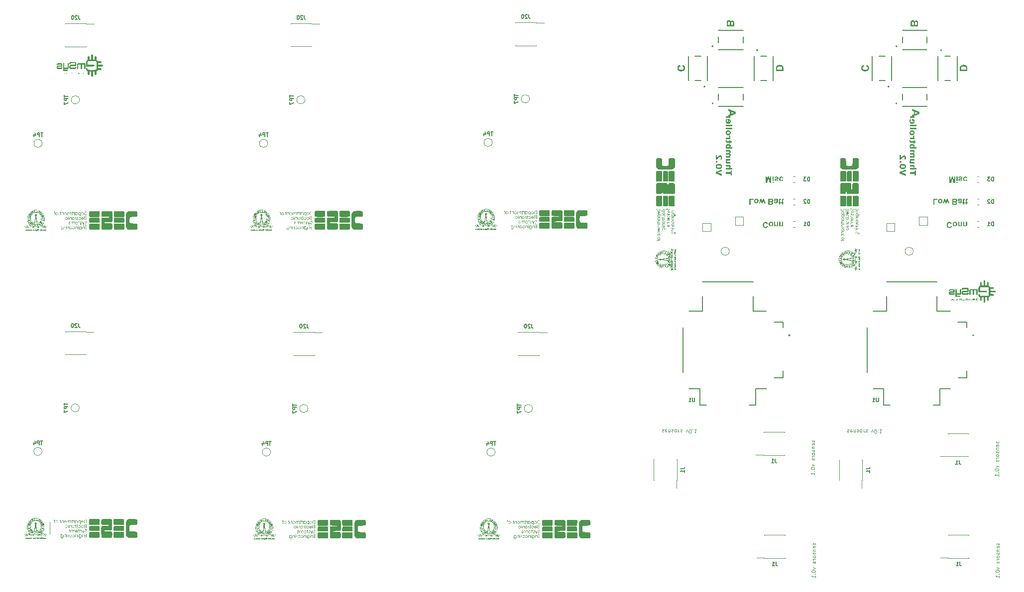
<source format=gbr>
%TF.GenerationSoftware,KiCad,Pcbnew,8.0.5*%
%TF.CreationDate,2025-01-24T10:40:51+05:30*%
%TF.ProjectId,racer_panelizatio_version2_,72616365-725f-4706-916e-656c697a6174,rev?*%
%TF.SameCoordinates,Original*%
%TF.FileFunction,Legend,Bot*%
%TF.FilePolarity,Positive*%
%FSLAX46Y46*%
G04 Gerber Fmt 4.6, Leading zero omitted, Abs format (unit mm)*
G04 Created by KiCad (PCBNEW 8.0.5) date 2025-01-24 10:40:51*
%MOMM*%
%LPD*%
G01*
G04 APERTURE LIST*
%ADD10C,0.101600*%
%ADD11C,0.127000*%
%ADD12C,0.100000*%
%ADD13C,0.150000*%
%ADD14C,0.200000*%
%ADD15C,0.000000*%
%ADD16C,0.120000*%
G04 APERTURE END LIST*
D10*
G36*
X162740745Y-72257120D02*
G01*
X162740745Y-73289427D01*
X163049941Y-73289427D01*
X163235558Y-72585175D01*
X163419189Y-73289427D01*
X163728881Y-73289427D01*
X163728881Y-72257120D01*
X163537061Y-72257120D01*
X163537061Y-73069813D01*
X163333825Y-72257120D01*
X163135057Y-72257120D01*
X162932566Y-73069813D01*
X162932566Y-72257120D01*
X162740745Y-72257120D01*
G37*
G36*
X163926161Y-73114728D02*
G01*
X163926161Y-73289427D01*
X164122448Y-73289427D01*
X164122448Y-73114728D01*
X163926161Y-73114728D01*
G37*
G36*
X163926161Y-72257120D02*
G01*
X163926161Y-73003557D01*
X164122448Y-73003557D01*
X164122448Y-72257120D01*
X163926161Y-72257120D01*
G37*
G36*
X164252231Y-72463581D02*
G01*
X164449015Y-72495344D01*
X164468060Y-72447327D01*
X164499886Y-72412462D01*
X164546042Y-72391245D01*
X164599049Y-72384283D01*
X164607583Y-72384173D01*
X164659264Y-72388116D01*
X164709046Y-72404135D01*
X164721980Y-72412214D01*
X164747385Y-72456536D01*
X164747788Y-72464574D01*
X164733892Y-72501548D01*
X164686019Y-72522819D01*
X164668132Y-72527356D01*
X164611538Y-72540306D01*
X164560372Y-72552977D01*
X164504049Y-72568424D01*
X164456207Y-72583434D01*
X164403478Y-72603715D01*
X164367373Y-72623142D01*
X164328941Y-72656239D01*
X164298830Y-72700518D01*
X164282616Y-72752256D01*
X164279528Y-72790892D01*
X164285534Y-72842876D01*
X164303554Y-72889953D01*
X164333586Y-72932123D01*
X164355462Y-72953430D01*
X164398780Y-72982309D01*
X164445258Y-73000809D01*
X164499739Y-73012992D01*
X164552808Y-73018407D01*
X164591453Y-73019439D01*
X164645749Y-73017607D01*
X164702147Y-73010838D01*
X164751064Y-72999082D01*
X164797810Y-72979541D01*
X164817518Y-72967327D01*
X164855584Y-72934049D01*
X164886308Y-72892841D01*
X164909690Y-72843703D01*
X164919508Y-72812977D01*
X164734388Y-72781214D01*
X164712720Y-72828413D01*
X164689225Y-72851937D01*
X164643144Y-72871801D01*
X164594927Y-72876504D01*
X164543037Y-72873468D01*
X164493065Y-72859975D01*
X164484004Y-72854915D01*
X164461670Y-72814962D01*
X164481274Y-72779477D01*
X164529396Y-72759236D01*
X164579243Y-72744898D01*
X164636193Y-72730697D01*
X164664409Y-72724139D01*
X164719813Y-72710256D01*
X164768586Y-72695222D01*
X164817108Y-72676226D01*
X164861512Y-72652598D01*
X164883278Y-72636790D01*
X164918175Y-72595867D01*
X164938586Y-72545091D01*
X164944572Y-72490381D01*
X164937839Y-72435250D01*
X164917641Y-72384593D01*
X164888382Y-72343323D01*
X164859456Y-72314690D01*
X164818311Y-72286070D01*
X164769353Y-72264479D01*
X164721170Y-72251567D01*
X164667247Y-72243820D01*
X164607583Y-72241238D01*
X164552950Y-72243340D01*
X164502766Y-72249648D01*
X164449842Y-72262321D01*
X164402974Y-72280718D01*
X164367621Y-72301042D01*
X164327374Y-72333627D01*
X164294727Y-72371579D01*
X164269679Y-72414897D01*
X164252231Y-72463581D01*
G37*
G36*
X165758754Y-72797095D02*
G01*
X165565445Y-72765332D01*
X165549501Y-72813784D01*
X165521026Y-72848463D01*
X165475704Y-72871136D01*
X165431443Y-72876504D01*
X165380693Y-72868896D01*
X165335085Y-72843486D01*
X165314564Y-72822407D01*
X165289699Y-72776624D01*
X165277032Y-72726384D01*
X165271572Y-72672070D01*
X165270890Y-72641505D01*
X165272443Y-72591554D01*
X165278180Y-72540621D01*
X165289913Y-72492096D01*
X165312343Y-72445965D01*
X165315061Y-72442240D01*
X165352632Y-72406855D01*
X165398719Y-72387802D01*
X165434173Y-72384173D01*
X165484920Y-72392176D01*
X165525493Y-72416184D01*
X165554358Y-72456624D01*
X165570777Y-72503658D01*
X165575867Y-72527107D01*
X165768432Y-72495344D01*
X165752659Y-72443246D01*
X165731615Y-72397038D01*
X165701108Y-72351440D01*
X165663714Y-72313535D01*
X165653290Y-72305261D01*
X165607103Y-72277251D01*
X165560735Y-72259307D01*
X165508810Y-72247490D01*
X165451328Y-72241801D01*
X165424991Y-72241238D01*
X165366351Y-72244858D01*
X165312335Y-72255720D01*
X165262942Y-72273822D01*
X165218173Y-72299166D01*
X165178028Y-72331750D01*
X165165674Y-72344220D01*
X165132869Y-72385706D01*
X165106851Y-72432740D01*
X165087620Y-72485323D01*
X165075176Y-72543454D01*
X165069992Y-72596136D01*
X165069143Y-72629594D01*
X165071512Y-72685218D01*
X165078619Y-72736856D01*
X165093400Y-72793559D01*
X165115004Y-72844522D01*
X165143430Y-72889745D01*
X165166170Y-72916704D01*
X165204963Y-72951618D01*
X165248572Y-72979308D01*
X165296996Y-72999775D01*
X165350236Y-73013018D01*
X165408292Y-73019037D01*
X165428714Y-73019439D01*
X165485234Y-73016802D01*
X165536459Y-73008894D01*
X165588516Y-72993400D01*
X165633656Y-72971020D01*
X165643860Y-72964349D01*
X165685254Y-72928947D01*
X165716083Y-72889832D01*
X165741297Y-72843521D01*
X165758754Y-72797095D01*
G37*
D11*
G36*
X156827945Y-71168297D02*
G01*
X156827945Y-71492878D01*
X156002100Y-71492878D01*
X156002100Y-71760881D01*
X156827945Y-71760881D01*
X156827945Y-72085462D01*
X157034407Y-72085462D01*
X157034407Y-71168297D01*
X156827945Y-71168297D01*
G37*
G36*
X156002100Y-70239221D02*
G01*
X156002100Y-70491838D01*
X156391696Y-70491838D01*
X156441985Y-70493239D01*
X156486242Y-70496801D01*
X156535697Y-70505506D01*
X156555972Y-70513427D01*
X156591335Y-70549416D01*
X156593691Y-70554372D01*
X156604660Y-70603922D01*
X156605602Y-70629314D01*
X156599833Y-70679053D01*
X156594435Y-70698796D01*
X156575242Y-70745169D01*
X156558702Y-70775226D01*
X156002100Y-70775226D01*
X156002100Y-71026603D01*
X157097933Y-71026603D01*
X157097933Y-70775226D01*
X156703373Y-70775226D01*
X156733854Y-70733860D01*
X156761841Y-70689532D01*
X156784022Y-70646436D01*
X156801110Y-70598175D01*
X156810311Y-70546075D01*
X156812063Y-70509209D01*
X156808501Y-70456380D01*
X156795706Y-70402488D01*
X156773605Y-70355514D01*
X156742198Y-70315457D01*
X156737618Y-70310936D01*
X156695805Y-70279561D01*
X156644810Y-70257150D01*
X156592658Y-70244894D01*
X156542360Y-70239851D01*
X156515275Y-70239221D01*
X156002100Y-70239221D01*
G37*
G36*
X156002100Y-69233218D02*
G01*
X156002100Y-69484346D01*
X156079026Y-69484346D01*
X156048201Y-69526789D01*
X156020116Y-69570844D01*
X155998129Y-69612144D01*
X155980134Y-69662849D01*
X155971666Y-69716269D01*
X155970336Y-69750364D01*
X155973922Y-69804294D01*
X155986803Y-69858949D01*
X156009051Y-69906160D01*
X156040667Y-69945926D01*
X156045278Y-69950373D01*
X156087339Y-69980989D01*
X156138334Y-70002857D01*
X156190283Y-70014816D01*
X156240254Y-70019737D01*
X156267124Y-70020352D01*
X156780300Y-70020352D01*
X156780300Y-69767734D01*
X156390704Y-69767734D01*
X156339410Y-69766916D01*
X156291691Y-69764012D01*
X156242024Y-69753177D01*
X156226428Y-69746145D01*
X156191064Y-69710852D01*
X156188709Y-69705945D01*
X156177740Y-69656395D01*
X156176798Y-69631003D01*
X156182951Y-69581169D01*
X156188709Y-69559784D01*
X156207960Y-69511937D01*
X156223698Y-69484346D01*
X156780300Y-69484346D01*
X156780300Y-69233218D01*
X156002100Y-69233218D01*
G37*
G36*
X156558702Y-68235404D02*
G01*
X156002100Y-68235404D01*
X156002100Y-68488021D01*
X156394426Y-68488021D01*
X156444404Y-68488621D01*
X156491949Y-68490751D01*
X156542045Y-68499802D01*
X156557461Y-68506136D01*
X156593212Y-68542766D01*
X156593939Y-68544351D01*
X156604873Y-68593904D01*
X156605602Y-68615570D01*
X156598447Y-68665472D01*
X156590465Y-68687534D01*
X156568036Y-68734114D01*
X156558702Y-68750316D01*
X156002100Y-68750316D01*
X156002100Y-69001693D01*
X156780300Y-69001693D01*
X156780300Y-68750316D01*
X156703373Y-68750316D01*
X156733142Y-68710370D01*
X156760849Y-68667660D01*
X156783278Y-68626241D01*
X156801915Y-68575964D01*
X156810686Y-68525848D01*
X156812063Y-68494969D01*
X156807958Y-68443881D01*
X156794116Y-68393032D01*
X156777322Y-68358238D01*
X156746660Y-68317386D01*
X156706786Y-68283793D01*
X156675084Y-68265430D01*
X156708918Y-68223330D01*
X156738395Y-68181897D01*
X156766035Y-68136643D01*
X156775585Y-68118773D01*
X156796354Y-68070161D01*
X156809178Y-68017933D01*
X156812063Y-67979312D01*
X156808394Y-67926647D01*
X156795215Y-67873613D01*
X156772451Y-67828209D01*
X156740102Y-67790436D01*
X156735385Y-67786251D01*
X156692967Y-67757372D01*
X156642142Y-67736745D01*
X156590775Y-67725464D01*
X156532972Y-67720500D01*
X156515275Y-67720243D01*
X156002100Y-67720243D01*
X156002100Y-67972860D01*
X156394426Y-67972860D01*
X156444829Y-67973405D01*
X156492197Y-67975342D01*
X156542065Y-67984037D01*
X156557461Y-67990231D01*
X156593212Y-68026350D01*
X156593939Y-68027950D01*
X156604873Y-68078526D01*
X156605602Y-68100658D01*
X156598394Y-68150887D01*
X156594683Y-68162199D01*
X156573091Y-68209702D01*
X156558702Y-68235404D01*
G37*
G36*
X156446161Y-66680258D02*
G01*
X156501262Y-66685362D01*
X156552280Y-66694391D01*
X156608111Y-66710409D01*
X156658062Y-66732079D01*
X156702133Y-66759403D01*
X156739492Y-66791868D01*
X156773309Y-66835831D01*
X156796604Y-66886348D01*
X156808199Y-66934865D01*
X156812063Y-66988198D01*
X156810264Y-67026398D01*
X156800819Y-67079452D01*
X156783278Y-67127411D01*
X156765832Y-67161133D01*
X156738235Y-67205486D01*
X156708585Y-67245530D01*
X157097933Y-67245530D01*
X157097933Y-67496907D01*
X156002100Y-67496907D01*
X156002100Y-67255953D01*
X156041307Y-67245530D01*
X156039652Y-67242734D01*
X156014356Y-67196741D01*
X155992670Y-67151481D01*
X155986236Y-67135584D01*
X155986177Y-67135351D01*
X156145034Y-67135351D01*
X156145092Y-67143757D01*
X156148757Y-67193915D01*
X156149247Y-67196966D01*
X156162653Y-67245530D01*
X156577313Y-67245530D01*
X156590812Y-67221606D01*
X156610069Y-67173815D01*
X156616088Y-67150434D01*
X156621484Y-67100362D01*
X156617761Y-67058192D01*
X156598220Y-67008023D01*
X156561928Y-66973557D01*
X156546248Y-66965182D01*
X156494970Y-66947908D01*
X156444118Y-66940057D01*
X156392192Y-66937823D01*
X156355083Y-66939017D01*
X156301982Y-66945891D01*
X156251476Y-66960929D01*
X156206824Y-66986709D01*
X156199342Y-66993018D01*
X156166818Y-67034824D01*
X156149922Y-67083262D01*
X156145034Y-67135351D01*
X155986177Y-67135351D01*
X155974022Y-67086946D01*
X155970336Y-67036339D01*
X155970802Y-67017429D01*
X155977796Y-66963073D01*
X155993183Y-66912275D01*
X156016961Y-66865038D01*
X156049133Y-66821359D01*
X156089697Y-66781240D01*
X156137019Y-66746495D01*
X156189279Y-66718939D01*
X156236601Y-66701467D01*
X156287352Y-66688986D01*
X156341532Y-66681498D01*
X156399141Y-66679002D01*
X156446161Y-66680258D01*
G37*
G36*
X155993911Y-66001054D02*
G01*
X155982607Y-66050837D01*
X155976788Y-66086915D01*
X155971949Y-66137351D01*
X155970361Y-66189727D01*
X155970336Y-66197838D01*
X155972439Y-66250200D01*
X155980206Y-66304628D01*
X155996092Y-66358051D01*
X156019453Y-66402105D01*
X156030141Y-66416211D01*
X156070653Y-66450758D01*
X156117968Y-66471975D01*
X156168097Y-66483211D01*
X156226371Y-66487608D01*
X156235361Y-66487678D01*
X156605602Y-66487678D01*
X156605602Y-66590909D01*
X156780300Y-66590909D01*
X156780300Y-66487678D01*
X157002643Y-66487678D01*
X157002643Y-66236301D01*
X156780300Y-66236301D01*
X156780300Y-66001054D01*
X156605602Y-66001054D01*
X156605602Y-66236301D01*
X156326184Y-66236301D01*
X156276281Y-66235981D01*
X156253724Y-66235557D01*
X156204625Y-66226844D01*
X156198387Y-66224390D01*
X156160337Y-66191433D01*
X156159427Y-66189897D01*
X156145934Y-66139972D01*
X156145034Y-66117685D01*
X156155514Y-66068291D01*
X156156201Y-66066318D01*
X156176798Y-66021899D01*
X156176798Y-66001054D01*
X155993911Y-66001054D01*
G37*
G36*
X156526194Y-65286877D02*
G01*
X156526194Y-65309210D01*
X156537853Y-65358859D01*
X156538105Y-65361074D01*
X156541936Y-65410874D01*
X156542075Y-65420133D01*
X156540338Y-65470818D01*
X156535127Y-65515175D01*
X156523847Y-65566279D01*
X156512297Y-65603765D01*
X156002100Y-65603765D01*
X156002100Y-65855142D01*
X156780300Y-65855142D01*
X156780300Y-65603765D01*
X156665158Y-65603765D01*
X156697682Y-65563565D01*
X156726892Y-65521602D01*
X156751984Y-65475006D01*
X156758215Y-65459341D01*
X156772514Y-65410977D01*
X156779955Y-65359243D01*
X156780300Y-65346185D01*
X156779556Y-65316406D01*
X156777322Y-65286877D01*
X156526194Y-65286877D01*
G37*
G36*
X156449970Y-64349868D02*
G01*
X156504965Y-64358083D01*
X156555938Y-64371775D01*
X156602888Y-64390944D01*
X156653918Y-64421176D01*
X156699155Y-64459294D01*
X156712827Y-64473648D01*
X156748552Y-64521083D01*
X156772259Y-64565624D01*
X156790452Y-64614722D01*
X156803132Y-64668374D01*
X156810299Y-64726583D01*
X156812063Y-64776430D01*
X156811954Y-64788984D01*
X156808120Y-64849148D01*
X156798810Y-64904975D01*
X156784022Y-64956464D01*
X156763758Y-65003615D01*
X156738018Y-65046428D01*
X156699899Y-65092078D01*
X156654863Y-65130618D01*
X156603877Y-65161184D01*
X156556843Y-65180565D01*
X156505678Y-65194408D01*
X156450381Y-65202714D01*
X156390952Y-65205483D01*
X156331868Y-65202733D01*
X156276831Y-65194481D01*
X156225842Y-65180729D01*
X156178899Y-65161475D01*
X156127910Y-65131110D01*
X156082748Y-65092823D01*
X156075832Y-65085692D01*
X156038947Y-65039176D01*
X156014247Y-64995520D01*
X155995036Y-64947418D01*
X155981314Y-64894869D01*
X155973081Y-64837873D01*
X155970336Y-64776430D01*
X155970355Y-64774197D01*
X156145034Y-64774197D01*
X156146035Y-64795863D01*
X156157690Y-64845168D01*
X156165072Y-64860135D01*
X156198387Y-64898521D01*
X156227618Y-64916407D01*
X156275810Y-64933262D01*
X156288116Y-64936053D01*
X156339101Y-64943207D01*
X156389463Y-64945173D01*
X156407434Y-64944960D01*
X156460433Y-64941321D01*
X156511305Y-64931525D01*
X156542139Y-64921057D01*
X156587487Y-64895047D01*
X156599662Y-64883552D01*
X156627439Y-64840950D01*
X156631782Y-64826309D01*
X156637365Y-64776430D01*
X156636605Y-64758517D01*
X156625206Y-64708685D01*
X156618072Y-64693502D01*
X156584013Y-64654837D01*
X156555338Y-64637195D01*
X156507583Y-64620096D01*
X156488913Y-64615795D01*
X156439108Y-64609220D01*
X156389463Y-64607440D01*
X156375469Y-64607547D01*
X156321532Y-64610480D01*
X156270102Y-64619599D01*
X156239498Y-64630464D01*
X156196402Y-64656326D01*
X156185002Y-64666222D01*
X156156697Y-64708933D01*
X156151595Y-64724645D01*
X156145034Y-64774197D01*
X155970355Y-64774197D01*
X155970446Y-64763771D01*
X155974288Y-64703148D01*
X155983619Y-64646985D01*
X155998439Y-64595280D01*
X156018748Y-64548035D01*
X156044546Y-64505248D01*
X156082748Y-64459790D01*
X156127910Y-64421503D01*
X156178899Y-64391138D01*
X156225842Y-64371884D01*
X156276831Y-64358132D01*
X156331868Y-64349880D01*
X156390952Y-64347130D01*
X156449970Y-64349868D01*
G37*
G36*
X156002100Y-63921303D02*
G01*
X156002100Y-64172680D01*
X157097933Y-64172680D01*
X157097933Y-63921303D01*
X156002100Y-63921303D01*
G37*
G36*
X156002100Y-63435920D02*
G01*
X156002100Y-63687297D01*
X157097933Y-63687297D01*
X157097933Y-63435920D01*
X156002100Y-63435920D01*
G37*
G36*
X156472222Y-62430763D02*
G01*
X156524131Y-62435935D01*
X156580968Y-62448346D01*
X156631856Y-62467528D01*
X156676793Y-62493479D01*
X156715781Y-62526200D01*
X156738347Y-62551755D01*
X156766555Y-62595658D01*
X156787993Y-62646243D01*
X156802661Y-62703510D01*
X156809713Y-62756338D01*
X156812063Y-62813806D01*
X156811614Y-62839363D01*
X156806554Y-62900243D01*
X156795872Y-62956823D01*
X156779567Y-63009100D01*
X156757641Y-63057076D01*
X156730092Y-63100751D01*
X156696922Y-63140125D01*
X156682209Y-63154518D01*
X156642628Y-63186440D01*
X156599049Y-63212557D01*
X156551472Y-63232871D01*
X156499896Y-63247381D01*
X156444321Y-63256087D01*
X156384748Y-63258989D01*
X156360228Y-63258498D01*
X156302048Y-63252980D01*
X156248327Y-63241331D01*
X156199065Y-63223551D01*
X156154262Y-63199640D01*
X156113919Y-63169598D01*
X156078034Y-63133424D01*
X156047008Y-63091490D01*
X156021240Y-63044163D01*
X156006345Y-63005875D01*
X156494431Y-63005875D01*
X156516850Y-63003092D01*
X156565785Y-62986499D01*
X156603369Y-62953515D01*
X156614922Y-62935029D01*
X156632585Y-62884905D01*
X156637365Y-62834155D01*
X156636803Y-62815256D01*
X156627210Y-62762728D01*
X156601384Y-62719013D01*
X156591896Y-62710258D01*
X156546440Y-62687233D01*
X156494431Y-62679805D01*
X156494431Y-63005875D01*
X156006345Y-63005875D01*
X156000731Y-62991444D01*
X155985481Y-62933334D01*
X155977067Y-62882963D01*
X155972019Y-62829141D01*
X155970336Y-62771869D01*
X155970351Y-62766177D01*
X155972184Y-62710963D01*
X155977069Y-62658852D01*
X155985970Y-62605112D01*
X155989025Y-62590882D01*
X156001665Y-62542221D01*
X156018085Y-62491670D01*
X156036096Y-62444558D01*
X156240324Y-62444558D01*
X156240324Y-62472599D01*
X156221136Y-62499380D01*
X156196650Y-62542843D01*
X156175309Y-62590471D01*
X156159344Y-62637639D01*
X156148612Y-62690643D01*
X156145034Y-62744820D01*
X156146331Y-62782569D01*
X156153799Y-62836767D01*
X156170134Y-62888618D01*
X156198139Y-62934904D01*
X156208510Y-62946484D01*
X156249067Y-62977620D01*
X156298833Y-62997268D01*
X156351496Y-63005131D01*
X156351496Y-62429917D01*
X156439093Y-62429917D01*
X156472222Y-62430763D01*
G37*
G36*
X156526194Y-61689684D02*
G01*
X156526194Y-61712017D01*
X156537853Y-61761666D01*
X156538105Y-61763881D01*
X156541936Y-61813681D01*
X156542075Y-61822940D01*
X156540338Y-61873625D01*
X156535127Y-61917982D01*
X156523847Y-61969086D01*
X156512297Y-62006572D01*
X156002100Y-62006572D01*
X156002100Y-62257949D01*
X156780300Y-62257949D01*
X156780300Y-62006572D01*
X156665158Y-62006572D01*
X156697682Y-61966372D01*
X156726892Y-61924409D01*
X156751984Y-61877813D01*
X156758215Y-61862148D01*
X156772514Y-61813784D01*
X156779955Y-61762050D01*
X156780300Y-61748992D01*
X156779556Y-61719213D01*
X156777322Y-61689684D01*
X156526194Y-61689684D01*
G37*
G36*
X155327527Y-71039259D02*
G01*
X154295220Y-71418185D01*
X154295220Y-71718199D01*
X155327527Y-72097125D01*
X155327527Y-71815970D01*
X154602430Y-71564594D01*
X155327527Y-71313465D01*
X155327527Y-71039259D01*
G37*
G36*
X154828128Y-70090172D02*
G01*
X154882287Y-70091908D01*
X154933525Y-70095852D01*
X154988506Y-70103064D01*
X155039672Y-70113160D01*
X155063812Y-70119364D01*
X155114556Y-70136498D01*
X155160352Y-70158029D01*
X155205436Y-70187109D01*
X155213895Y-70193676D01*
X155252174Y-70229973D01*
X155283765Y-70272038D01*
X155308667Y-70319870D01*
X155323866Y-70362707D01*
X155335775Y-70416608D01*
X155341746Y-70469596D01*
X155343408Y-70519879D01*
X155342222Y-70561737D01*
X155336949Y-70614019D01*
X155325974Y-70668017D01*
X155309660Y-70716911D01*
X155305340Y-70727060D01*
X155279789Y-70774257D01*
X155247645Y-70815541D01*
X155208910Y-70850912D01*
X155186923Y-70866364D01*
X155143622Y-70890756D01*
X155095530Y-70910751D01*
X155042650Y-70926350D01*
X155023961Y-70930563D01*
X154971097Y-70939772D01*
X154921228Y-70945412D01*
X154867987Y-70948796D01*
X154811373Y-70949924D01*
X154795357Y-70949834D01*
X154741086Y-70948099D01*
X154689593Y-70944155D01*
X154634147Y-70936943D01*
X154582330Y-70926846D01*
X154557899Y-70920631D01*
X154506643Y-70903386D01*
X154460530Y-70881626D01*
X154415324Y-70852153D01*
X154407046Y-70845671D01*
X154369494Y-70809568D01*
X154338340Y-70767310D01*
X154313583Y-70718896D01*
X154300239Y-70681214D01*
X154287899Y-70627949D01*
X154281478Y-70576054D01*
X154279347Y-70520127D01*
X154469918Y-70520127D01*
X154479359Y-70572620D01*
X154507685Y-70614087D01*
X154549822Y-70642218D01*
X154596087Y-70658720D01*
X154646924Y-70669291D01*
X154698193Y-70675479D01*
X154756562Y-70679016D01*
X154810629Y-70679936D01*
X154866082Y-70679034D01*
X154916277Y-70676326D01*
X154969569Y-70670693D01*
X155022173Y-70660835D01*
X155074661Y-70642962D01*
X155115882Y-70615079D01*
X155143592Y-70573380D01*
X155152828Y-70520127D01*
X155143592Y-70466734D01*
X155115882Y-70424952D01*
X155074661Y-70397045D01*
X155069672Y-70394770D01*
X155022290Y-70379171D01*
X154969941Y-70369314D01*
X154916981Y-70363681D01*
X154867142Y-70360973D01*
X154812117Y-70360070D01*
X154768121Y-70360659D01*
X154708132Y-70363754D01*
X154655348Y-70369500D01*
X154602875Y-70379556D01*
X154549822Y-70397789D01*
X154507685Y-70425943D01*
X154479359Y-70467493D01*
X154469918Y-70520127D01*
X154279347Y-70520127D01*
X154279338Y-70519879D01*
X154280533Y-70476724D01*
X154285845Y-70423310D01*
X154296901Y-70368854D01*
X154313335Y-70320366D01*
X154317711Y-70310368D01*
X154343403Y-70263811D01*
X154375445Y-70222973D01*
X154413836Y-70187854D01*
X154435127Y-70172766D01*
X154483090Y-70146516D01*
X154532390Y-70127367D01*
X154581089Y-70113905D01*
X154600450Y-70109647D01*
X154654403Y-70100342D01*
X154704386Y-70094642D01*
X154756957Y-70091222D01*
X154812117Y-70090082D01*
X154828128Y-70090172D01*
G37*
G36*
X154295220Y-69628770D02*
G01*
X154295220Y-69889824D01*
X154565207Y-69889824D01*
X154565207Y-69628770D01*
X154295220Y-69628770D01*
G37*
G36*
X154295220Y-68559488D02*
G01*
X154295220Y-69375408D01*
X154474384Y-69375408D01*
X154503329Y-69334467D01*
X154533057Y-69293502D01*
X154563570Y-69252513D01*
X154594865Y-69211501D01*
X154613101Y-69188054D01*
X154644359Y-69148701D01*
X154677669Y-69108116D01*
X154712066Y-69068058D01*
X154739906Y-69037427D01*
X154778090Y-68998296D01*
X154818007Y-68961579D01*
X154858583Y-68929853D01*
X154877381Y-68917570D01*
X154924879Y-68894434D01*
X154975389Y-68882709D01*
X154993268Y-68881836D01*
X155044076Y-68889372D01*
X155087068Y-68914342D01*
X155099476Y-68927496D01*
X155123737Y-68971229D01*
X155135154Y-69023376D01*
X155136947Y-69059016D01*
X155132524Y-69112342D01*
X155120589Y-69163529D01*
X155110147Y-69194258D01*
X155089962Y-69241707D01*
X155066259Y-69286810D01*
X155041657Y-69325778D01*
X155041657Y-69348111D01*
X155277152Y-69348111D01*
X155295096Y-69300047D01*
X155310280Y-69247285D01*
X155321323Y-69201951D01*
X155331999Y-69147493D01*
X155339181Y-69092996D01*
X155342869Y-69038460D01*
X155343408Y-69008145D01*
X155341451Y-68949381D01*
X155335581Y-68895149D01*
X155325797Y-68845449D01*
X155308889Y-68791790D01*
X155286346Y-68744657D01*
X155263256Y-68710364D01*
X155224994Y-68670334D01*
X155180345Y-68640135D01*
X155129307Y-68619769D01*
X155080476Y-68610138D01*
X155036198Y-68607630D01*
X154982785Y-68611516D01*
X154930863Y-68623176D01*
X154880434Y-68642609D01*
X154853062Y-68656763D01*
X154809419Y-68684587D01*
X154765093Y-68718925D01*
X154725748Y-68754314D01*
X154685880Y-68794691D01*
X154674394Y-68807143D01*
X154639464Y-68846920D01*
X154606327Y-68886842D01*
X154574983Y-68926909D01*
X154568930Y-68934940D01*
X154536907Y-68977793D01*
X154506911Y-69018862D01*
X154501681Y-69026260D01*
X154501681Y-68559488D01*
X154295220Y-68559488D01*
G37*
D10*
G36*
X162966296Y-80350361D02*
G01*
X163166554Y-80286834D01*
X163150640Y-80236073D01*
X163131745Y-80189566D01*
X163105137Y-80139371D01*
X163074236Y-80095300D01*
X163039043Y-80057353D01*
X163013197Y-80035457D01*
X162971057Y-80007543D01*
X162924851Y-79985405D01*
X162874580Y-79969041D01*
X162820244Y-79958453D01*
X162761842Y-79953640D01*
X162741472Y-79953320D01*
X162691671Y-79955475D01*
X162632604Y-79964233D01*
X162577076Y-79979728D01*
X162525085Y-80001960D01*
X162476633Y-80030929D01*
X162431719Y-80066634D01*
X162406468Y-80091291D01*
X162368722Y-80136879D01*
X162337374Y-80187411D01*
X162312423Y-80242886D01*
X162297069Y-80290826D01*
X162285809Y-80341929D01*
X162278643Y-80396197D01*
X162275573Y-80453628D01*
X162275445Y-80468480D01*
X162277504Y-80529991D01*
X162283680Y-80587965D01*
X162293975Y-80642403D01*
X162308387Y-80693305D01*
X162326917Y-80740671D01*
X162355869Y-80794905D01*
X162391256Y-80843615D01*
X162407213Y-80861551D01*
X162450491Y-80901871D01*
X162497817Y-80935357D01*
X162549189Y-80962009D01*
X162604609Y-80981827D01*
X162664075Y-80994811D01*
X162714562Y-81000278D01*
X162754127Y-81001508D01*
X162811104Y-80998637D01*
X162864627Y-80990022D01*
X162914697Y-80975663D01*
X162961314Y-80955562D01*
X163004477Y-80929717D01*
X163044188Y-80898128D01*
X163059105Y-80883885D01*
X163091799Y-80845235D01*
X163120150Y-80799017D01*
X163141395Y-80752368D01*
X163159315Y-80699924D01*
X163163824Y-80683875D01*
X162959348Y-80652112D01*
X162942232Y-80703712D01*
X162915791Y-80747277D01*
X162883662Y-80779910D01*
X162841150Y-80806612D01*
X162792773Y-80822230D01*
X162743705Y-80826810D01*
X162689546Y-80821754D01*
X162640723Y-80806586D01*
X162597234Y-80781305D01*
X162559081Y-80745913D01*
X162528140Y-80699183D01*
X162508318Y-80647989D01*
X162496715Y-80596453D01*
X162490085Y-80537851D01*
X162488358Y-80483618D01*
X162490060Y-80426221D01*
X162495168Y-80374228D01*
X162505791Y-80318970D01*
X162521316Y-80271493D01*
X162545627Y-80225940D01*
X162558088Y-80209659D01*
X162595575Y-80173941D01*
X162638303Y-80148428D01*
X162686274Y-80133120D01*
X162739487Y-80128018D01*
X162793400Y-80134351D01*
X162841859Y-80153352D01*
X162881181Y-80181618D01*
X162914977Y-80221128D01*
X162939799Y-80266965D01*
X162957414Y-80315881D01*
X162966296Y-80350361D01*
G37*
G36*
X163694865Y-79937872D02*
G01*
X163753275Y-79944386D01*
X163807742Y-79958717D01*
X163858266Y-79980864D01*
X163904847Y-80010828D01*
X163947484Y-80048609D01*
X163966908Y-80069960D01*
X164000025Y-80115697D01*
X164025499Y-80165483D01*
X164043331Y-80219316D01*
X164053521Y-80277197D01*
X164056174Y-80328523D01*
X164055230Y-80359466D01*
X164049459Y-80408769D01*
X164035608Y-80464190D01*
X164014202Y-80515528D01*
X163985241Y-80562784D01*
X163948725Y-80605956D01*
X163928044Y-80625557D01*
X163883476Y-80658976D01*
X163834633Y-80684683D01*
X163781515Y-80702678D01*
X163724122Y-80712961D01*
X163673030Y-80715639D01*
X163619956Y-80712614D01*
X163569427Y-80703541D01*
X163521440Y-80688420D01*
X163475998Y-80667249D01*
X163444283Y-80647576D01*
X163402011Y-80612342D01*
X163366098Y-80570238D01*
X163339515Y-80527044D01*
X163323154Y-80492386D01*
X163306606Y-80445470D01*
X163295182Y-80391726D01*
X163291374Y-80336961D01*
X163291497Y-80326538D01*
X163492376Y-80326538D01*
X163493654Y-80362469D01*
X163501017Y-80414263D01*
X163517124Y-80464151D01*
X163544736Y-80509177D01*
X163576112Y-80539886D01*
X163623931Y-80565197D01*
X163673774Y-80572704D01*
X163714943Y-80567679D01*
X163763728Y-80545345D01*
X163802316Y-80509177D01*
X163822621Y-80478880D01*
X163841400Y-80432250D01*
X163851171Y-80383551D01*
X163854428Y-80328027D01*
X163853156Y-80291661D01*
X163845827Y-80239297D01*
X163829797Y-80188953D01*
X163802316Y-80143651D01*
X163771180Y-80113062D01*
X163723558Y-80087850D01*
X163673774Y-80080373D01*
X163632566Y-80085378D01*
X163583607Y-80107624D01*
X163544736Y-80143651D01*
X163524334Y-80174116D01*
X163505466Y-80221136D01*
X163495648Y-80270348D01*
X163492376Y-80326538D01*
X163291497Y-80326538D01*
X163291562Y-80321076D01*
X163295182Y-80267877D01*
X163303409Y-80218407D01*
X163318453Y-80166434D01*
X163339515Y-80119332D01*
X163359121Y-80087341D01*
X163394353Y-80045014D01*
X163436573Y-80009479D01*
X163479968Y-79983594D01*
X163526838Y-79963401D01*
X163574886Y-79948977D01*
X163624113Y-79940323D01*
X163674518Y-79937438D01*
X163694865Y-79937872D01*
G37*
G36*
X164879290Y-79953320D02*
G01*
X164683251Y-79953320D01*
X164683251Y-80338698D01*
X164682460Y-80394469D01*
X164679679Y-80444310D01*
X164671374Y-80494685D01*
X164670596Y-80497018D01*
X164644555Y-80540409D01*
X164629899Y-80552852D01*
X164583336Y-80571133D01*
X164561906Y-80572704D01*
X164510603Y-80564650D01*
X164470338Y-80544166D01*
X164434505Y-80508786D01*
X164414752Y-80468729D01*
X164405112Y-80417476D01*
X164401317Y-80366590D01*
X164399921Y-80310780D01*
X164399863Y-80295271D01*
X164399863Y-79953320D01*
X164203824Y-79953320D01*
X164203824Y-80699757D01*
X164385967Y-80699757D01*
X164385967Y-80590819D01*
X164424114Y-80633238D01*
X164465786Y-80666881D01*
X164510982Y-80691747D01*
X164559703Y-80707837D01*
X164611949Y-80715151D01*
X164630147Y-80715639D01*
X164681088Y-80711748D01*
X164731734Y-80698856D01*
X164748763Y-80692064D01*
X164793466Y-80667128D01*
X164830156Y-80632012D01*
X164855805Y-80587833D01*
X164868372Y-80549129D01*
X164876209Y-80497025D01*
X164879024Y-80442622D01*
X164879290Y-80416617D01*
X164879290Y-79953320D01*
G37*
G36*
X165747818Y-79953320D02*
G01*
X165551779Y-79953320D01*
X165551779Y-80338698D01*
X165550988Y-80394469D01*
X165548207Y-80444310D01*
X165539902Y-80494685D01*
X165539123Y-80497018D01*
X165513083Y-80540409D01*
X165498426Y-80552852D01*
X165451864Y-80571133D01*
X165430433Y-80572704D01*
X165379131Y-80564650D01*
X165338865Y-80544166D01*
X165303032Y-80508786D01*
X165283280Y-80468729D01*
X165273640Y-80417476D01*
X165269845Y-80366590D01*
X165268449Y-80310780D01*
X165268391Y-80295271D01*
X165268391Y-79953320D01*
X165072352Y-79953320D01*
X165072352Y-80699757D01*
X165254494Y-80699757D01*
X165254494Y-80590819D01*
X165292642Y-80633238D01*
X165334313Y-80666881D01*
X165379510Y-80691747D01*
X165428231Y-80707837D01*
X165480476Y-80715151D01*
X165498675Y-80715639D01*
X165549616Y-80711748D01*
X165600262Y-80698856D01*
X165617291Y-80692064D01*
X165661994Y-80667128D01*
X165698684Y-80632012D01*
X165724333Y-80587833D01*
X165736899Y-80549129D01*
X165744736Y-80497025D01*
X165747551Y-80442622D01*
X165747818Y-80416617D01*
X165747818Y-79953320D01*
G37*
G36*
X188946283Y-61254871D02*
G01*
X188946283Y-61527837D01*
X187655900Y-62026000D01*
X187655900Y-61752103D01*
X187953680Y-61646639D01*
X187953680Y-61567231D01*
X188172053Y-61567231D01*
X188628650Y-61394456D01*
X188172053Y-61218269D01*
X188172053Y-61567231D01*
X187953680Y-61567231D01*
X187953680Y-61135138D01*
X187655900Y-61023471D01*
X187655900Y-60742750D01*
X188946283Y-61254871D01*
G37*
D12*
X202348650Y-117383741D02*
X202378888Y-117444217D01*
X202378888Y-117444217D02*
X202378888Y-117565169D01*
X202378888Y-117565169D02*
X202348650Y-117625646D01*
X202348650Y-117625646D02*
X202288173Y-117655884D01*
X202288173Y-117655884D02*
X202257935Y-117655884D01*
X202257935Y-117655884D02*
X202197459Y-117625646D01*
X202197459Y-117625646D02*
X202167221Y-117565169D01*
X202167221Y-117565169D02*
X202167221Y-117474455D01*
X202167221Y-117474455D02*
X202136983Y-117413979D01*
X202136983Y-117413979D02*
X202076507Y-117383741D01*
X202076507Y-117383741D02*
X202046269Y-117383741D01*
X202046269Y-117383741D02*
X201985792Y-117413979D01*
X201985792Y-117413979D02*
X201955554Y-117474455D01*
X201955554Y-117474455D02*
X201955554Y-117565169D01*
X201955554Y-117565169D02*
X201985792Y-117625646D01*
X202348650Y-118169932D02*
X202378888Y-118109456D01*
X202378888Y-118109456D02*
X202378888Y-117988503D01*
X202378888Y-117988503D02*
X202348650Y-117928027D01*
X202348650Y-117928027D02*
X202288173Y-117897789D01*
X202288173Y-117897789D02*
X202046269Y-117897789D01*
X202046269Y-117897789D02*
X201985792Y-117928027D01*
X201985792Y-117928027D02*
X201955554Y-117988503D01*
X201955554Y-117988503D02*
X201955554Y-118109456D01*
X201955554Y-118109456D02*
X201985792Y-118169932D01*
X201985792Y-118169932D02*
X202046269Y-118200170D01*
X202046269Y-118200170D02*
X202106745Y-118200170D01*
X202106745Y-118200170D02*
X202167221Y-117897789D01*
X201955554Y-118472313D02*
X202378888Y-118472313D01*
X202016030Y-118472313D02*
X201985792Y-118502551D01*
X201985792Y-118502551D02*
X201955554Y-118563027D01*
X201955554Y-118563027D02*
X201955554Y-118653742D01*
X201955554Y-118653742D02*
X201985792Y-118714218D01*
X201985792Y-118714218D02*
X202046269Y-118744456D01*
X202046269Y-118744456D02*
X202378888Y-118744456D01*
X202348650Y-119016599D02*
X202378888Y-119077075D01*
X202378888Y-119077075D02*
X202378888Y-119198027D01*
X202378888Y-119198027D02*
X202348650Y-119258504D01*
X202348650Y-119258504D02*
X202288173Y-119288742D01*
X202288173Y-119288742D02*
X202257935Y-119288742D01*
X202257935Y-119288742D02*
X202197459Y-119258504D01*
X202197459Y-119258504D02*
X202167221Y-119198027D01*
X202167221Y-119198027D02*
X202167221Y-119107313D01*
X202167221Y-119107313D02*
X202136983Y-119046837D01*
X202136983Y-119046837D02*
X202076507Y-119016599D01*
X202076507Y-119016599D02*
X202046269Y-119016599D01*
X202046269Y-119016599D02*
X201985792Y-119046837D01*
X201985792Y-119046837D02*
X201955554Y-119107313D01*
X201955554Y-119107313D02*
X201955554Y-119198027D01*
X201955554Y-119198027D02*
X201985792Y-119258504D01*
X202378888Y-119651599D02*
X202348650Y-119591123D01*
X202348650Y-119591123D02*
X202318411Y-119560885D01*
X202318411Y-119560885D02*
X202257935Y-119530647D01*
X202257935Y-119530647D02*
X202076507Y-119530647D01*
X202076507Y-119530647D02*
X202016030Y-119560885D01*
X202016030Y-119560885D02*
X201985792Y-119591123D01*
X201985792Y-119591123D02*
X201955554Y-119651599D01*
X201955554Y-119651599D02*
X201955554Y-119742314D01*
X201955554Y-119742314D02*
X201985792Y-119802790D01*
X201985792Y-119802790D02*
X202016030Y-119833028D01*
X202016030Y-119833028D02*
X202076507Y-119863266D01*
X202076507Y-119863266D02*
X202257935Y-119863266D01*
X202257935Y-119863266D02*
X202318411Y-119833028D01*
X202318411Y-119833028D02*
X202348650Y-119802790D01*
X202348650Y-119802790D02*
X202378888Y-119742314D01*
X202378888Y-119742314D02*
X202378888Y-119651599D01*
X202378888Y-120135409D02*
X201955554Y-120135409D01*
X202076507Y-120135409D02*
X202016030Y-120165647D01*
X202016030Y-120165647D02*
X201985792Y-120195885D01*
X201985792Y-120195885D02*
X201955554Y-120256361D01*
X201955554Y-120256361D02*
X201955554Y-120316838D01*
X202348650Y-120498266D02*
X202378888Y-120558742D01*
X202378888Y-120558742D02*
X202378888Y-120679694D01*
X202378888Y-120679694D02*
X202348650Y-120740171D01*
X202348650Y-120740171D02*
X202288173Y-120770409D01*
X202288173Y-120770409D02*
X202257935Y-120770409D01*
X202257935Y-120770409D02*
X202197459Y-120740171D01*
X202197459Y-120740171D02*
X202167221Y-120679694D01*
X202167221Y-120679694D02*
X202167221Y-120588980D01*
X202167221Y-120588980D02*
X202136983Y-120528504D01*
X202136983Y-120528504D02*
X202076507Y-120498266D01*
X202076507Y-120498266D02*
X202046269Y-120498266D01*
X202046269Y-120498266D02*
X201985792Y-120528504D01*
X201985792Y-120528504D02*
X201955554Y-120588980D01*
X201955554Y-120588980D02*
X201955554Y-120679694D01*
X201955554Y-120679694D02*
X201985792Y-120740171D01*
X201955554Y-121465886D02*
X202378888Y-121617076D01*
X202378888Y-121617076D02*
X201955554Y-121768267D01*
X201743888Y-122131124D02*
X201743888Y-122191601D01*
X201743888Y-122191601D02*
X201774126Y-122252077D01*
X201774126Y-122252077D02*
X201804364Y-122282315D01*
X201804364Y-122282315D02*
X201864840Y-122312553D01*
X201864840Y-122312553D02*
X201985792Y-122342791D01*
X201985792Y-122342791D02*
X202136983Y-122342791D01*
X202136983Y-122342791D02*
X202257935Y-122312553D01*
X202257935Y-122312553D02*
X202318411Y-122282315D01*
X202318411Y-122282315D02*
X202348650Y-122252077D01*
X202348650Y-122252077D02*
X202378888Y-122191601D01*
X202378888Y-122191601D02*
X202378888Y-122131124D01*
X202378888Y-122131124D02*
X202348650Y-122070648D01*
X202348650Y-122070648D02*
X202318411Y-122040410D01*
X202318411Y-122040410D02*
X202257935Y-122010172D01*
X202257935Y-122010172D02*
X202136983Y-121979934D01*
X202136983Y-121979934D02*
X201985792Y-121979934D01*
X201985792Y-121979934D02*
X201864840Y-122010172D01*
X201864840Y-122010172D02*
X201804364Y-122040410D01*
X201804364Y-122040410D02*
X201774126Y-122070648D01*
X201774126Y-122070648D02*
X201743888Y-122131124D01*
X202318411Y-122614934D02*
X202348650Y-122645172D01*
X202348650Y-122645172D02*
X202378888Y-122614934D01*
X202378888Y-122614934D02*
X202348650Y-122584696D01*
X202348650Y-122584696D02*
X202318411Y-122614934D01*
X202318411Y-122614934D02*
X202378888Y-122614934D01*
X202378888Y-123249934D02*
X202378888Y-122887077D01*
X202378888Y-123068505D02*
X201743888Y-123068505D01*
X201743888Y-123068505D02*
X201834602Y-123008029D01*
X201834602Y-123008029D02*
X201895078Y-122947553D01*
X201895078Y-122947553D02*
X201925316Y-122887077D01*
D10*
G36*
X191258082Y-76016320D02*
G01*
X191258082Y-77048627D01*
X191464544Y-77048627D01*
X191464544Y-76191018D01*
X191978216Y-76191018D01*
X191978216Y-76016320D01*
X191258082Y-76016320D01*
G37*
G36*
X192477741Y-76000872D02*
G01*
X192536151Y-76007386D01*
X192590619Y-76021717D01*
X192641142Y-76043864D01*
X192687723Y-76073828D01*
X192730360Y-76111609D01*
X192749785Y-76132960D01*
X192782901Y-76178697D01*
X192808375Y-76228483D01*
X192826207Y-76282316D01*
X192836397Y-76340197D01*
X192839050Y-76391523D01*
X192838106Y-76422466D01*
X192832335Y-76471769D01*
X192818484Y-76527190D01*
X192797078Y-76578528D01*
X192768117Y-76625784D01*
X192731601Y-76668956D01*
X192710920Y-76688557D01*
X192666352Y-76721976D01*
X192617509Y-76747683D01*
X192564391Y-76765678D01*
X192506998Y-76775961D01*
X192455906Y-76778639D01*
X192402832Y-76775614D01*
X192352303Y-76766541D01*
X192304317Y-76751420D01*
X192258874Y-76730249D01*
X192227159Y-76710576D01*
X192184887Y-76675342D01*
X192148974Y-76633238D01*
X192122391Y-76590044D01*
X192106031Y-76555386D01*
X192089482Y-76508470D01*
X192078058Y-76454726D01*
X192074250Y-76399961D01*
X192074373Y-76389538D01*
X192275252Y-76389538D01*
X192276530Y-76425469D01*
X192283893Y-76477263D01*
X192300000Y-76527151D01*
X192327612Y-76572177D01*
X192358988Y-76602886D01*
X192406807Y-76628197D01*
X192456650Y-76635704D01*
X192497819Y-76630679D01*
X192546604Y-76608345D01*
X192585192Y-76572177D01*
X192605497Y-76541880D01*
X192624276Y-76495250D01*
X192634047Y-76446551D01*
X192637304Y-76391027D01*
X192636032Y-76354661D01*
X192628703Y-76302297D01*
X192612673Y-76251953D01*
X192585192Y-76206651D01*
X192554056Y-76176062D01*
X192506434Y-76150850D01*
X192456650Y-76143373D01*
X192415442Y-76148378D01*
X192366483Y-76170624D01*
X192327612Y-76206651D01*
X192307210Y-76237116D01*
X192288342Y-76284136D01*
X192278524Y-76333348D01*
X192275252Y-76389538D01*
X192074373Y-76389538D01*
X192074438Y-76384076D01*
X192078058Y-76330877D01*
X192086285Y-76281407D01*
X192101329Y-76229434D01*
X192122391Y-76182332D01*
X192141997Y-76150341D01*
X192177229Y-76108014D01*
X192219449Y-76072479D01*
X192262844Y-76046594D01*
X192309714Y-76026401D01*
X192357762Y-76011977D01*
X192406989Y-76003323D01*
X192457395Y-76000438D01*
X192477741Y-76000872D01*
G37*
G36*
X193126161Y-76016320D02*
G01*
X192891658Y-76762757D01*
X193082238Y-76762757D01*
X193221203Y-76273652D01*
X193349000Y-76762757D01*
X193538091Y-76762757D01*
X193661670Y-76273652D01*
X193803116Y-76762757D01*
X193996674Y-76762757D01*
X193758449Y-76016320D01*
X193570103Y-76016320D01*
X193442305Y-76496491D01*
X193316741Y-76016320D01*
X193126161Y-76016320D01*
G37*
G36*
X194875148Y-76016634D02*
G01*
X194929038Y-76017312D01*
X194984302Y-76018382D01*
X195035810Y-76019984D01*
X195088537Y-76023268D01*
X195132798Y-76030827D01*
X195181244Y-76046571D01*
X195227005Y-76071905D01*
X195253573Y-76093293D01*
X195287899Y-76131597D01*
X195315595Y-76177369D01*
X195329817Y-76210730D01*
X195343531Y-76261644D01*
X195348103Y-76313604D01*
X195347906Y-76324619D01*
X195341019Y-76376987D01*
X195324293Y-76424848D01*
X195297728Y-76468202D01*
X195287948Y-76480194D01*
X195249833Y-76515284D01*
X195203237Y-76542862D01*
X195154049Y-76561259D01*
X195185455Y-76578427D01*
X195226109Y-76611335D01*
X195259016Y-76652826D01*
X195275953Y-76684093D01*
X195292284Y-76733785D01*
X195297728Y-76786828D01*
X195296620Y-76811668D01*
X195286618Y-76862256D01*
X195266213Y-76908421D01*
X195258148Y-76921666D01*
X195226012Y-76962650D01*
X195187797Y-76995274D01*
X195175812Y-77003110D01*
X195130751Y-77024980D01*
X195080844Y-77038204D01*
X195051832Y-77042265D01*
X195000127Y-77046336D01*
X194950074Y-77048128D01*
X194899942Y-77048627D01*
X194490990Y-77048627D01*
X194490990Y-76873928D01*
X194697451Y-76873928D01*
X194816067Y-76873928D01*
X194825074Y-76873925D01*
X194881827Y-76873711D01*
X194938603Y-76872948D01*
X194992751Y-76870454D01*
X195027868Y-76862335D01*
X195070422Y-76834224D01*
X195087453Y-76807040D01*
X195096726Y-76756553D01*
X195091688Y-76719221D01*
X195066203Y-76676152D01*
X195032805Y-76652826D01*
X194982825Y-76639178D01*
X194939724Y-76636803D01*
X194887535Y-76635921D01*
X194832942Y-76635704D01*
X194697451Y-76635704D01*
X194697451Y-76873928D01*
X194490990Y-76873928D01*
X194490990Y-76461006D01*
X194697451Y-76461006D01*
X194864209Y-76461006D01*
X194889813Y-76460877D01*
X194942788Y-76459576D01*
X194996975Y-76455844D01*
X195047592Y-76446365D01*
X195074249Y-76434417D01*
X195112111Y-76400209D01*
X195126571Y-76372309D01*
X195134445Y-76323282D01*
X195129653Y-76283134D01*
X195105411Y-76237422D01*
X195079156Y-76215344D01*
X195030470Y-76197221D01*
X194992599Y-76193205D01*
X194939507Y-76191405D01*
X194888775Y-76191018D01*
X194697451Y-76191018D01*
X194697451Y-76461006D01*
X194490990Y-76461006D01*
X194490990Y-76016320D01*
X194839393Y-76016320D01*
X194875148Y-76016634D01*
G37*
G36*
X195734008Y-76001319D02*
G01*
X195784313Y-76009274D01*
X195831996Y-76025501D01*
X195856743Y-76037677D01*
X195900936Y-76066717D01*
X195939694Y-76100939D01*
X195946642Y-76076868D01*
X195950047Y-76064790D01*
X195965502Y-76016320D01*
X196159307Y-76016320D01*
X196157710Y-76019647D01*
X196137594Y-76067997D01*
X196124070Y-76116324D01*
X196118324Y-76158572D01*
X196115386Y-76210052D01*
X196114640Y-76261244D01*
X196116873Y-76491528D01*
X196116642Y-76514921D01*
X196113765Y-76570371D01*
X196106598Y-76620702D01*
X196090569Y-76667963D01*
X196079455Y-76685423D01*
X196043072Y-76721548D01*
X196000243Y-76747372D01*
X195964028Y-76761051D01*
X195913239Y-76771768D01*
X195859161Y-76777142D01*
X195804948Y-76778639D01*
X195787172Y-76778441D01*
X195737172Y-76775475D01*
X195685145Y-76767515D01*
X195634003Y-76752487D01*
X195587072Y-76728016D01*
X195561138Y-76707113D01*
X195527930Y-76668561D01*
X195501553Y-76621373D01*
X195483841Y-76572177D01*
X195661765Y-76540414D01*
X195676922Y-76575740D01*
X195709162Y-76614611D01*
X195739370Y-76629030D01*
X195791052Y-76635704D01*
X195795842Y-76635680D01*
X195849297Y-76631001D01*
X195896267Y-76611137D01*
X195917298Y-76578257D01*
X195924309Y-76528751D01*
X195924309Y-76508651D01*
X195892483Y-76497127D01*
X195844073Y-76483607D01*
X195789837Y-76471095D01*
X195733729Y-76459765D01*
X195727401Y-76458518D01*
X195674662Y-76446703D01*
X195624950Y-76432333D01*
X195577642Y-76413361D01*
X195564494Y-76406354D01*
X195524399Y-76376030D01*
X195493519Y-76336682D01*
X195484869Y-76320756D01*
X195468448Y-76272553D01*
X195465132Y-76239407D01*
X195659780Y-76239407D01*
X195665189Y-76267231D01*
X195698243Y-76304919D01*
X195707457Y-76309894D01*
X195755505Y-76325977D01*
X195804948Y-76337178D01*
X195824672Y-76341261D01*
X195875609Y-76352626D01*
X195924309Y-76365716D01*
X195924309Y-76328741D01*
X195923400Y-76287780D01*
X195916616Y-76237918D01*
X195904821Y-76212281D01*
X195869963Y-76176377D01*
X195866950Y-76174346D01*
X195820581Y-76151624D01*
X195768718Y-76143373D01*
X195735508Y-76147351D01*
X195690551Y-76171662D01*
X195674324Y-76190540D01*
X195659780Y-76239407D01*
X195465132Y-76239407D01*
X195463493Y-76223029D01*
X195464524Y-76199420D01*
X195474387Y-76150127D01*
X195497592Y-76101573D01*
X195529501Y-76063468D01*
X195555955Y-76042048D01*
X195602016Y-76018227D01*
X195655732Y-76004377D01*
X195709906Y-76000438D01*
X195734008Y-76001319D01*
G37*
G36*
X196646179Y-76762757D02*
G01*
X196646179Y-76619822D01*
X196512178Y-76619822D01*
X196512178Y-76295737D01*
X196512541Y-76242186D01*
X196514449Y-76191939D01*
X196515900Y-76180843D01*
X196533519Y-76153795D01*
X196566523Y-76143373D01*
X196615550Y-76152287D01*
X196645435Y-76162232D01*
X196662309Y-76026246D01*
X196613111Y-76011552D01*
X196559691Y-76002958D01*
X196507463Y-76000438D01*
X196456964Y-76005029D01*
X196411677Y-76018801D01*
X196367358Y-76045923D01*
X196349143Y-76066198D01*
X196328323Y-76113175D01*
X196321598Y-76144862D01*
X196316945Y-76198028D01*
X196315612Y-76249466D01*
X196315394Y-76287052D01*
X196315394Y-76619822D01*
X196225315Y-76619822D01*
X196225315Y-76762757D01*
X196315394Y-76762757D01*
X196315394Y-76905692D01*
X196512178Y-77016863D01*
X196512178Y-76762757D01*
X196646179Y-76762757D01*
G37*
G36*
X197119651Y-76762757D02*
G01*
X197119651Y-76619822D01*
X196985649Y-76619822D01*
X196985649Y-76295737D01*
X196986013Y-76242186D01*
X196987921Y-76191939D01*
X196989371Y-76180843D01*
X197006990Y-76153795D01*
X197039994Y-76143373D01*
X197089021Y-76152287D01*
X197118906Y-76162232D01*
X197135780Y-76026246D01*
X197086583Y-76011552D01*
X197033162Y-76002958D01*
X196980934Y-76000438D01*
X196930436Y-76005029D01*
X196885148Y-76018801D01*
X196840830Y-76045923D01*
X196822614Y-76066198D01*
X196801795Y-76113175D01*
X196795069Y-76144862D01*
X196790417Y-76198028D01*
X196789084Y-76249466D01*
X196788866Y-76287052D01*
X196788866Y-76619822D01*
X196698787Y-76619822D01*
X196698787Y-76762757D01*
X196788866Y-76762757D01*
X196788866Y-76905692D01*
X196985649Y-77016863D01*
X196985649Y-76762757D01*
X197119651Y-76762757D01*
G37*
G36*
X194243796Y-80350361D02*
G01*
X194444054Y-80286834D01*
X194428140Y-80236073D01*
X194409245Y-80189566D01*
X194382637Y-80139371D01*
X194351736Y-80095300D01*
X194316543Y-80057353D01*
X194290697Y-80035457D01*
X194248557Y-80007543D01*
X194202351Y-79985405D01*
X194152080Y-79969041D01*
X194097744Y-79958453D01*
X194039342Y-79953640D01*
X194018972Y-79953320D01*
X193969171Y-79955475D01*
X193910104Y-79964233D01*
X193854576Y-79979728D01*
X193802585Y-80001960D01*
X193754133Y-80030929D01*
X193709219Y-80066634D01*
X193683968Y-80091291D01*
X193646222Y-80136879D01*
X193614874Y-80187411D01*
X193589923Y-80242886D01*
X193574569Y-80290826D01*
X193563309Y-80341929D01*
X193556143Y-80396197D01*
X193553073Y-80453628D01*
X193552945Y-80468480D01*
X193555004Y-80529991D01*
X193561180Y-80587965D01*
X193571475Y-80642403D01*
X193585887Y-80693305D01*
X193604417Y-80740671D01*
X193633369Y-80794905D01*
X193668756Y-80843615D01*
X193684713Y-80861551D01*
X193727991Y-80901871D01*
X193775317Y-80935357D01*
X193826689Y-80962009D01*
X193882109Y-80981827D01*
X193941575Y-80994811D01*
X193992062Y-81000278D01*
X194031627Y-81001508D01*
X194088604Y-80998637D01*
X194142127Y-80990022D01*
X194192197Y-80975663D01*
X194238814Y-80955562D01*
X194281977Y-80929717D01*
X194321688Y-80898128D01*
X194336605Y-80883885D01*
X194369299Y-80845235D01*
X194397650Y-80799017D01*
X194418895Y-80752368D01*
X194436815Y-80699924D01*
X194441324Y-80683875D01*
X194236848Y-80652112D01*
X194219732Y-80703712D01*
X194193291Y-80747277D01*
X194161162Y-80779910D01*
X194118650Y-80806612D01*
X194070273Y-80822230D01*
X194021205Y-80826810D01*
X193967046Y-80821754D01*
X193918223Y-80806586D01*
X193874734Y-80781305D01*
X193836581Y-80745913D01*
X193805640Y-80699183D01*
X193785818Y-80647989D01*
X193774215Y-80596453D01*
X193767585Y-80537851D01*
X193765858Y-80483618D01*
X193767560Y-80426221D01*
X193772668Y-80374228D01*
X193783291Y-80318970D01*
X193798816Y-80271493D01*
X193823127Y-80225940D01*
X193835588Y-80209659D01*
X193873075Y-80173941D01*
X193915803Y-80148428D01*
X193963774Y-80133120D01*
X194016987Y-80128018D01*
X194070900Y-80134351D01*
X194119359Y-80153352D01*
X194158681Y-80181618D01*
X194192477Y-80221128D01*
X194217299Y-80266965D01*
X194234914Y-80315881D01*
X194243796Y-80350361D01*
G37*
G36*
X194972365Y-79937872D02*
G01*
X195030775Y-79944386D01*
X195085242Y-79958717D01*
X195135766Y-79980864D01*
X195182347Y-80010828D01*
X195224984Y-80048609D01*
X195244408Y-80069960D01*
X195277525Y-80115697D01*
X195302999Y-80165483D01*
X195320831Y-80219316D01*
X195331021Y-80277197D01*
X195333674Y-80328523D01*
X195332730Y-80359466D01*
X195326959Y-80408769D01*
X195313108Y-80464190D01*
X195291702Y-80515528D01*
X195262741Y-80562784D01*
X195226225Y-80605956D01*
X195205544Y-80625557D01*
X195160976Y-80658976D01*
X195112133Y-80684683D01*
X195059015Y-80702678D01*
X195001622Y-80712961D01*
X194950530Y-80715639D01*
X194897456Y-80712614D01*
X194846927Y-80703541D01*
X194798940Y-80688420D01*
X194753498Y-80667249D01*
X194721783Y-80647576D01*
X194679511Y-80612342D01*
X194643598Y-80570238D01*
X194617015Y-80527044D01*
X194600654Y-80492386D01*
X194584106Y-80445470D01*
X194572682Y-80391726D01*
X194568874Y-80336961D01*
X194568997Y-80326538D01*
X194769876Y-80326538D01*
X194771154Y-80362469D01*
X194778517Y-80414263D01*
X194794624Y-80464151D01*
X194822236Y-80509177D01*
X194853612Y-80539886D01*
X194901431Y-80565197D01*
X194951274Y-80572704D01*
X194992443Y-80567679D01*
X195041228Y-80545345D01*
X195079816Y-80509177D01*
X195100121Y-80478880D01*
X195118900Y-80432250D01*
X195128671Y-80383551D01*
X195131928Y-80328027D01*
X195130656Y-80291661D01*
X195123327Y-80239297D01*
X195107297Y-80188953D01*
X195079816Y-80143651D01*
X195048680Y-80113062D01*
X195001058Y-80087850D01*
X194951274Y-80080373D01*
X194910066Y-80085378D01*
X194861107Y-80107624D01*
X194822236Y-80143651D01*
X194801834Y-80174116D01*
X194782966Y-80221136D01*
X194773148Y-80270348D01*
X194769876Y-80326538D01*
X194568997Y-80326538D01*
X194569062Y-80321076D01*
X194572682Y-80267877D01*
X194580909Y-80218407D01*
X194595953Y-80166434D01*
X194617015Y-80119332D01*
X194636621Y-80087341D01*
X194671853Y-80045014D01*
X194714073Y-80009479D01*
X194757468Y-79983594D01*
X194804338Y-79963401D01*
X194852386Y-79948977D01*
X194901613Y-79940323D01*
X194952018Y-79937438D01*
X194972365Y-79937872D01*
G37*
G36*
X196156790Y-79953320D02*
G01*
X195960751Y-79953320D01*
X195960751Y-80338698D01*
X195959960Y-80394469D01*
X195957179Y-80444310D01*
X195948874Y-80494685D01*
X195948096Y-80497018D01*
X195922055Y-80540409D01*
X195907399Y-80552852D01*
X195860836Y-80571133D01*
X195839406Y-80572704D01*
X195788103Y-80564650D01*
X195747838Y-80544166D01*
X195712005Y-80508786D01*
X195692252Y-80468729D01*
X195682612Y-80417476D01*
X195678817Y-80366590D01*
X195677421Y-80310780D01*
X195677363Y-80295271D01*
X195677363Y-79953320D01*
X195481324Y-79953320D01*
X195481324Y-80699757D01*
X195663467Y-80699757D01*
X195663467Y-80590819D01*
X195701614Y-80633238D01*
X195743286Y-80666881D01*
X195788482Y-80691747D01*
X195837203Y-80707837D01*
X195889449Y-80715151D01*
X195907647Y-80715639D01*
X195958588Y-80711748D01*
X196009234Y-80698856D01*
X196026263Y-80692064D01*
X196070966Y-80667128D01*
X196107656Y-80632012D01*
X196133305Y-80587833D01*
X196145872Y-80549129D01*
X196153709Y-80497025D01*
X196156524Y-80442622D01*
X196156790Y-80416617D01*
X196156790Y-79953320D01*
G37*
G36*
X197025318Y-79953320D02*
G01*
X196829279Y-79953320D01*
X196829279Y-80338698D01*
X196828488Y-80394469D01*
X196825707Y-80444310D01*
X196817402Y-80494685D01*
X196816623Y-80497018D01*
X196790583Y-80540409D01*
X196775926Y-80552852D01*
X196729364Y-80571133D01*
X196707933Y-80572704D01*
X196656631Y-80564650D01*
X196616365Y-80544166D01*
X196580532Y-80508786D01*
X196560780Y-80468729D01*
X196551140Y-80417476D01*
X196547345Y-80366590D01*
X196545949Y-80310780D01*
X196545891Y-80295271D01*
X196545891Y-79953320D01*
X196349852Y-79953320D01*
X196349852Y-80699757D01*
X196531994Y-80699757D01*
X196531994Y-80590819D01*
X196570142Y-80633238D01*
X196611813Y-80666881D01*
X196657010Y-80691747D01*
X196705731Y-80707837D01*
X196757976Y-80715151D01*
X196776175Y-80715639D01*
X196827116Y-80711748D01*
X196877762Y-80698856D01*
X196894791Y-80692064D01*
X196939494Y-80667128D01*
X196976184Y-80632012D01*
X197001833Y-80587833D01*
X197014399Y-80549129D01*
X197022236Y-80497025D01*
X197025051Y-80442622D01*
X197025318Y-80416617D01*
X197025318Y-79953320D01*
G37*
D12*
X171177650Y-134683741D02*
X171207888Y-134744217D01*
X171207888Y-134744217D02*
X171207888Y-134865169D01*
X171207888Y-134865169D02*
X171177650Y-134925646D01*
X171177650Y-134925646D02*
X171117173Y-134955884D01*
X171117173Y-134955884D02*
X171086935Y-134955884D01*
X171086935Y-134955884D02*
X171026459Y-134925646D01*
X171026459Y-134925646D02*
X170996221Y-134865169D01*
X170996221Y-134865169D02*
X170996221Y-134774455D01*
X170996221Y-134774455D02*
X170965983Y-134713979D01*
X170965983Y-134713979D02*
X170905507Y-134683741D01*
X170905507Y-134683741D02*
X170875269Y-134683741D01*
X170875269Y-134683741D02*
X170814792Y-134713979D01*
X170814792Y-134713979D02*
X170784554Y-134774455D01*
X170784554Y-134774455D02*
X170784554Y-134865169D01*
X170784554Y-134865169D02*
X170814792Y-134925646D01*
X171177650Y-135469932D02*
X171207888Y-135409456D01*
X171207888Y-135409456D02*
X171207888Y-135288503D01*
X171207888Y-135288503D02*
X171177650Y-135228027D01*
X171177650Y-135228027D02*
X171117173Y-135197789D01*
X171117173Y-135197789D02*
X170875269Y-135197789D01*
X170875269Y-135197789D02*
X170814792Y-135228027D01*
X170814792Y-135228027D02*
X170784554Y-135288503D01*
X170784554Y-135288503D02*
X170784554Y-135409456D01*
X170784554Y-135409456D02*
X170814792Y-135469932D01*
X170814792Y-135469932D02*
X170875269Y-135500170D01*
X170875269Y-135500170D02*
X170935745Y-135500170D01*
X170935745Y-135500170D02*
X170996221Y-135197789D01*
X170784554Y-135772313D02*
X171207888Y-135772313D01*
X170845030Y-135772313D02*
X170814792Y-135802551D01*
X170814792Y-135802551D02*
X170784554Y-135863027D01*
X170784554Y-135863027D02*
X170784554Y-135953742D01*
X170784554Y-135953742D02*
X170814792Y-136014218D01*
X170814792Y-136014218D02*
X170875269Y-136044456D01*
X170875269Y-136044456D02*
X171207888Y-136044456D01*
X171177650Y-136316599D02*
X171207888Y-136377075D01*
X171207888Y-136377075D02*
X171207888Y-136498027D01*
X171207888Y-136498027D02*
X171177650Y-136558504D01*
X171177650Y-136558504D02*
X171117173Y-136588742D01*
X171117173Y-136588742D02*
X171086935Y-136588742D01*
X171086935Y-136588742D02*
X171026459Y-136558504D01*
X171026459Y-136558504D02*
X170996221Y-136498027D01*
X170996221Y-136498027D02*
X170996221Y-136407313D01*
X170996221Y-136407313D02*
X170965983Y-136346837D01*
X170965983Y-136346837D02*
X170905507Y-136316599D01*
X170905507Y-136316599D02*
X170875269Y-136316599D01*
X170875269Y-136316599D02*
X170814792Y-136346837D01*
X170814792Y-136346837D02*
X170784554Y-136407313D01*
X170784554Y-136407313D02*
X170784554Y-136498027D01*
X170784554Y-136498027D02*
X170814792Y-136558504D01*
X171207888Y-136951599D02*
X171177650Y-136891123D01*
X171177650Y-136891123D02*
X171147411Y-136860885D01*
X171147411Y-136860885D02*
X171086935Y-136830647D01*
X171086935Y-136830647D02*
X170905507Y-136830647D01*
X170905507Y-136830647D02*
X170845030Y-136860885D01*
X170845030Y-136860885D02*
X170814792Y-136891123D01*
X170814792Y-136891123D02*
X170784554Y-136951599D01*
X170784554Y-136951599D02*
X170784554Y-137042314D01*
X170784554Y-137042314D02*
X170814792Y-137102790D01*
X170814792Y-137102790D02*
X170845030Y-137133028D01*
X170845030Y-137133028D02*
X170905507Y-137163266D01*
X170905507Y-137163266D02*
X171086935Y-137163266D01*
X171086935Y-137163266D02*
X171147411Y-137133028D01*
X171147411Y-137133028D02*
X171177650Y-137102790D01*
X171177650Y-137102790D02*
X171207888Y-137042314D01*
X171207888Y-137042314D02*
X171207888Y-136951599D01*
X171207888Y-137435409D02*
X170784554Y-137435409D01*
X170905507Y-137435409D02*
X170845030Y-137465647D01*
X170845030Y-137465647D02*
X170814792Y-137495885D01*
X170814792Y-137495885D02*
X170784554Y-137556361D01*
X170784554Y-137556361D02*
X170784554Y-137616838D01*
X171177650Y-137798266D02*
X171207888Y-137858742D01*
X171207888Y-137858742D02*
X171207888Y-137979694D01*
X171207888Y-137979694D02*
X171177650Y-138040171D01*
X171177650Y-138040171D02*
X171117173Y-138070409D01*
X171117173Y-138070409D02*
X171086935Y-138070409D01*
X171086935Y-138070409D02*
X171026459Y-138040171D01*
X171026459Y-138040171D02*
X170996221Y-137979694D01*
X170996221Y-137979694D02*
X170996221Y-137888980D01*
X170996221Y-137888980D02*
X170965983Y-137828504D01*
X170965983Y-137828504D02*
X170905507Y-137798266D01*
X170905507Y-137798266D02*
X170875269Y-137798266D01*
X170875269Y-137798266D02*
X170814792Y-137828504D01*
X170814792Y-137828504D02*
X170784554Y-137888980D01*
X170784554Y-137888980D02*
X170784554Y-137979694D01*
X170784554Y-137979694D02*
X170814792Y-138040171D01*
X170784554Y-138765886D02*
X171207888Y-138917076D01*
X171207888Y-138917076D02*
X170784554Y-139068267D01*
X170572888Y-139431124D02*
X170572888Y-139491601D01*
X170572888Y-139491601D02*
X170603126Y-139552077D01*
X170603126Y-139552077D02*
X170633364Y-139582315D01*
X170633364Y-139582315D02*
X170693840Y-139612553D01*
X170693840Y-139612553D02*
X170814792Y-139642791D01*
X170814792Y-139642791D02*
X170965983Y-139642791D01*
X170965983Y-139642791D02*
X171086935Y-139612553D01*
X171086935Y-139612553D02*
X171147411Y-139582315D01*
X171147411Y-139582315D02*
X171177650Y-139552077D01*
X171177650Y-139552077D02*
X171207888Y-139491601D01*
X171207888Y-139491601D02*
X171207888Y-139431124D01*
X171207888Y-139431124D02*
X171177650Y-139370648D01*
X171177650Y-139370648D02*
X171147411Y-139340410D01*
X171147411Y-139340410D02*
X171086935Y-139310172D01*
X171086935Y-139310172D02*
X170965983Y-139279934D01*
X170965983Y-139279934D02*
X170814792Y-139279934D01*
X170814792Y-139279934D02*
X170693840Y-139310172D01*
X170693840Y-139310172D02*
X170633364Y-139340410D01*
X170633364Y-139340410D02*
X170603126Y-139370648D01*
X170603126Y-139370648D02*
X170572888Y-139431124D01*
X171147411Y-139914934D02*
X171177650Y-139945172D01*
X171177650Y-139945172D02*
X171207888Y-139914934D01*
X171207888Y-139914934D02*
X171177650Y-139884696D01*
X171177650Y-139884696D02*
X171147411Y-139914934D01*
X171147411Y-139914934D02*
X171207888Y-139914934D01*
X171207888Y-140549934D02*
X171207888Y-140187077D01*
X171207888Y-140368505D02*
X170572888Y-140368505D01*
X170572888Y-140368505D02*
X170663602Y-140308029D01*
X170663602Y-140308029D02*
X170724078Y-140247553D01*
X170724078Y-140247553D02*
X170754316Y-140187077D01*
D10*
G36*
X148238701Y-53457754D02*
G01*
X148159293Y-53207431D01*
X148095842Y-53227324D01*
X148037707Y-53250943D01*
X147974963Y-53284203D01*
X147919875Y-53322829D01*
X147872441Y-53366820D01*
X147845072Y-53399128D01*
X147810179Y-53451803D01*
X147782506Y-53509560D01*
X147762052Y-53572398D01*
X147748817Y-53640319D01*
X147742801Y-53713321D01*
X147742400Y-53738784D01*
X147745094Y-53801035D01*
X147756042Y-53874868D01*
X147775410Y-53944279D01*
X147803200Y-54009267D01*
X147839411Y-54069833D01*
X147884043Y-54125976D01*
X147914864Y-54157539D01*
X147971849Y-54204721D01*
X148035014Y-54243907D01*
X148104358Y-54275095D01*
X148164282Y-54294288D01*
X148228162Y-54308363D01*
X148295996Y-54317320D01*
X148367785Y-54321158D01*
X148386351Y-54321318D01*
X148463239Y-54318744D01*
X148535706Y-54311024D01*
X148603754Y-54298156D01*
X148667381Y-54280141D01*
X148726589Y-54256978D01*
X148794382Y-54220787D01*
X148855268Y-54176553D01*
X148877689Y-54156608D01*
X148928089Y-54102510D01*
X148969946Y-54043353D01*
X149003261Y-53979137D01*
X149028034Y-53909863D01*
X149044264Y-53835530D01*
X149051098Y-53772421D01*
X149052635Y-53722965D01*
X149049046Y-53651744D01*
X149038277Y-53584840D01*
X149020329Y-53522252D01*
X148995202Y-53463982D01*
X148962896Y-53410027D01*
X148923410Y-53360389D01*
X148905606Y-53341743D01*
X148857294Y-53300876D01*
X148799522Y-53265437D01*
X148741210Y-53238880D01*
X148675655Y-53216480D01*
X148655594Y-53210844D01*
X148615890Y-53466439D01*
X148680390Y-53487834D01*
X148734846Y-53520885D01*
X148775637Y-53561046D01*
X148809015Y-53614187D01*
X148828538Y-53674658D01*
X148834263Y-53735993D01*
X148827943Y-53803691D01*
X148808982Y-53864721D01*
X148777382Y-53919081D01*
X148733141Y-53966773D01*
X148674729Y-54005449D01*
X148610737Y-54030227D01*
X148546317Y-54044730D01*
X148473064Y-54053018D01*
X148405272Y-54055176D01*
X148333526Y-54053048D01*
X148268535Y-54046664D01*
X148199462Y-54033386D01*
X148140117Y-54013978D01*
X148083175Y-53983590D01*
X148062824Y-53968013D01*
X148018176Y-53921156D01*
X147986285Y-53867745D01*
X147967150Y-53807782D01*
X147960772Y-53741266D01*
X147968689Y-53673874D01*
X147992440Y-53613300D01*
X148027773Y-53564148D01*
X148077161Y-53521903D01*
X148134456Y-53490876D01*
X148195602Y-53468857D01*
X148238701Y-53457754D01*
G37*
D12*
X176648741Y-115355650D02*
X176709217Y-115325411D01*
X176709217Y-115325411D02*
X176830169Y-115325411D01*
X176830169Y-115325411D02*
X176890646Y-115355650D01*
X176890646Y-115355650D02*
X176920884Y-115416126D01*
X176920884Y-115416126D02*
X176920884Y-115446364D01*
X176920884Y-115446364D02*
X176890646Y-115506840D01*
X176890646Y-115506840D02*
X176830169Y-115537078D01*
X176830169Y-115537078D02*
X176739455Y-115537078D01*
X176739455Y-115537078D02*
X176678979Y-115567316D01*
X176678979Y-115567316D02*
X176648741Y-115627792D01*
X176648741Y-115627792D02*
X176648741Y-115658030D01*
X176648741Y-115658030D02*
X176678979Y-115718507D01*
X176678979Y-115718507D02*
X176739455Y-115748745D01*
X176739455Y-115748745D02*
X176830169Y-115748745D01*
X176830169Y-115748745D02*
X176890646Y-115718507D01*
X177434932Y-115355650D02*
X177374456Y-115325411D01*
X177374456Y-115325411D02*
X177253503Y-115325411D01*
X177253503Y-115325411D02*
X177193027Y-115355650D01*
X177193027Y-115355650D02*
X177162789Y-115416126D01*
X177162789Y-115416126D02*
X177162789Y-115658030D01*
X177162789Y-115658030D02*
X177193027Y-115718507D01*
X177193027Y-115718507D02*
X177253503Y-115748745D01*
X177253503Y-115748745D02*
X177374456Y-115748745D01*
X177374456Y-115748745D02*
X177434932Y-115718507D01*
X177434932Y-115718507D02*
X177465170Y-115658030D01*
X177465170Y-115658030D02*
X177465170Y-115597554D01*
X177465170Y-115597554D02*
X177162789Y-115537078D01*
X177737313Y-115748745D02*
X177737313Y-115325411D01*
X177737313Y-115688269D02*
X177767551Y-115718507D01*
X177767551Y-115718507D02*
X177828027Y-115748745D01*
X177828027Y-115748745D02*
X177918742Y-115748745D01*
X177918742Y-115748745D02*
X177979218Y-115718507D01*
X177979218Y-115718507D02*
X178009456Y-115658030D01*
X178009456Y-115658030D02*
X178009456Y-115325411D01*
X178281599Y-115355650D02*
X178342075Y-115325411D01*
X178342075Y-115325411D02*
X178463027Y-115325411D01*
X178463027Y-115325411D02*
X178523504Y-115355650D01*
X178523504Y-115355650D02*
X178553742Y-115416126D01*
X178553742Y-115416126D02*
X178553742Y-115446364D01*
X178553742Y-115446364D02*
X178523504Y-115506840D01*
X178523504Y-115506840D02*
X178463027Y-115537078D01*
X178463027Y-115537078D02*
X178372313Y-115537078D01*
X178372313Y-115537078D02*
X178311837Y-115567316D01*
X178311837Y-115567316D02*
X178281599Y-115627792D01*
X178281599Y-115627792D02*
X178281599Y-115658030D01*
X178281599Y-115658030D02*
X178311837Y-115718507D01*
X178311837Y-115718507D02*
X178372313Y-115748745D01*
X178372313Y-115748745D02*
X178463027Y-115748745D01*
X178463027Y-115748745D02*
X178523504Y-115718507D01*
X178916599Y-115325411D02*
X178856123Y-115355650D01*
X178856123Y-115355650D02*
X178825885Y-115385888D01*
X178825885Y-115385888D02*
X178795647Y-115446364D01*
X178795647Y-115446364D02*
X178795647Y-115627792D01*
X178795647Y-115627792D02*
X178825885Y-115688269D01*
X178825885Y-115688269D02*
X178856123Y-115718507D01*
X178856123Y-115718507D02*
X178916599Y-115748745D01*
X178916599Y-115748745D02*
X179007314Y-115748745D01*
X179007314Y-115748745D02*
X179067790Y-115718507D01*
X179067790Y-115718507D02*
X179098028Y-115688269D01*
X179098028Y-115688269D02*
X179128266Y-115627792D01*
X179128266Y-115627792D02*
X179128266Y-115446364D01*
X179128266Y-115446364D02*
X179098028Y-115385888D01*
X179098028Y-115385888D02*
X179067790Y-115355650D01*
X179067790Y-115355650D02*
X179007314Y-115325411D01*
X179007314Y-115325411D02*
X178916599Y-115325411D01*
X179400409Y-115325411D02*
X179400409Y-115748745D01*
X179400409Y-115627792D02*
X179430647Y-115688269D01*
X179430647Y-115688269D02*
X179460885Y-115718507D01*
X179460885Y-115718507D02*
X179521361Y-115748745D01*
X179521361Y-115748745D02*
X179581838Y-115748745D01*
X179763266Y-115355650D02*
X179823742Y-115325411D01*
X179823742Y-115325411D02*
X179944694Y-115325411D01*
X179944694Y-115325411D02*
X180005171Y-115355650D01*
X180005171Y-115355650D02*
X180035409Y-115416126D01*
X180035409Y-115416126D02*
X180035409Y-115446364D01*
X180035409Y-115446364D02*
X180005171Y-115506840D01*
X180005171Y-115506840D02*
X179944694Y-115537078D01*
X179944694Y-115537078D02*
X179853980Y-115537078D01*
X179853980Y-115537078D02*
X179793504Y-115567316D01*
X179793504Y-115567316D02*
X179763266Y-115627792D01*
X179763266Y-115627792D02*
X179763266Y-115658030D01*
X179763266Y-115658030D02*
X179793504Y-115718507D01*
X179793504Y-115718507D02*
X179853980Y-115748745D01*
X179853980Y-115748745D02*
X179944694Y-115748745D01*
X179944694Y-115748745D02*
X180005171Y-115718507D01*
X180730886Y-115748745D02*
X180882076Y-115325411D01*
X180882076Y-115325411D02*
X181033267Y-115748745D01*
X181396124Y-115960411D02*
X181456601Y-115960411D01*
X181456601Y-115960411D02*
X181517077Y-115930173D01*
X181517077Y-115930173D02*
X181547315Y-115899935D01*
X181547315Y-115899935D02*
X181577553Y-115839459D01*
X181577553Y-115839459D02*
X181607791Y-115718507D01*
X181607791Y-115718507D02*
X181607791Y-115567316D01*
X181607791Y-115567316D02*
X181577553Y-115446364D01*
X181577553Y-115446364D02*
X181547315Y-115385888D01*
X181547315Y-115385888D02*
X181517077Y-115355650D01*
X181517077Y-115355650D02*
X181456601Y-115325411D01*
X181456601Y-115325411D02*
X181396124Y-115325411D01*
X181396124Y-115325411D02*
X181335648Y-115355650D01*
X181335648Y-115355650D02*
X181305410Y-115385888D01*
X181305410Y-115385888D02*
X181275172Y-115446364D01*
X181275172Y-115446364D02*
X181244934Y-115567316D01*
X181244934Y-115567316D02*
X181244934Y-115718507D01*
X181244934Y-115718507D02*
X181275172Y-115839459D01*
X181275172Y-115839459D02*
X181305410Y-115899935D01*
X181305410Y-115899935D02*
X181335648Y-115930173D01*
X181335648Y-115930173D02*
X181396124Y-115960411D01*
X181879934Y-115385888D02*
X181910172Y-115355650D01*
X181910172Y-115355650D02*
X181879934Y-115325411D01*
X181879934Y-115325411D02*
X181849696Y-115355650D01*
X181849696Y-115355650D02*
X181879934Y-115385888D01*
X181879934Y-115385888D02*
X181879934Y-115325411D01*
X182514934Y-115325411D02*
X182152077Y-115325411D01*
X182333505Y-115325411D02*
X182333505Y-115960411D01*
X182333505Y-115960411D02*
X182273029Y-115869697D01*
X182273029Y-115869697D02*
X182212553Y-115809221D01*
X182212553Y-115809221D02*
X182152077Y-115778983D01*
D11*
G36*
X188105445Y-71168297D02*
G01*
X188105445Y-71492878D01*
X187279600Y-71492878D01*
X187279600Y-71760881D01*
X188105445Y-71760881D01*
X188105445Y-72085462D01*
X188311907Y-72085462D01*
X188311907Y-71168297D01*
X188105445Y-71168297D01*
G37*
G36*
X187279600Y-70239221D02*
G01*
X187279600Y-70491838D01*
X187669196Y-70491838D01*
X187719485Y-70493239D01*
X187763742Y-70496801D01*
X187813197Y-70505506D01*
X187833472Y-70513427D01*
X187868835Y-70549416D01*
X187871191Y-70554372D01*
X187882160Y-70603922D01*
X187883102Y-70629314D01*
X187877333Y-70679053D01*
X187871935Y-70698796D01*
X187852742Y-70745169D01*
X187836202Y-70775226D01*
X187279600Y-70775226D01*
X187279600Y-71026603D01*
X188375433Y-71026603D01*
X188375433Y-70775226D01*
X187980873Y-70775226D01*
X188011354Y-70733860D01*
X188039341Y-70689532D01*
X188061522Y-70646436D01*
X188078610Y-70598175D01*
X188087811Y-70546075D01*
X188089563Y-70509209D01*
X188086001Y-70456380D01*
X188073206Y-70402488D01*
X188051105Y-70355514D01*
X188019698Y-70315457D01*
X188015118Y-70310936D01*
X187973305Y-70279561D01*
X187922310Y-70257150D01*
X187870158Y-70244894D01*
X187819860Y-70239851D01*
X187792775Y-70239221D01*
X187279600Y-70239221D01*
G37*
G36*
X187279600Y-69233218D02*
G01*
X187279600Y-69484346D01*
X187356526Y-69484346D01*
X187325701Y-69526789D01*
X187297616Y-69570844D01*
X187275629Y-69612144D01*
X187257634Y-69662849D01*
X187249166Y-69716269D01*
X187247836Y-69750364D01*
X187251422Y-69804294D01*
X187264303Y-69858949D01*
X187286551Y-69906160D01*
X187318167Y-69945926D01*
X187322778Y-69950373D01*
X187364839Y-69980989D01*
X187415834Y-70002857D01*
X187467783Y-70014816D01*
X187517754Y-70019737D01*
X187544624Y-70020352D01*
X188057800Y-70020352D01*
X188057800Y-69767734D01*
X187668204Y-69767734D01*
X187616910Y-69766916D01*
X187569191Y-69764012D01*
X187519524Y-69753177D01*
X187503928Y-69746145D01*
X187468564Y-69710852D01*
X187466209Y-69705945D01*
X187455240Y-69656395D01*
X187454298Y-69631003D01*
X187460451Y-69581169D01*
X187466209Y-69559784D01*
X187485460Y-69511937D01*
X187501198Y-69484346D01*
X188057800Y-69484346D01*
X188057800Y-69233218D01*
X187279600Y-69233218D01*
G37*
G36*
X187836202Y-68235404D02*
G01*
X187279600Y-68235404D01*
X187279600Y-68488021D01*
X187671926Y-68488021D01*
X187721904Y-68488621D01*
X187769449Y-68490751D01*
X187819545Y-68499802D01*
X187834961Y-68506136D01*
X187870712Y-68542766D01*
X187871439Y-68544351D01*
X187882373Y-68593904D01*
X187883102Y-68615570D01*
X187875947Y-68665472D01*
X187867965Y-68687534D01*
X187845536Y-68734114D01*
X187836202Y-68750316D01*
X187279600Y-68750316D01*
X187279600Y-69001693D01*
X188057800Y-69001693D01*
X188057800Y-68750316D01*
X187980873Y-68750316D01*
X188010642Y-68710370D01*
X188038349Y-68667660D01*
X188060778Y-68626241D01*
X188079415Y-68575964D01*
X188088186Y-68525848D01*
X188089563Y-68494969D01*
X188085458Y-68443881D01*
X188071616Y-68393032D01*
X188054822Y-68358238D01*
X188024160Y-68317386D01*
X187984286Y-68283793D01*
X187952584Y-68265430D01*
X187986418Y-68223330D01*
X188015895Y-68181897D01*
X188043535Y-68136643D01*
X188053085Y-68118773D01*
X188073854Y-68070161D01*
X188086678Y-68017933D01*
X188089563Y-67979312D01*
X188085894Y-67926647D01*
X188072715Y-67873613D01*
X188049951Y-67828209D01*
X188017602Y-67790436D01*
X188012885Y-67786251D01*
X187970467Y-67757372D01*
X187919642Y-67736745D01*
X187868275Y-67725464D01*
X187810472Y-67720500D01*
X187792775Y-67720243D01*
X187279600Y-67720243D01*
X187279600Y-67972860D01*
X187671926Y-67972860D01*
X187722329Y-67973405D01*
X187769697Y-67975342D01*
X187819565Y-67984037D01*
X187834961Y-67990231D01*
X187870712Y-68026350D01*
X187871439Y-68027950D01*
X187882373Y-68078526D01*
X187883102Y-68100658D01*
X187875894Y-68150887D01*
X187872183Y-68162199D01*
X187850591Y-68209702D01*
X187836202Y-68235404D01*
G37*
G36*
X187723661Y-66680258D02*
G01*
X187778762Y-66685362D01*
X187829780Y-66694391D01*
X187885611Y-66710409D01*
X187935562Y-66732079D01*
X187979633Y-66759403D01*
X188016992Y-66791868D01*
X188050809Y-66835831D01*
X188074104Y-66886348D01*
X188085699Y-66934865D01*
X188089563Y-66988198D01*
X188087764Y-67026398D01*
X188078319Y-67079452D01*
X188060778Y-67127411D01*
X188043332Y-67161133D01*
X188015735Y-67205486D01*
X187986085Y-67245530D01*
X188375433Y-67245530D01*
X188375433Y-67496907D01*
X187279600Y-67496907D01*
X187279600Y-67255953D01*
X187318807Y-67245530D01*
X187317152Y-67242734D01*
X187291856Y-67196741D01*
X187270170Y-67151481D01*
X187263736Y-67135584D01*
X187263677Y-67135351D01*
X187422534Y-67135351D01*
X187422592Y-67143757D01*
X187426257Y-67193915D01*
X187426747Y-67196966D01*
X187440153Y-67245530D01*
X187854813Y-67245530D01*
X187868312Y-67221606D01*
X187887569Y-67173815D01*
X187893588Y-67150434D01*
X187898984Y-67100362D01*
X187895261Y-67058192D01*
X187875720Y-67008023D01*
X187839428Y-66973557D01*
X187823748Y-66965182D01*
X187772470Y-66947908D01*
X187721618Y-66940057D01*
X187669692Y-66937823D01*
X187632583Y-66939017D01*
X187579482Y-66945891D01*
X187528976Y-66960929D01*
X187484324Y-66986709D01*
X187476842Y-66993018D01*
X187444318Y-67034824D01*
X187427422Y-67083262D01*
X187422534Y-67135351D01*
X187263677Y-67135351D01*
X187251522Y-67086946D01*
X187247836Y-67036339D01*
X187248302Y-67017429D01*
X187255296Y-66963073D01*
X187270683Y-66912275D01*
X187294461Y-66865038D01*
X187326633Y-66821359D01*
X187367197Y-66781240D01*
X187414519Y-66746495D01*
X187466779Y-66718939D01*
X187514101Y-66701467D01*
X187564852Y-66688986D01*
X187619032Y-66681498D01*
X187676641Y-66679002D01*
X187723661Y-66680258D01*
G37*
G36*
X187271411Y-66001054D02*
G01*
X187260107Y-66050837D01*
X187254288Y-66086915D01*
X187249449Y-66137351D01*
X187247861Y-66189727D01*
X187247836Y-66197838D01*
X187249939Y-66250200D01*
X187257706Y-66304628D01*
X187273592Y-66358051D01*
X187296953Y-66402105D01*
X187307641Y-66416211D01*
X187348153Y-66450758D01*
X187395468Y-66471975D01*
X187445597Y-66483211D01*
X187503871Y-66487608D01*
X187512861Y-66487678D01*
X187883102Y-66487678D01*
X187883102Y-66590909D01*
X188057800Y-66590909D01*
X188057800Y-66487678D01*
X188280143Y-66487678D01*
X188280143Y-66236301D01*
X188057800Y-66236301D01*
X188057800Y-66001054D01*
X187883102Y-66001054D01*
X187883102Y-66236301D01*
X187603684Y-66236301D01*
X187553781Y-66235981D01*
X187531224Y-66235557D01*
X187482125Y-66226844D01*
X187475887Y-66224390D01*
X187437837Y-66191433D01*
X187436927Y-66189897D01*
X187423434Y-66139972D01*
X187422534Y-66117685D01*
X187433014Y-66068291D01*
X187433701Y-66066318D01*
X187454298Y-66021899D01*
X187454298Y-66001054D01*
X187271411Y-66001054D01*
G37*
G36*
X187803694Y-65286877D02*
G01*
X187803694Y-65309210D01*
X187815353Y-65358859D01*
X187815605Y-65361074D01*
X187819436Y-65410874D01*
X187819575Y-65420133D01*
X187817838Y-65470818D01*
X187812627Y-65515175D01*
X187801347Y-65566279D01*
X187789797Y-65603765D01*
X187279600Y-65603765D01*
X187279600Y-65855142D01*
X188057800Y-65855142D01*
X188057800Y-65603765D01*
X187942658Y-65603765D01*
X187975182Y-65563565D01*
X188004392Y-65521602D01*
X188029484Y-65475006D01*
X188035715Y-65459341D01*
X188050014Y-65410977D01*
X188057455Y-65359243D01*
X188057800Y-65346185D01*
X188057056Y-65316406D01*
X188054822Y-65286877D01*
X187803694Y-65286877D01*
G37*
G36*
X187727470Y-64349868D02*
G01*
X187782465Y-64358083D01*
X187833438Y-64371775D01*
X187880388Y-64390944D01*
X187931418Y-64421176D01*
X187976655Y-64459294D01*
X187990327Y-64473648D01*
X188026052Y-64521083D01*
X188049759Y-64565624D01*
X188067952Y-64614722D01*
X188080632Y-64668374D01*
X188087799Y-64726583D01*
X188089563Y-64776430D01*
X188089454Y-64788984D01*
X188085620Y-64849148D01*
X188076310Y-64904975D01*
X188061522Y-64956464D01*
X188041258Y-65003615D01*
X188015518Y-65046428D01*
X187977399Y-65092078D01*
X187932363Y-65130618D01*
X187881377Y-65161184D01*
X187834343Y-65180565D01*
X187783178Y-65194408D01*
X187727881Y-65202714D01*
X187668452Y-65205483D01*
X187609368Y-65202733D01*
X187554331Y-65194481D01*
X187503342Y-65180729D01*
X187456399Y-65161475D01*
X187405410Y-65131110D01*
X187360248Y-65092823D01*
X187353332Y-65085692D01*
X187316447Y-65039176D01*
X187291747Y-64995520D01*
X187272536Y-64947418D01*
X187258814Y-64894869D01*
X187250581Y-64837873D01*
X187247836Y-64776430D01*
X187247855Y-64774197D01*
X187422534Y-64774197D01*
X187423535Y-64795863D01*
X187435190Y-64845168D01*
X187442572Y-64860135D01*
X187475887Y-64898521D01*
X187505118Y-64916407D01*
X187553310Y-64933262D01*
X187565616Y-64936053D01*
X187616601Y-64943207D01*
X187666963Y-64945173D01*
X187684934Y-64944960D01*
X187737933Y-64941321D01*
X187788805Y-64931525D01*
X187819639Y-64921057D01*
X187864987Y-64895047D01*
X187877162Y-64883552D01*
X187904939Y-64840950D01*
X187909282Y-64826309D01*
X187914865Y-64776430D01*
X187914105Y-64758517D01*
X187902706Y-64708685D01*
X187895572Y-64693502D01*
X187861513Y-64654837D01*
X187832838Y-64637195D01*
X187785083Y-64620096D01*
X187766413Y-64615795D01*
X187716608Y-64609220D01*
X187666963Y-64607440D01*
X187652969Y-64607547D01*
X187599032Y-64610480D01*
X187547602Y-64619599D01*
X187516998Y-64630464D01*
X187473902Y-64656326D01*
X187462502Y-64666222D01*
X187434197Y-64708933D01*
X187429095Y-64724645D01*
X187422534Y-64774197D01*
X187247855Y-64774197D01*
X187247946Y-64763771D01*
X187251788Y-64703148D01*
X187261119Y-64646985D01*
X187275939Y-64595280D01*
X187296248Y-64548035D01*
X187322046Y-64505248D01*
X187360248Y-64459790D01*
X187405410Y-64421503D01*
X187456399Y-64391138D01*
X187503342Y-64371884D01*
X187554331Y-64358132D01*
X187609368Y-64349880D01*
X187668452Y-64347130D01*
X187727470Y-64349868D01*
G37*
G36*
X187279600Y-63921303D02*
G01*
X187279600Y-64172680D01*
X188375433Y-64172680D01*
X188375433Y-63921303D01*
X187279600Y-63921303D01*
G37*
G36*
X187279600Y-63435920D02*
G01*
X187279600Y-63687297D01*
X188375433Y-63687297D01*
X188375433Y-63435920D01*
X187279600Y-63435920D01*
G37*
G36*
X187749722Y-62430763D02*
G01*
X187801631Y-62435935D01*
X187858468Y-62448346D01*
X187909356Y-62467528D01*
X187954293Y-62493479D01*
X187993281Y-62526200D01*
X188015847Y-62551755D01*
X188044055Y-62595658D01*
X188065493Y-62646243D01*
X188080161Y-62703510D01*
X188087213Y-62756338D01*
X188089563Y-62813806D01*
X188089114Y-62839363D01*
X188084054Y-62900243D01*
X188073372Y-62956823D01*
X188057067Y-63009100D01*
X188035141Y-63057076D01*
X188007592Y-63100751D01*
X187974422Y-63140125D01*
X187959709Y-63154518D01*
X187920128Y-63186440D01*
X187876549Y-63212557D01*
X187828972Y-63232871D01*
X187777396Y-63247381D01*
X187721821Y-63256087D01*
X187662248Y-63258989D01*
X187637728Y-63258498D01*
X187579548Y-63252980D01*
X187525827Y-63241331D01*
X187476565Y-63223551D01*
X187431762Y-63199640D01*
X187391419Y-63169598D01*
X187355534Y-63133424D01*
X187324508Y-63091490D01*
X187298740Y-63044163D01*
X187283845Y-63005875D01*
X187771931Y-63005875D01*
X187794350Y-63003092D01*
X187843285Y-62986499D01*
X187880869Y-62953515D01*
X187892422Y-62935029D01*
X187910085Y-62884905D01*
X187914865Y-62834155D01*
X187914303Y-62815256D01*
X187904710Y-62762728D01*
X187878884Y-62719013D01*
X187869396Y-62710258D01*
X187823940Y-62687233D01*
X187771931Y-62679805D01*
X187771931Y-63005875D01*
X187283845Y-63005875D01*
X187278231Y-62991444D01*
X187262981Y-62933334D01*
X187254567Y-62882963D01*
X187249519Y-62829141D01*
X187247836Y-62771869D01*
X187247851Y-62766177D01*
X187249684Y-62710963D01*
X187254569Y-62658852D01*
X187263470Y-62605112D01*
X187266525Y-62590882D01*
X187279165Y-62542221D01*
X187295585Y-62491670D01*
X187313596Y-62444558D01*
X187517824Y-62444558D01*
X187517824Y-62472599D01*
X187498636Y-62499380D01*
X187474150Y-62542843D01*
X187452809Y-62590471D01*
X187436844Y-62637639D01*
X187426112Y-62690643D01*
X187422534Y-62744820D01*
X187423831Y-62782569D01*
X187431299Y-62836767D01*
X187447634Y-62888618D01*
X187475639Y-62934904D01*
X187486010Y-62946484D01*
X187526567Y-62977620D01*
X187576333Y-62997268D01*
X187628996Y-63005131D01*
X187628996Y-62429917D01*
X187716593Y-62429917D01*
X187749722Y-62430763D01*
G37*
G36*
X187803694Y-61689684D02*
G01*
X187803694Y-61712017D01*
X187815353Y-61761666D01*
X187815605Y-61763881D01*
X187819436Y-61813681D01*
X187819575Y-61822940D01*
X187817838Y-61873625D01*
X187812627Y-61917982D01*
X187801347Y-61969086D01*
X187789797Y-62006572D01*
X187279600Y-62006572D01*
X187279600Y-62257949D01*
X188057800Y-62257949D01*
X188057800Y-62006572D01*
X187942658Y-62006572D01*
X187975182Y-61966372D01*
X188004392Y-61924409D01*
X188029484Y-61877813D01*
X188035715Y-61862148D01*
X188050014Y-61813784D01*
X188057455Y-61762050D01*
X188057800Y-61748992D01*
X188057056Y-61719213D01*
X188054822Y-61689684D01*
X187803694Y-61689684D01*
G37*
G36*
X186605027Y-71039259D02*
G01*
X185572720Y-71418185D01*
X185572720Y-71718199D01*
X186605027Y-72097125D01*
X186605027Y-71815970D01*
X185879930Y-71564594D01*
X186605027Y-71313465D01*
X186605027Y-71039259D01*
G37*
G36*
X186105628Y-70090172D02*
G01*
X186159787Y-70091908D01*
X186211025Y-70095852D01*
X186266006Y-70103064D01*
X186317172Y-70113160D01*
X186341312Y-70119364D01*
X186392056Y-70136498D01*
X186437852Y-70158029D01*
X186482936Y-70187109D01*
X186491395Y-70193676D01*
X186529674Y-70229973D01*
X186561265Y-70272038D01*
X186586167Y-70319870D01*
X186601366Y-70362707D01*
X186613275Y-70416608D01*
X186619246Y-70469596D01*
X186620908Y-70519879D01*
X186619722Y-70561737D01*
X186614449Y-70614019D01*
X186603474Y-70668017D01*
X186587160Y-70716911D01*
X186582840Y-70727060D01*
X186557289Y-70774257D01*
X186525145Y-70815541D01*
X186486410Y-70850912D01*
X186464423Y-70866364D01*
X186421122Y-70890756D01*
X186373030Y-70910751D01*
X186320150Y-70926350D01*
X186301461Y-70930563D01*
X186248597Y-70939772D01*
X186198728Y-70945412D01*
X186145487Y-70948796D01*
X186088873Y-70949924D01*
X186072857Y-70949834D01*
X186018586Y-70948099D01*
X185967093Y-70944155D01*
X185911647Y-70936943D01*
X185859830Y-70926846D01*
X185835399Y-70920631D01*
X185784143Y-70903386D01*
X185738030Y-70881626D01*
X185692824Y-70852153D01*
X185684546Y-70845671D01*
X185646994Y-70809568D01*
X185615840Y-70767310D01*
X185591083Y-70718896D01*
X185577739Y-70681214D01*
X185565399Y-70627949D01*
X185558978Y-70576054D01*
X185556847Y-70520127D01*
X185747418Y-70520127D01*
X185756859Y-70572620D01*
X185785185Y-70614087D01*
X185827322Y-70642218D01*
X185873587Y-70658720D01*
X185924424Y-70669291D01*
X185975693Y-70675479D01*
X186034062Y-70679016D01*
X186088129Y-70679936D01*
X186143582Y-70679034D01*
X186193777Y-70676326D01*
X186247069Y-70670693D01*
X186299673Y-70660835D01*
X186352161Y-70642962D01*
X186393382Y-70615079D01*
X186421092Y-70573380D01*
X186430328Y-70520127D01*
X186421092Y-70466734D01*
X186393382Y-70424952D01*
X186352161Y-70397045D01*
X186347172Y-70394770D01*
X186299790Y-70379171D01*
X186247441Y-70369314D01*
X186194481Y-70363681D01*
X186144642Y-70360973D01*
X186089617Y-70360070D01*
X186045621Y-70360659D01*
X185985632Y-70363754D01*
X185932848Y-70369500D01*
X185880375Y-70379556D01*
X185827322Y-70397789D01*
X185785185Y-70425943D01*
X185756859Y-70467493D01*
X185747418Y-70520127D01*
X185556847Y-70520127D01*
X185556838Y-70519879D01*
X185558033Y-70476724D01*
X185563345Y-70423310D01*
X185574401Y-70368854D01*
X185590835Y-70320366D01*
X185595211Y-70310368D01*
X185620903Y-70263811D01*
X185652945Y-70222973D01*
X185691336Y-70187854D01*
X185712627Y-70172766D01*
X185760590Y-70146516D01*
X185809890Y-70127367D01*
X185858589Y-70113905D01*
X185877950Y-70109647D01*
X185931903Y-70100342D01*
X185981886Y-70094642D01*
X186034457Y-70091222D01*
X186089617Y-70090082D01*
X186105628Y-70090172D01*
G37*
G36*
X185572720Y-69628770D02*
G01*
X185572720Y-69889824D01*
X185842707Y-69889824D01*
X185842707Y-69628770D01*
X185572720Y-69628770D01*
G37*
G36*
X185572720Y-68559488D02*
G01*
X185572720Y-69375408D01*
X185751884Y-69375408D01*
X185780829Y-69334467D01*
X185810557Y-69293502D01*
X185841070Y-69252513D01*
X185872365Y-69211501D01*
X185890601Y-69188054D01*
X185921859Y-69148701D01*
X185955169Y-69108116D01*
X185989566Y-69068058D01*
X186017406Y-69037427D01*
X186055590Y-68998296D01*
X186095507Y-68961579D01*
X186136083Y-68929853D01*
X186154881Y-68917570D01*
X186202379Y-68894434D01*
X186252889Y-68882709D01*
X186270768Y-68881836D01*
X186321576Y-68889372D01*
X186364568Y-68914342D01*
X186376976Y-68927496D01*
X186401237Y-68971229D01*
X186412654Y-69023376D01*
X186414447Y-69059016D01*
X186410024Y-69112342D01*
X186398089Y-69163529D01*
X186387647Y-69194258D01*
X186367462Y-69241707D01*
X186343759Y-69286810D01*
X186319157Y-69325778D01*
X186319157Y-69348111D01*
X186554652Y-69348111D01*
X186572596Y-69300047D01*
X186587780Y-69247285D01*
X186598823Y-69201951D01*
X186609499Y-69147493D01*
X186616681Y-69092996D01*
X186620369Y-69038460D01*
X186620908Y-69008145D01*
X186618951Y-68949381D01*
X186613081Y-68895149D01*
X186603297Y-68845449D01*
X186586389Y-68791790D01*
X186563846Y-68744657D01*
X186540756Y-68710364D01*
X186502494Y-68670334D01*
X186457845Y-68640135D01*
X186406807Y-68619769D01*
X186357976Y-68610138D01*
X186313698Y-68607630D01*
X186260285Y-68611516D01*
X186208363Y-68623176D01*
X186157934Y-68642609D01*
X186130562Y-68656763D01*
X186086919Y-68684587D01*
X186042593Y-68718925D01*
X186003248Y-68754314D01*
X185963380Y-68794691D01*
X185951894Y-68807143D01*
X185916964Y-68846920D01*
X185883827Y-68886842D01*
X185852483Y-68926909D01*
X185846430Y-68934940D01*
X185814407Y-68977793D01*
X185784411Y-69018862D01*
X185779181Y-69026260D01*
X185779181Y-68559488D01*
X185572720Y-68559488D01*
G37*
D12*
X202448650Y-134683741D02*
X202478888Y-134744217D01*
X202478888Y-134744217D02*
X202478888Y-134865169D01*
X202478888Y-134865169D02*
X202448650Y-134925646D01*
X202448650Y-134925646D02*
X202388173Y-134955884D01*
X202388173Y-134955884D02*
X202357935Y-134955884D01*
X202357935Y-134955884D02*
X202297459Y-134925646D01*
X202297459Y-134925646D02*
X202267221Y-134865169D01*
X202267221Y-134865169D02*
X202267221Y-134774455D01*
X202267221Y-134774455D02*
X202236983Y-134713979D01*
X202236983Y-134713979D02*
X202176507Y-134683741D01*
X202176507Y-134683741D02*
X202146269Y-134683741D01*
X202146269Y-134683741D02*
X202085792Y-134713979D01*
X202085792Y-134713979D02*
X202055554Y-134774455D01*
X202055554Y-134774455D02*
X202055554Y-134865169D01*
X202055554Y-134865169D02*
X202085792Y-134925646D01*
X202448650Y-135469932D02*
X202478888Y-135409456D01*
X202478888Y-135409456D02*
X202478888Y-135288503D01*
X202478888Y-135288503D02*
X202448650Y-135228027D01*
X202448650Y-135228027D02*
X202388173Y-135197789D01*
X202388173Y-135197789D02*
X202146269Y-135197789D01*
X202146269Y-135197789D02*
X202085792Y-135228027D01*
X202085792Y-135228027D02*
X202055554Y-135288503D01*
X202055554Y-135288503D02*
X202055554Y-135409456D01*
X202055554Y-135409456D02*
X202085792Y-135469932D01*
X202085792Y-135469932D02*
X202146269Y-135500170D01*
X202146269Y-135500170D02*
X202206745Y-135500170D01*
X202206745Y-135500170D02*
X202267221Y-135197789D01*
X202055554Y-135772313D02*
X202478888Y-135772313D01*
X202116030Y-135772313D02*
X202085792Y-135802551D01*
X202085792Y-135802551D02*
X202055554Y-135863027D01*
X202055554Y-135863027D02*
X202055554Y-135953742D01*
X202055554Y-135953742D02*
X202085792Y-136014218D01*
X202085792Y-136014218D02*
X202146269Y-136044456D01*
X202146269Y-136044456D02*
X202478888Y-136044456D01*
X202448650Y-136316599D02*
X202478888Y-136377075D01*
X202478888Y-136377075D02*
X202478888Y-136498027D01*
X202478888Y-136498027D02*
X202448650Y-136558504D01*
X202448650Y-136558504D02*
X202388173Y-136588742D01*
X202388173Y-136588742D02*
X202357935Y-136588742D01*
X202357935Y-136588742D02*
X202297459Y-136558504D01*
X202297459Y-136558504D02*
X202267221Y-136498027D01*
X202267221Y-136498027D02*
X202267221Y-136407313D01*
X202267221Y-136407313D02*
X202236983Y-136346837D01*
X202236983Y-136346837D02*
X202176507Y-136316599D01*
X202176507Y-136316599D02*
X202146269Y-136316599D01*
X202146269Y-136316599D02*
X202085792Y-136346837D01*
X202085792Y-136346837D02*
X202055554Y-136407313D01*
X202055554Y-136407313D02*
X202055554Y-136498027D01*
X202055554Y-136498027D02*
X202085792Y-136558504D01*
X202478888Y-136951599D02*
X202448650Y-136891123D01*
X202448650Y-136891123D02*
X202418411Y-136860885D01*
X202418411Y-136860885D02*
X202357935Y-136830647D01*
X202357935Y-136830647D02*
X202176507Y-136830647D01*
X202176507Y-136830647D02*
X202116030Y-136860885D01*
X202116030Y-136860885D02*
X202085792Y-136891123D01*
X202085792Y-136891123D02*
X202055554Y-136951599D01*
X202055554Y-136951599D02*
X202055554Y-137042314D01*
X202055554Y-137042314D02*
X202085792Y-137102790D01*
X202085792Y-137102790D02*
X202116030Y-137133028D01*
X202116030Y-137133028D02*
X202176507Y-137163266D01*
X202176507Y-137163266D02*
X202357935Y-137163266D01*
X202357935Y-137163266D02*
X202418411Y-137133028D01*
X202418411Y-137133028D02*
X202448650Y-137102790D01*
X202448650Y-137102790D02*
X202478888Y-137042314D01*
X202478888Y-137042314D02*
X202478888Y-136951599D01*
X202478888Y-137435409D02*
X202055554Y-137435409D01*
X202176507Y-137435409D02*
X202116030Y-137465647D01*
X202116030Y-137465647D02*
X202085792Y-137495885D01*
X202085792Y-137495885D02*
X202055554Y-137556361D01*
X202055554Y-137556361D02*
X202055554Y-137616838D01*
X202448650Y-137798266D02*
X202478888Y-137858742D01*
X202478888Y-137858742D02*
X202478888Y-137979694D01*
X202478888Y-137979694D02*
X202448650Y-138040171D01*
X202448650Y-138040171D02*
X202388173Y-138070409D01*
X202388173Y-138070409D02*
X202357935Y-138070409D01*
X202357935Y-138070409D02*
X202297459Y-138040171D01*
X202297459Y-138040171D02*
X202267221Y-137979694D01*
X202267221Y-137979694D02*
X202267221Y-137888980D01*
X202267221Y-137888980D02*
X202236983Y-137828504D01*
X202236983Y-137828504D02*
X202176507Y-137798266D01*
X202176507Y-137798266D02*
X202146269Y-137798266D01*
X202146269Y-137798266D02*
X202085792Y-137828504D01*
X202085792Y-137828504D02*
X202055554Y-137888980D01*
X202055554Y-137888980D02*
X202055554Y-137979694D01*
X202055554Y-137979694D02*
X202085792Y-138040171D01*
X202055554Y-138765886D02*
X202478888Y-138917076D01*
X202478888Y-138917076D02*
X202055554Y-139068267D01*
X201843888Y-139431124D02*
X201843888Y-139491601D01*
X201843888Y-139491601D02*
X201874126Y-139552077D01*
X201874126Y-139552077D02*
X201904364Y-139582315D01*
X201904364Y-139582315D02*
X201964840Y-139612553D01*
X201964840Y-139612553D02*
X202085792Y-139642791D01*
X202085792Y-139642791D02*
X202236983Y-139642791D01*
X202236983Y-139642791D02*
X202357935Y-139612553D01*
X202357935Y-139612553D02*
X202418411Y-139582315D01*
X202418411Y-139582315D02*
X202448650Y-139552077D01*
X202448650Y-139552077D02*
X202478888Y-139491601D01*
X202478888Y-139491601D02*
X202478888Y-139431124D01*
X202478888Y-139431124D02*
X202448650Y-139370648D01*
X202448650Y-139370648D02*
X202418411Y-139340410D01*
X202418411Y-139340410D02*
X202357935Y-139310172D01*
X202357935Y-139310172D02*
X202236983Y-139279934D01*
X202236983Y-139279934D02*
X202085792Y-139279934D01*
X202085792Y-139279934D02*
X201964840Y-139310172D01*
X201964840Y-139310172D02*
X201904364Y-139340410D01*
X201904364Y-139340410D02*
X201874126Y-139370648D01*
X201874126Y-139370648D02*
X201843888Y-139431124D01*
X202418411Y-139914934D02*
X202448650Y-139945172D01*
X202448650Y-139945172D02*
X202478888Y-139914934D01*
X202478888Y-139914934D02*
X202448650Y-139884696D01*
X202448650Y-139884696D02*
X202418411Y-139914934D01*
X202418411Y-139914934D02*
X202478888Y-139914934D01*
X202478888Y-140549934D02*
X202478888Y-140187077D01*
X202478888Y-140368505D02*
X201843888Y-140368505D01*
X201843888Y-140368505D02*
X201934602Y-140308029D01*
X201934602Y-140308029D02*
X201995078Y-140247553D01*
X201995078Y-140247553D02*
X202025316Y-140187077D01*
D10*
G36*
X156509773Y-45583955D02*
G01*
X156575234Y-45592564D01*
X156635061Y-45613472D01*
X156689253Y-45646677D01*
X156704243Y-45658903D01*
X156748105Y-45706546D01*
X156782577Y-45764791D01*
X156805573Y-45826277D01*
X156827034Y-45787018D01*
X156868168Y-45736201D01*
X156920033Y-45695067D01*
X156959117Y-45673896D01*
X157021232Y-45653482D01*
X157087535Y-45646677D01*
X157118585Y-45648062D01*
X157181820Y-45660565D01*
X157239527Y-45686071D01*
X157256083Y-45696153D01*
X157307313Y-45736322D01*
X157348093Y-45784091D01*
X157357888Y-45799072D01*
X157385225Y-45855399D01*
X157401755Y-45917782D01*
X157406832Y-45954048D01*
X157411921Y-46018678D01*
X157414160Y-46081244D01*
X157414783Y-46143909D01*
X157414783Y-46655100D01*
X156124400Y-46655100D01*
X156124400Y-46219595D01*
X156124792Y-46174903D01*
X156125006Y-46157868D01*
X156342772Y-46157868D01*
X156342772Y-46397023D01*
X156680257Y-46397023D01*
X156680257Y-46227660D01*
X156898630Y-46227660D01*
X156898630Y-46397023D01*
X157196411Y-46397023D01*
X157196411Y-46248753D01*
X157196406Y-46237494D01*
X157196139Y-46166553D01*
X157195185Y-46095583D01*
X157192068Y-46027899D01*
X157181919Y-45984003D01*
X157146781Y-45930810D01*
X157112800Y-45909522D01*
X157049692Y-45897930D01*
X157003027Y-45904227D01*
X156949190Y-45936083D01*
X156920033Y-45977831D01*
X156902972Y-46040307D01*
X156900004Y-46094182D01*
X156898901Y-46159419D01*
X156898630Y-46227660D01*
X156680257Y-46227660D01*
X156680257Y-46188577D01*
X156680096Y-46156571D01*
X156678470Y-46090352D01*
X156673805Y-46022618D01*
X156661956Y-45959347D01*
X156647022Y-45926026D01*
X156604261Y-45878698D01*
X156569387Y-45860623D01*
X156508103Y-45850781D01*
X156457917Y-45856771D01*
X156400777Y-45887073D01*
X156373180Y-45919892D01*
X156350527Y-45980750D01*
X156345506Y-46028088D01*
X156343257Y-46094454D01*
X156342772Y-46157868D01*
X156125006Y-46157868D01*
X156125640Y-46107540D01*
X156126978Y-46038460D01*
X156128980Y-45974075D01*
X156133085Y-45908166D01*
X156142534Y-45852839D01*
X156162213Y-45792282D01*
X156193882Y-45735081D01*
X156220616Y-45701872D01*
X156268497Y-45658964D01*
X156325712Y-45624344D01*
X156367413Y-45606566D01*
X156431055Y-45589423D01*
X156496005Y-45583709D01*
X156509773Y-45583955D01*
G37*
G36*
X196461143Y-53205294D02*
G01*
X196524432Y-53208729D01*
X196593115Y-53216458D01*
X196656246Y-53228195D01*
X196721599Y-53246515D01*
X196759337Y-53260540D01*
X196822531Y-53290518D01*
X196879641Y-53326581D01*
X196930666Y-53368729D01*
X196956148Y-53394615D01*
X196995602Y-53445141D01*
X197026812Y-53500722D01*
X197049778Y-53561356D01*
X197060499Y-53607982D01*
X197068899Y-53671790D01*
X197073111Y-53738602D01*
X197074283Y-53804854D01*
X197074283Y-54276961D01*
X195783900Y-54276961D01*
X195783900Y-53825947D01*
X196002272Y-53825947D01*
X196002272Y-54018574D01*
X196855911Y-54018574D01*
X196855911Y-53902564D01*
X196855899Y-53892797D01*
X196854929Y-53821973D01*
X196851985Y-53757821D01*
X196843503Y-53690705D01*
X196842486Y-53686194D01*
X196820394Y-53624557D01*
X196782706Y-53571282D01*
X196770987Y-53559825D01*
X196717198Y-53522730D01*
X196658010Y-53498078D01*
X196631313Y-53490482D01*
X196567785Y-53479153D01*
X196499058Y-53473360D01*
X196428781Y-53471712D01*
X196392383Y-53472124D01*
X196325459Y-53475420D01*
X196259533Y-53483067D01*
X196192418Y-53498078D01*
X196176619Y-53503100D01*
X196118050Y-53528011D01*
X196068032Y-53565699D01*
X196037616Y-53609079D01*
X196014680Y-53669612D01*
X196009845Y-53693526D01*
X196003738Y-53758632D01*
X196002272Y-53825947D01*
X195783900Y-53825947D01*
X195783900Y-53790896D01*
X195784326Y-53756043D01*
X195787738Y-53691718D01*
X195795655Y-53627926D01*
X195811196Y-53562287D01*
X195815924Y-53548201D01*
X195840019Y-53489344D01*
X195872201Y-53432638D01*
X195914179Y-53380827D01*
X195919679Y-53375303D01*
X195967453Y-53334014D01*
X196021934Y-53297882D01*
X196083124Y-53266907D01*
X196142167Y-53244034D01*
X196156762Y-53239263D01*
X196218557Y-53223260D01*
X196285819Y-53212180D01*
X196349159Y-53206525D01*
X196416684Y-53204640D01*
X196461143Y-53205294D01*
G37*
G36*
X159980582Y-76016320D02*
G01*
X159980582Y-77048627D01*
X160187044Y-77048627D01*
X160187044Y-76191018D01*
X160700716Y-76191018D01*
X160700716Y-76016320D01*
X159980582Y-76016320D01*
G37*
G36*
X161200241Y-76000872D02*
G01*
X161258651Y-76007386D01*
X161313119Y-76021717D01*
X161363642Y-76043864D01*
X161410223Y-76073828D01*
X161452860Y-76111609D01*
X161472285Y-76132960D01*
X161505401Y-76178697D01*
X161530875Y-76228483D01*
X161548707Y-76282316D01*
X161558897Y-76340197D01*
X161561550Y-76391523D01*
X161560606Y-76422466D01*
X161554835Y-76471769D01*
X161540984Y-76527190D01*
X161519578Y-76578528D01*
X161490617Y-76625784D01*
X161454101Y-76668956D01*
X161433420Y-76688557D01*
X161388852Y-76721976D01*
X161340009Y-76747683D01*
X161286891Y-76765678D01*
X161229498Y-76775961D01*
X161178406Y-76778639D01*
X161125332Y-76775614D01*
X161074803Y-76766541D01*
X161026817Y-76751420D01*
X160981374Y-76730249D01*
X160949659Y-76710576D01*
X160907387Y-76675342D01*
X160871474Y-76633238D01*
X160844891Y-76590044D01*
X160828531Y-76555386D01*
X160811982Y-76508470D01*
X160800558Y-76454726D01*
X160796750Y-76399961D01*
X160796873Y-76389538D01*
X160997752Y-76389538D01*
X160999030Y-76425469D01*
X161006393Y-76477263D01*
X161022500Y-76527151D01*
X161050112Y-76572177D01*
X161081488Y-76602886D01*
X161129307Y-76628197D01*
X161179150Y-76635704D01*
X161220319Y-76630679D01*
X161269104Y-76608345D01*
X161307692Y-76572177D01*
X161327997Y-76541880D01*
X161346776Y-76495250D01*
X161356547Y-76446551D01*
X161359804Y-76391027D01*
X161358532Y-76354661D01*
X161351203Y-76302297D01*
X161335173Y-76251953D01*
X161307692Y-76206651D01*
X161276556Y-76176062D01*
X161228934Y-76150850D01*
X161179150Y-76143373D01*
X161137942Y-76148378D01*
X161088983Y-76170624D01*
X161050112Y-76206651D01*
X161029710Y-76237116D01*
X161010842Y-76284136D01*
X161001024Y-76333348D01*
X160997752Y-76389538D01*
X160796873Y-76389538D01*
X160796938Y-76384076D01*
X160800558Y-76330877D01*
X160808785Y-76281407D01*
X160823829Y-76229434D01*
X160844891Y-76182332D01*
X160864497Y-76150341D01*
X160899729Y-76108014D01*
X160941949Y-76072479D01*
X160985344Y-76046594D01*
X161032214Y-76026401D01*
X161080262Y-76011977D01*
X161129489Y-76003323D01*
X161179895Y-76000438D01*
X161200241Y-76000872D01*
G37*
G36*
X161848661Y-76016320D02*
G01*
X161614158Y-76762757D01*
X161804738Y-76762757D01*
X161943703Y-76273652D01*
X162071500Y-76762757D01*
X162260591Y-76762757D01*
X162384170Y-76273652D01*
X162525616Y-76762757D01*
X162719174Y-76762757D01*
X162480949Y-76016320D01*
X162292603Y-76016320D01*
X162164805Y-76496491D01*
X162039241Y-76016320D01*
X161848661Y-76016320D01*
G37*
G36*
X163597648Y-76016634D02*
G01*
X163651538Y-76017312D01*
X163706802Y-76018382D01*
X163758310Y-76019984D01*
X163811037Y-76023268D01*
X163855298Y-76030827D01*
X163903744Y-76046571D01*
X163949505Y-76071905D01*
X163976073Y-76093293D01*
X164010399Y-76131597D01*
X164038095Y-76177369D01*
X164052317Y-76210730D01*
X164066031Y-76261644D01*
X164070603Y-76313604D01*
X164070406Y-76324619D01*
X164063519Y-76376987D01*
X164046793Y-76424848D01*
X164020228Y-76468202D01*
X164010448Y-76480194D01*
X163972333Y-76515284D01*
X163925737Y-76542862D01*
X163876549Y-76561259D01*
X163907955Y-76578427D01*
X163948609Y-76611335D01*
X163981516Y-76652826D01*
X163998453Y-76684093D01*
X164014784Y-76733785D01*
X164020228Y-76786828D01*
X164019120Y-76811668D01*
X164009118Y-76862256D01*
X163988713Y-76908421D01*
X163980648Y-76921666D01*
X163948512Y-76962650D01*
X163910297Y-76995274D01*
X163898312Y-77003110D01*
X163853251Y-77024980D01*
X163803344Y-77038204D01*
X163774332Y-77042265D01*
X163722627Y-77046336D01*
X163672574Y-77048128D01*
X163622442Y-77048627D01*
X163213490Y-77048627D01*
X163213490Y-76873928D01*
X163419951Y-76873928D01*
X163538567Y-76873928D01*
X163547574Y-76873925D01*
X163604327Y-76873711D01*
X163661103Y-76872948D01*
X163715251Y-76870454D01*
X163750368Y-76862335D01*
X163792922Y-76834224D01*
X163809953Y-76807040D01*
X163819226Y-76756553D01*
X163814188Y-76719221D01*
X163788703Y-76676152D01*
X163755305Y-76652826D01*
X163705325Y-76639178D01*
X163662224Y-76636803D01*
X163610035Y-76635921D01*
X163555442Y-76635704D01*
X163419951Y-76635704D01*
X163419951Y-76873928D01*
X163213490Y-76873928D01*
X163213490Y-76461006D01*
X163419951Y-76461006D01*
X163586709Y-76461006D01*
X163612313Y-76460877D01*
X163665288Y-76459576D01*
X163719475Y-76455844D01*
X163770092Y-76446365D01*
X163796749Y-76434417D01*
X163834611Y-76400209D01*
X163849071Y-76372309D01*
X163856945Y-76323282D01*
X163852153Y-76283134D01*
X163827911Y-76237422D01*
X163801656Y-76215344D01*
X163752970Y-76197221D01*
X163715099Y-76193205D01*
X163662007Y-76191405D01*
X163611275Y-76191018D01*
X163419951Y-76191018D01*
X163419951Y-76461006D01*
X163213490Y-76461006D01*
X163213490Y-76016320D01*
X163561893Y-76016320D01*
X163597648Y-76016634D01*
G37*
G36*
X164456508Y-76001319D02*
G01*
X164506813Y-76009274D01*
X164554496Y-76025501D01*
X164579243Y-76037677D01*
X164623436Y-76066717D01*
X164662194Y-76100939D01*
X164669142Y-76076868D01*
X164672547Y-76064790D01*
X164688002Y-76016320D01*
X164881807Y-76016320D01*
X164880210Y-76019647D01*
X164860094Y-76067997D01*
X164846570Y-76116324D01*
X164840824Y-76158572D01*
X164837886Y-76210052D01*
X164837140Y-76261244D01*
X164839373Y-76491528D01*
X164839142Y-76514921D01*
X164836265Y-76570371D01*
X164829098Y-76620702D01*
X164813069Y-76667963D01*
X164801955Y-76685423D01*
X164765572Y-76721548D01*
X164722743Y-76747372D01*
X164686528Y-76761051D01*
X164635739Y-76771768D01*
X164581661Y-76777142D01*
X164527448Y-76778639D01*
X164509672Y-76778441D01*
X164459672Y-76775475D01*
X164407645Y-76767515D01*
X164356503Y-76752487D01*
X164309572Y-76728016D01*
X164283638Y-76707113D01*
X164250430Y-76668561D01*
X164224053Y-76621373D01*
X164206341Y-76572177D01*
X164384265Y-76540414D01*
X164399422Y-76575740D01*
X164431662Y-76614611D01*
X164461870Y-76629030D01*
X164513552Y-76635704D01*
X164518342Y-76635680D01*
X164571797Y-76631001D01*
X164618767Y-76611137D01*
X164639798Y-76578257D01*
X164646809Y-76528751D01*
X164646809Y-76508651D01*
X164614983Y-76497127D01*
X164566573Y-76483607D01*
X164512337Y-76471095D01*
X164456229Y-76459765D01*
X164449901Y-76458518D01*
X164397162Y-76446703D01*
X164347450Y-76432333D01*
X164300142Y-76413361D01*
X164286994Y-76406354D01*
X164246899Y-76376030D01*
X164216019Y-76336682D01*
X164207369Y-76320756D01*
X164190948Y-76272553D01*
X164187632Y-76239407D01*
X164382280Y-76239407D01*
X164387689Y-76267231D01*
X164420743Y-76304919D01*
X164429957Y-76309894D01*
X164478005Y-76325977D01*
X164527448Y-76337178D01*
X164547172Y-76341261D01*
X164598109Y-76352626D01*
X164646809Y-76365716D01*
X164646809Y-76328741D01*
X164645900Y-76287780D01*
X164639116Y-76237918D01*
X164627321Y-76212281D01*
X164592463Y-76176377D01*
X164589450Y-76174346D01*
X164543081Y-76151624D01*
X164491218Y-76143373D01*
X164458008Y-76147351D01*
X164413051Y-76171662D01*
X164396824Y-76190540D01*
X164382280Y-76239407D01*
X164187632Y-76239407D01*
X164185993Y-76223029D01*
X164187024Y-76199420D01*
X164196887Y-76150127D01*
X164220092Y-76101573D01*
X164252001Y-76063468D01*
X164278455Y-76042048D01*
X164324516Y-76018227D01*
X164378232Y-76004377D01*
X164432406Y-76000438D01*
X164456508Y-76001319D01*
G37*
G36*
X165368679Y-76762757D02*
G01*
X165368679Y-76619822D01*
X165234678Y-76619822D01*
X165234678Y-76295737D01*
X165235041Y-76242186D01*
X165236949Y-76191939D01*
X165238400Y-76180843D01*
X165256019Y-76153795D01*
X165289023Y-76143373D01*
X165338050Y-76152287D01*
X165367935Y-76162232D01*
X165384809Y-76026246D01*
X165335611Y-76011552D01*
X165282191Y-76002958D01*
X165229963Y-76000438D01*
X165179464Y-76005029D01*
X165134177Y-76018801D01*
X165089858Y-76045923D01*
X165071643Y-76066198D01*
X165050823Y-76113175D01*
X165044098Y-76144862D01*
X165039445Y-76198028D01*
X165038112Y-76249466D01*
X165037894Y-76287052D01*
X165037894Y-76619822D01*
X164947815Y-76619822D01*
X164947815Y-76762757D01*
X165037894Y-76762757D01*
X165037894Y-76905692D01*
X165234678Y-77016863D01*
X165234678Y-76762757D01*
X165368679Y-76762757D01*
G37*
G36*
X165842151Y-76762757D02*
G01*
X165842151Y-76619822D01*
X165708149Y-76619822D01*
X165708149Y-76295737D01*
X165708513Y-76242186D01*
X165710421Y-76191939D01*
X165711871Y-76180843D01*
X165729490Y-76153795D01*
X165762494Y-76143373D01*
X165811521Y-76152287D01*
X165841406Y-76162232D01*
X165858280Y-76026246D01*
X165809083Y-76011552D01*
X165755662Y-76002958D01*
X165703434Y-76000438D01*
X165652936Y-76005029D01*
X165607648Y-76018801D01*
X165563330Y-76045923D01*
X165545114Y-76066198D01*
X165524295Y-76113175D01*
X165517569Y-76144862D01*
X165512917Y-76198028D01*
X165511584Y-76249466D01*
X165511366Y-76287052D01*
X165511366Y-76619822D01*
X165421287Y-76619822D01*
X165421287Y-76762757D01*
X165511366Y-76762757D01*
X165511366Y-76905692D01*
X165708149Y-77016863D01*
X165708149Y-76762757D01*
X165842151Y-76762757D01*
G37*
G36*
X157668783Y-61254871D02*
G01*
X157668783Y-61527837D01*
X156378400Y-62026000D01*
X156378400Y-61752103D01*
X156676180Y-61646639D01*
X156676180Y-61567231D01*
X156894553Y-61567231D01*
X157351150Y-61394456D01*
X156894553Y-61218269D01*
X156894553Y-61567231D01*
X156676180Y-61567231D01*
X156676180Y-61135138D01*
X156378400Y-61023471D01*
X156378400Y-60742750D01*
X157668783Y-61254871D01*
G37*
D12*
X171048350Y-117148741D02*
X171078588Y-117209217D01*
X171078588Y-117209217D02*
X171078588Y-117330169D01*
X171078588Y-117330169D02*
X171048350Y-117390646D01*
X171048350Y-117390646D02*
X170987873Y-117420884D01*
X170987873Y-117420884D02*
X170957635Y-117420884D01*
X170957635Y-117420884D02*
X170897159Y-117390646D01*
X170897159Y-117390646D02*
X170866921Y-117330169D01*
X170866921Y-117330169D02*
X170866921Y-117239455D01*
X170866921Y-117239455D02*
X170836683Y-117178979D01*
X170836683Y-117178979D02*
X170776207Y-117148741D01*
X170776207Y-117148741D02*
X170745969Y-117148741D01*
X170745969Y-117148741D02*
X170685492Y-117178979D01*
X170685492Y-117178979D02*
X170655254Y-117239455D01*
X170655254Y-117239455D02*
X170655254Y-117330169D01*
X170655254Y-117330169D02*
X170685492Y-117390646D01*
X171048350Y-117934932D02*
X171078588Y-117874456D01*
X171078588Y-117874456D02*
X171078588Y-117753503D01*
X171078588Y-117753503D02*
X171048350Y-117693027D01*
X171048350Y-117693027D02*
X170987873Y-117662789D01*
X170987873Y-117662789D02*
X170745969Y-117662789D01*
X170745969Y-117662789D02*
X170685492Y-117693027D01*
X170685492Y-117693027D02*
X170655254Y-117753503D01*
X170655254Y-117753503D02*
X170655254Y-117874456D01*
X170655254Y-117874456D02*
X170685492Y-117934932D01*
X170685492Y-117934932D02*
X170745969Y-117965170D01*
X170745969Y-117965170D02*
X170806445Y-117965170D01*
X170806445Y-117965170D02*
X170866921Y-117662789D01*
X170655254Y-118237313D02*
X171078588Y-118237313D01*
X170715730Y-118237313D02*
X170685492Y-118267551D01*
X170685492Y-118267551D02*
X170655254Y-118328027D01*
X170655254Y-118328027D02*
X170655254Y-118418742D01*
X170655254Y-118418742D02*
X170685492Y-118479218D01*
X170685492Y-118479218D02*
X170745969Y-118509456D01*
X170745969Y-118509456D02*
X171078588Y-118509456D01*
X171048350Y-118781599D02*
X171078588Y-118842075D01*
X171078588Y-118842075D02*
X171078588Y-118963027D01*
X171078588Y-118963027D02*
X171048350Y-119023504D01*
X171048350Y-119023504D02*
X170987873Y-119053742D01*
X170987873Y-119053742D02*
X170957635Y-119053742D01*
X170957635Y-119053742D02*
X170897159Y-119023504D01*
X170897159Y-119023504D02*
X170866921Y-118963027D01*
X170866921Y-118963027D02*
X170866921Y-118872313D01*
X170866921Y-118872313D02*
X170836683Y-118811837D01*
X170836683Y-118811837D02*
X170776207Y-118781599D01*
X170776207Y-118781599D02*
X170745969Y-118781599D01*
X170745969Y-118781599D02*
X170685492Y-118811837D01*
X170685492Y-118811837D02*
X170655254Y-118872313D01*
X170655254Y-118872313D02*
X170655254Y-118963027D01*
X170655254Y-118963027D02*
X170685492Y-119023504D01*
X171078588Y-119416599D02*
X171048350Y-119356123D01*
X171048350Y-119356123D02*
X171018111Y-119325885D01*
X171018111Y-119325885D02*
X170957635Y-119295647D01*
X170957635Y-119295647D02*
X170776207Y-119295647D01*
X170776207Y-119295647D02*
X170715730Y-119325885D01*
X170715730Y-119325885D02*
X170685492Y-119356123D01*
X170685492Y-119356123D02*
X170655254Y-119416599D01*
X170655254Y-119416599D02*
X170655254Y-119507314D01*
X170655254Y-119507314D02*
X170685492Y-119567790D01*
X170685492Y-119567790D02*
X170715730Y-119598028D01*
X170715730Y-119598028D02*
X170776207Y-119628266D01*
X170776207Y-119628266D02*
X170957635Y-119628266D01*
X170957635Y-119628266D02*
X171018111Y-119598028D01*
X171018111Y-119598028D02*
X171048350Y-119567790D01*
X171048350Y-119567790D02*
X171078588Y-119507314D01*
X171078588Y-119507314D02*
X171078588Y-119416599D01*
X171078588Y-119900409D02*
X170655254Y-119900409D01*
X170776207Y-119900409D02*
X170715730Y-119930647D01*
X170715730Y-119930647D02*
X170685492Y-119960885D01*
X170685492Y-119960885D02*
X170655254Y-120021361D01*
X170655254Y-120021361D02*
X170655254Y-120081838D01*
X171048350Y-120263266D02*
X171078588Y-120323742D01*
X171078588Y-120323742D02*
X171078588Y-120444694D01*
X171078588Y-120444694D02*
X171048350Y-120505171D01*
X171048350Y-120505171D02*
X170987873Y-120535409D01*
X170987873Y-120535409D02*
X170957635Y-120535409D01*
X170957635Y-120535409D02*
X170897159Y-120505171D01*
X170897159Y-120505171D02*
X170866921Y-120444694D01*
X170866921Y-120444694D02*
X170866921Y-120353980D01*
X170866921Y-120353980D02*
X170836683Y-120293504D01*
X170836683Y-120293504D02*
X170776207Y-120263266D01*
X170776207Y-120263266D02*
X170745969Y-120263266D01*
X170745969Y-120263266D02*
X170685492Y-120293504D01*
X170685492Y-120293504D02*
X170655254Y-120353980D01*
X170655254Y-120353980D02*
X170655254Y-120444694D01*
X170655254Y-120444694D02*
X170685492Y-120505171D01*
X170655254Y-121230886D02*
X171078588Y-121382076D01*
X171078588Y-121382076D02*
X170655254Y-121533267D01*
X170443588Y-121896124D02*
X170443588Y-121956601D01*
X170443588Y-121956601D02*
X170473826Y-122017077D01*
X170473826Y-122017077D02*
X170504064Y-122047315D01*
X170504064Y-122047315D02*
X170564540Y-122077553D01*
X170564540Y-122077553D02*
X170685492Y-122107791D01*
X170685492Y-122107791D02*
X170836683Y-122107791D01*
X170836683Y-122107791D02*
X170957635Y-122077553D01*
X170957635Y-122077553D02*
X171018111Y-122047315D01*
X171018111Y-122047315D02*
X171048350Y-122017077D01*
X171048350Y-122017077D02*
X171078588Y-121956601D01*
X171078588Y-121956601D02*
X171078588Y-121896124D01*
X171078588Y-121896124D02*
X171048350Y-121835648D01*
X171048350Y-121835648D02*
X171018111Y-121805410D01*
X171018111Y-121805410D02*
X170957635Y-121775172D01*
X170957635Y-121775172D02*
X170836683Y-121744934D01*
X170836683Y-121744934D02*
X170685492Y-121744934D01*
X170685492Y-121744934D02*
X170564540Y-121775172D01*
X170564540Y-121775172D02*
X170504064Y-121805410D01*
X170504064Y-121805410D02*
X170473826Y-121835648D01*
X170473826Y-121835648D02*
X170443588Y-121896124D01*
X171018111Y-122379934D02*
X171048350Y-122410172D01*
X171048350Y-122410172D02*
X171078588Y-122379934D01*
X171078588Y-122379934D02*
X171048350Y-122349696D01*
X171048350Y-122349696D02*
X171018111Y-122379934D01*
X171018111Y-122379934D02*
X171078588Y-122379934D01*
X171078588Y-123014934D02*
X171078588Y-122652077D01*
X171078588Y-122833505D02*
X170443588Y-122833505D01*
X170443588Y-122833505D02*
X170534302Y-122773029D01*
X170534302Y-122773029D02*
X170594778Y-122712553D01*
X170594778Y-122712553D02*
X170625016Y-122652077D01*
D10*
G36*
X187787273Y-45583955D02*
G01*
X187852734Y-45592564D01*
X187912561Y-45613472D01*
X187966753Y-45646677D01*
X187981743Y-45658903D01*
X188025605Y-45706546D01*
X188060077Y-45764791D01*
X188083073Y-45826277D01*
X188104534Y-45787018D01*
X188145668Y-45736201D01*
X188197533Y-45695067D01*
X188236617Y-45673896D01*
X188298732Y-45653482D01*
X188365035Y-45646677D01*
X188396085Y-45648062D01*
X188459320Y-45660565D01*
X188517027Y-45686071D01*
X188533583Y-45696153D01*
X188584813Y-45736322D01*
X188625593Y-45784091D01*
X188635388Y-45799072D01*
X188662725Y-45855399D01*
X188679255Y-45917782D01*
X188684332Y-45954048D01*
X188689421Y-46018678D01*
X188691660Y-46081244D01*
X188692283Y-46143909D01*
X188692283Y-46655100D01*
X187401900Y-46655100D01*
X187401900Y-46219595D01*
X187402292Y-46174903D01*
X187402506Y-46157868D01*
X187620272Y-46157868D01*
X187620272Y-46397023D01*
X187957757Y-46397023D01*
X187957757Y-46227660D01*
X188176130Y-46227660D01*
X188176130Y-46397023D01*
X188473911Y-46397023D01*
X188473911Y-46248753D01*
X188473906Y-46237494D01*
X188473639Y-46166553D01*
X188472685Y-46095583D01*
X188469568Y-46027899D01*
X188459419Y-45984003D01*
X188424281Y-45930810D01*
X188390300Y-45909522D01*
X188327192Y-45897930D01*
X188280527Y-45904227D01*
X188226690Y-45936083D01*
X188197533Y-45977831D01*
X188180472Y-46040307D01*
X188177504Y-46094182D01*
X188176401Y-46159419D01*
X188176130Y-46227660D01*
X187957757Y-46227660D01*
X187957757Y-46188577D01*
X187957596Y-46156571D01*
X187955970Y-46090352D01*
X187951305Y-46022618D01*
X187939456Y-45959347D01*
X187924522Y-45926026D01*
X187881761Y-45878698D01*
X187846887Y-45860623D01*
X187785603Y-45850781D01*
X187735417Y-45856771D01*
X187678277Y-45887073D01*
X187650680Y-45919892D01*
X187628027Y-45980750D01*
X187623006Y-46028088D01*
X187620757Y-46094454D01*
X187620272Y-46157868D01*
X187402506Y-46157868D01*
X187403140Y-46107540D01*
X187404478Y-46038460D01*
X187406480Y-45974075D01*
X187410585Y-45908166D01*
X187420034Y-45852839D01*
X187439713Y-45792282D01*
X187471382Y-45735081D01*
X187498116Y-45701872D01*
X187545997Y-45658964D01*
X187603212Y-45624344D01*
X187644913Y-45606566D01*
X187708555Y-45589423D01*
X187773505Y-45583709D01*
X187787273Y-45583955D01*
G37*
G36*
X165183643Y-53205294D02*
G01*
X165246932Y-53208729D01*
X165315615Y-53216458D01*
X165378746Y-53228195D01*
X165444099Y-53246515D01*
X165481837Y-53260540D01*
X165545031Y-53290518D01*
X165602141Y-53326581D01*
X165653166Y-53368729D01*
X165678648Y-53394615D01*
X165718102Y-53445141D01*
X165749312Y-53500722D01*
X165772278Y-53561356D01*
X165782999Y-53607982D01*
X165791399Y-53671790D01*
X165795611Y-53738602D01*
X165796783Y-53804854D01*
X165796783Y-54276961D01*
X164506400Y-54276961D01*
X164506400Y-53825947D01*
X164724772Y-53825947D01*
X164724772Y-54018574D01*
X165578411Y-54018574D01*
X165578411Y-53902564D01*
X165578399Y-53892797D01*
X165577429Y-53821973D01*
X165574485Y-53757821D01*
X165566003Y-53690705D01*
X165564986Y-53686194D01*
X165542894Y-53624557D01*
X165505206Y-53571282D01*
X165493487Y-53559825D01*
X165439698Y-53522730D01*
X165380510Y-53498078D01*
X165353813Y-53490482D01*
X165290285Y-53479153D01*
X165221558Y-53473360D01*
X165151281Y-53471712D01*
X165114883Y-53472124D01*
X165047959Y-53475420D01*
X164982033Y-53483067D01*
X164914918Y-53498078D01*
X164899119Y-53503100D01*
X164840550Y-53528011D01*
X164790532Y-53565699D01*
X164760116Y-53609079D01*
X164737180Y-53669612D01*
X164732345Y-53693526D01*
X164726238Y-53758632D01*
X164724772Y-53825947D01*
X164506400Y-53825947D01*
X164506400Y-53790896D01*
X164506826Y-53756043D01*
X164510238Y-53691718D01*
X164518155Y-53627926D01*
X164533696Y-53562287D01*
X164538424Y-53548201D01*
X164562519Y-53489344D01*
X164594701Y-53432638D01*
X164636679Y-53380827D01*
X164642179Y-53375303D01*
X164689953Y-53334014D01*
X164744434Y-53297882D01*
X164805624Y-53266907D01*
X164864667Y-53244034D01*
X164879262Y-53239263D01*
X164941057Y-53223260D01*
X165008319Y-53212180D01*
X165071659Y-53206525D01*
X165139184Y-53204640D01*
X165183643Y-53205294D01*
G37*
D12*
X145122541Y-115322150D02*
X145183017Y-115291911D01*
X145183017Y-115291911D02*
X145303969Y-115291911D01*
X145303969Y-115291911D02*
X145364446Y-115322150D01*
X145364446Y-115322150D02*
X145394684Y-115382626D01*
X145394684Y-115382626D02*
X145394684Y-115412864D01*
X145394684Y-115412864D02*
X145364446Y-115473340D01*
X145364446Y-115473340D02*
X145303969Y-115503578D01*
X145303969Y-115503578D02*
X145213255Y-115503578D01*
X145213255Y-115503578D02*
X145152779Y-115533816D01*
X145152779Y-115533816D02*
X145122541Y-115594292D01*
X145122541Y-115594292D02*
X145122541Y-115624530D01*
X145122541Y-115624530D02*
X145152779Y-115685007D01*
X145152779Y-115685007D02*
X145213255Y-115715245D01*
X145213255Y-115715245D02*
X145303969Y-115715245D01*
X145303969Y-115715245D02*
X145364446Y-115685007D01*
X145908732Y-115322150D02*
X145848256Y-115291911D01*
X145848256Y-115291911D02*
X145727303Y-115291911D01*
X145727303Y-115291911D02*
X145666827Y-115322150D01*
X145666827Y-115322150D02*
X145636589Y-115382626D01*
X145636589Y-115382626D02*
X145636589Y-115624530D01*
X145636589Y-115624530D02*
X145666827Y-115685007D01*
X145666827Y-115685007D02*
X145727303Y-115715245D01*
X145727303Y-115715245D02*
X145848256Y-115715245D01*
X145848256Y-115715245D02*
X145908732Y-115685007D01*
X145908732Y-115685007D02*
X145938970Y-115624530D01*
X145938970Y-115624530D02*
X145938970Y-115564054D01*
X145938970Y-115564054D02*
X145636589Y-115503578D01*
X146211113Y-115715245D02*
X146211113Y-115291911D01*
X146211113Y-115654769D02*
X146241351Y-115685007D01*
X146241351Y-115685007D02*
X146301827Y-115715245D01*
X146301827Y-115715245D02*
X146392542Y-115715245D01*
X146392542Y-115715245D02*
X146453018Y-115685007D01*
X146453018Y-115685007D02*
X146483256Y-115624530D01*
X146483256Y-115624530D02*
X146483256Y-115291911D01*
X146755399Y-115322150D02*
X146815875Y-115291911D01*
X146815875Y-115291911D02*
X146936827Y-115291911D01*
X146936827Y-115291911D02*
X146997304Y-115322150D01*
X146997304Y-115322150D02*
X147027542Y-115382626D01*
X147027542Y-115382626D02*
X147027542Y-115412864D01*
X147027542Y-115412864D02*
X146997304Y-115473340D01*
X146997304Y-115473340D02*
X146936827Y-115503578D01*
X146936827Y-115503578D02*
X146846113Y-115503578D01*
X146846113Y-115503578D02*
X146785637Y-115533816D01*
X146785637Y-115533816D02*
X146755399Y-115594292D01*
X146755399Y-115594292D02*
X146755399Y-115624530D01*
X146755399Y-115624530D02*
X146785637Y-115685007D01*
X146785637Y-115685007D02*
X146846113Y-115715245D01*
X146846113Y-115715245D02*
X146936827Y-115715245D01*
X146936827Y-115715245D02*
X146997304Y-115685007D01*
X147390399Y-115291911D02*
X147329923Y-115322150D01*
X147329923Y-115322150D02*
X147299685Y-115352388D01*
X147299685Y-115352388D02*
X147269447Y-115412864D01*
X147269447Y-115412864D02*
X147269447Y-115594292D01*
X147269447Y-115594292D02*
X147299685Y-115654769D01*
X147299685Y-115654769D02*
X147329923Y-115685007D01*
X147329923Y-115685007D02*
X147390399Y-115715245D01*
X147390399Y-115715245D02*
X147481114Y-115715245D01*
X147481114Y-115715245D02*
X147541590Y-115685007D01*
X147541590Y-115685007D02*
X147571828Y-115654769D01*
X147571828Y-115654769D02*
X147602066Y-115594292D01*
X147602066Y-115594292D02*
X147602066Y-115412864D01*
X147602066Y-115412864D02*
X147571828Y-115352388D01*
X147571828Y-115352388D02*
X147541590Y-115322150D01*
X147541590Y-115322150D02*
X147481114Y-115291911D01*
X147481114Y-115291911D02*
X147390399Y-115291911D01*
X147874209Y-115291911D02*
X147874209Y-115715245D01*
X147874209Y-115594292D02*
X147904447Y-115654769D01*
X147904447Y-115654769D02*
X147934685Y-115685007D01*
X147934685Y-115685007D02*
X147995161Y-115715245D01*
X147995161Y-115715245D02*
X148055638Y-115715245D01*
X148237066Y-115322150D02*
X148297542Y-115291911D01*
X148297542Y-115291911D02*
X148418494Y-115291911D01*
X148418494Y-115291911D02*
X148478971Y-115322150D01*
X148478971Y-115322150D02*
X148509209Y-115382626D01*
X148509209Y-115382626D02*
X148509209Y-115412864D01*
X148509209Y-115412864D02*
X148478971Y-115473340D01*
X148478971Y-115473340D02*
X148418494Y-115503578D01*
X148418494Y-115503578D02*
X148327780Y-115503578D01*
X148327780Y-115503578D02*
X148267304Y-115533816D01*
X148267304Y-115533816D02*
X148237066Y-115594292D01*
X148237066Y-115594292D02*
X148237066Y-115624530D01*
X148237066Y-115624530D02*
X148267304Y-115685007D01*
X148267304Y-115685007D02*
X148327780Y-115715245D01*
X148327780Y-115715245D02*
X148418494Y-115715245D01*
X148418494Y-115715245D02*
X148478971Y-115685007D01*
X149204686Y-115715245D02*
X149355876Y-115291911D01*
X149355876Y-115291911D02*
X149507067Y-115715245D01*
X149869924Y-115926911D02*
X149930401Y-115926911D01*
X149930401Y-115926911D02*
X149990877Y-115896673D01*
X149990877Y-115896673D02*
X150021115Y-115866435D01*
X150021115Y-115866435D02*
X150051353Y-115805959D01*
X150051353Y-115805959D02*
X150081591Y-115685007D01*
X150081591Y-115685007D02*
X150081591Y-115533816D01*
X150081591Y-115533816D02*
X150051353Y-115412864D01*
X150051353Y-115412864D02*
X150021115Y-115352388D01*
X150021115Y-115352388D02*
X149990877Y-115322150D01*
X149990877Y-115322150D02*
X149930401Y-115291911D01*
X149930401Y-115291911D02*
X149869924Y-115291911D01*
X149869924Y-115291911D02*
X149809448Y-115322150D01*
X149809448Y-115322150D02*
X149779210Y-115352388D01*
X149779210Y-115352388D02*
X149748972Y-115412864D01*
X149748972Y-115412864D02*
X149718734Y-115533816D01*
X149718734Y-115533816D02*
X149718734Y-115685007D01*
X149718734Y-115685007D02*
X149748972Y-115805959D01*
X149748972Y-115805959D02*
X149779210Y-115866435D01*
X149779210Y-115866435D02*
X149809448Y-115896673D01*
X149809448Y-115896673D02*
X149869924Y-115926911D01*
X150353734Y-115352388D02*
X150383972Y-115322150D01*
X150383972Y-115322150D02*
X150353734Y-115291911D01*
X150353734Y-115291911D02*
X150323496Y-115322150D01*
X150323496Y-115322150D02*
X150353734Y-115352388D01*
X150353734Y-115352388D02*
X150353734Y-115291911D01*
X150988734Y-115291911D02*
X150625877Y-115291911D01*
X150807305Y-115291911D02*
X150807305Y-115926911D01*
X150807305Y-115926911D02*
X150746829Y-115836197D01*
X150746829Y-115836197D02*
X150686353Y-115775721D01*
X150686353Y-115775721D02*
X150625877Y-115745483D01*
D10*
G36*
X179516201Y-53457754D02*
G01*
X179436793Y-53207431D01*
X179373342Y-53227324D01*
X179315207Y-53250943D01*
X179252463Y-53284203D01*
X179197375Y-53322829D01*
X179149941Y-53366820D01*
X179122572Y-53399128D01*
X179087679Y-53451803D01*
X179060006Y-53509560D01*
X179039552Y-53572398D01*
X179026317Y-53640319D01*
X179020301Y-53713321D01*
X179019900Y-53738784D01*
X179022594Y-53801035D01*
X179033542Y-53874868D01*
X179052910Y-53944279D01*
X179080700Y-54009267D01*
X179116911Y-54069833D01*
X179161543Y-54125976D01*
X179192364Y-54157539D01*
X179249349Y-54204721D01*
X179312514Y-54243907D01*
X179381858Y-54275095D01*
X179441782Y-54294288D01*
X179505662Y-54308363D01*
X179573496Y-54317320D01*
X179645285Y-54321158D01*
X179663851Y-54321318D01*
X179740739Y-54318744D01*
X179813206Y-54311024D01*
X179881254Y-54298156D01*
X179944881Y-54280141D01*
X180004089Y-54256978D01*
X180071882Y-54220787D01*
X180132768Y-54176553D01*
X180155189Y-54156608D01*
X180205589Y-54102510D01*
X180247446Y-54043353D01*
X180280761Y-53979137D01*
X180305534Y-53909863D01*
X180321764Y-53835530D01*
X180328598Y-53772421D01*
X180330135Y-53722965D01*
X180326546Y-53651744D01*
X180315777Y-53584840D01*
X180297829Y-53522252D01*
X180272702Y-53463982D01*
X180240396Y-53410027D01*
X180200910Y-53360389D01*
X180183106Y-53341743D01*
X180134794Y-53300876D01*
X180077022Y-53265437D01*
X180018710Y-53238880D01*
X179953155Y-53216480D01*
X179933094Y-53210844D01*
X179893390Y-53466439D01*
X179957890Y-53487834D01*
X180012346Y-53520885D01*
X180053137Y-53561046D01*
X180086515Y-53614187D01*
X180106038Y-53674658D01*
X180111763Y-53735993D01*
X180105443Y-53803691D01*
X180086482Y-53864721D01*
X180054882Y-53919081D01*
X180010641Y-53966773D01*
X179952229Y-54005449D01*
X179888237Y-54030227D01*
X179823817Y-54044730D01*
X179750564Y-54053018D01*
X179682772Y-54055176D01*
X179611026Y-54053048D01*
X179546035Y-54046664D01*
X179476962Y-54033386D01*
X179417617Y-54013978D01*
X179360675Y-53983590D01*
X179340324Y-53968013D01*
X179295676Y-53921156D01*
X179263785Y-53867745D01*
X179244650Y-53807782D01*
X179238272Y-53741266D01*
X179246189Y-53673874D01*
X179269940Y-53613300D01*
X179305273Y-53564148D01*
X179354661Y-53521903D01*
X179411956Y-53490876D01*
X179473102Y-53468857D01*
X179516201Y-53457754D01*
G37*
G36*
X194018245Y-72257120D02*
G01*
X194018245Y-73289427D01*
X194327441Y-73289427D01*
X194513058Y-72585175D01*
X194696689Y-73289427D01*
X195006381Y-73289427D01*
X195006381Y-72257120D01*
X194814561Y-72257120D01*
X194814561Y-73069813D01*
X194611325Y-72257120D01*
X194412557Y-72257120D01*
X194210066Y-73069813D01*
X194210066Y-72257120D01*
X194018245Y-72257120D01*
G37*
G36*
X195203661Y-73114728D02*
G01*
X195203661Y-73289427D01*
X195399948Y-73289427D01*
X195399948Y-73114728D01*
X195203661Y-73114728D01*
G37*
G36*
X195203661Y-72257120D02*
G01*
X195203661Y-73003557D01*
X195399948Y-73003557D01*
X195399948Y-72257120D01*
X195203661Y-72257120D01*
G37*
G36*
X195529731Y-72463581D02*
G01*
X195726515Y-72495344D01*
X195745560Y-72447327D01*
X195777386Y-72412462D01*
X195823542Y-72391245D01*
X195876549Y-72384283D01*
X195885083Y-72384173D01*
X195936764Y-72388116D01*
X195986546Y-72404135D01*
X195999480Y-72412214D01*
X196024885Y-72456536D01*
X196025288Y-72464574D01*
X196011392Y-72501548D01*
X195963519Y-72522819D01*
X195945632Y-72527356D01*
X195889038Y-72540306D01*
X195837872Y-72552977D01*
X195781549Y-72568424D01*
X195733707Y-72583434D01*
X195680978Y-72603715D01*
X195644873Y-72623142D01*
X195606441Y-72656239D01*
X195576330Y-72700518D01*
X195560116Y-72752256D01*
X195557028Y-72790892D01*
X195563034Y-72842876D01*
X195581054Y-72889953D01*
X195611086Y-72932123D01*
X195632962Y-72953430D01*
X195676280Y-72982309D01*
X195722758Y-73000809D01*
X195777239Y-73012992D01*
X195830308Y-73018407D01*
X195868953Y-73019439D01*
X195923249Y-73017607D01*
X195979647Y-73010838D01*
X196028564Y-72999082D01*
X196075310Y-72979541D01*
X196095018Y-72967327D01*
X196133084Y-72934049D01*
X196163808Y-72892841D01*
X196187190Y-72843703D01*
X196197008Y-72812977D01*
X196011888Y-72781214D01*
X195990220Y-72828413D01*
X195966725Y-72851937D01*
X195920644Y-72871801D01*
X195872427Y-72876504D01*
X195820537Y-72873468D01*
X195770565Y-72859975D01*
X195761504Y-72854915D01*
X195739170Y-72814962D01*
X195758774Y-72779477D01*
X195806896Y-72759236D01*
X195856743Y-72744898D01*
X195913693Y-72730697D01*
X195941909Y-72724139D01*
X195997313Y-72710256D01*
X196046086Y-72695222D01*
X196094608Y-72676226D01*
X196139012Y-72652598D01*
X196160778Y-72636790D01*
X196195675Y-72595867D01*
X196216086Y-72545091D01*
X196222072Y-72490381D01*
X196215339Y-72435250D01*
X196195141Y-72384593D01*
X196165882Y-72343323D01*
X196136956Y-72314690D01*
X196095811Y-72286070D01*
X196046853Y-72264479D01*
X195998670Y-72251567D01*
X195944747Y-72243820D01*
X195885083Y-72241238D01*
X195830450Y-72243340D01*
X195780266Y-72249648D01*
X195727342Y-72262321D01*
X195680474Y-72280718D01*
X195645121Y-72301042D01*
X195604874Y-72333627D01*
X195572227Y-72371579D01*
X195547179Y-72414897D01*
X195529731Y-72463581D01*
G37*
G36*
X197036254Y-72797095D02*
G01*
X196842945Y-72765332D01*
X196827001Y-72813784D01*
X196798526Y-72848463D01*
X196753204Y-72871136D01*
X196708943Y-72876504D01*
X196658193Y-72868896D01*
X196612585Y-72843486D01*
X196592064Y-72822407D01*
X196567199Y-72776624D01*
X196554532Y-72726384D01*
X196549072Y-72672070D01*
X196548390Y-72641505D01*
X196549943Y-72591554D01*
X196555680Y-72540621D01*
X196567413Y-72492096D01*
X196589843Y-72445965D01*
X196592561Y-72442240D01*
X196630132Y-72406855D01*
X196676219Y-72387802D01*
X196711673Y-72384173D01*
X196762420Y-72392176D01*
X196802993Y-72416184D01*
X196831858Y-72456624D01*
X196848277Y-72503658D01*
X196853367Y-72527107D01*
X197045932Y-72495344D01*
X197030159Y-72443246D01*
X197009115Y-72397038D01*
X196978608Y-72351440D01*
X196941214Y-72313535D01*
X196930790Y-72305261D01*
X196884603Y-72277251D01*
X196838235Y-72259307D01*
X196786310Y-72247490D01*
X196728828Y-72241801D01*
X196702491Y-72241238D01*
X196643851Y-72244858D01*
X196589835Y-72255720D01*
X196540442Y-72273822D01*
X196495673Y-72299166D01*
X196455528Y-72331750D01*
X196443174Y-72344220D01*
X196410369Y-72385706D01*
X196384351Y-72432740D01*
X196365120Y-72485323D01*
X196352676Y-72543454D01*
X196347492Y-72596136D01*
X196346643Y-72629594D01*
X196349012Y-72685218D01*
X196356119Y-72736856D01*
X196370900Y-72793559D01*
X196392504Y-72844522D01*
X196420930Y-72889745D01*
X196443670Y-72916704D01*
X196482463Y-72951618D01*
X196526072Y-72979308D01*
X196574496Y-72999775D01*
X196627736Y-73013018D01*
X196685792Y-73019037D01*
X196706214Y-73019439D01*
X196762734Y-73016802D01*
X196813959Y-73008894D01*
X196866016Y-72993400D01*
X196911156Y-72971020D01*
X196921360Y-72964349D01*
X196962754Y-72928947D01*
X196993583Y-72889832D01*
X197018797Y-72843521D01*
X197036254Y-72797095D01*
G37*
D13*
X43485763Y-58367890D02*
X43485763Y-58730747D01*
X44120763Y-58549318D02*
X43485763Y-58549318D01*
X44120763Y-58942414D02*
X43485763Y-58942414D01*
X43485763Y-58942414D02*
X43485763Y-59184319D01*
X43485763Y-59184319D02*
X43516001Y-59244795D01*
X43516001Y-59244795D02*
X43546239Y-59275033D01*
X43546239Y-59275033D02*
X43606715Y-59305271D01*
X43606715Y-59305271D02*
X43697429Y-59305271D01*
X43697429Y-59305271D02*
X43757905Y-59275033D01*
X43757905Y-59275033D02*
X43788144Y-59244795D01*
X43788144Y-59244795D02*
X43818382Y-59184319D01*
X43818382Y-59184319D02*
X43818382Y-58942414D01*
X43485763Y-59516938D02*
X43485763Y-59940271D01*
X43485763Y-59940271D02*
X44120763Y-59668128D01*
X164388166Y-120339963D02*
X164388166Y-120793534D01*
X164388166Y-120793534D02*
X164418405Y-120884248D01*
X164418405Y-120884248D02*
X164478881Y-120944725D01*
X164478881Y-120944725D02*
X164569595Y-120974963D01*
X164569595Y-120974963D02*
X164630071Y-120974963D01*
X163753166Y-120974963D02*
X164116023Y-120974963D01*
X163934595Y-120974963D02*
X163934595Y-120339963D01*
X163934595Y-120339963D02*
X163995071Y-120430677D01*
X163995071Y-120430677D02*
X164055547Y-120491153D01*
X164055547Y-120491153D02*
X164116023Y-120521391D01*
X201497690Y-72979963D02*
X201497690Y-72344963D01*
X201497690Y-72344963D02*
X201346500Y-72344963D01*
X201346500Y-72344963D02*
X201255785Y-72375201D01*
X201255785Y-72375201D02*
X201195309Y-72435677D01*
X201195309Y-72435677D02*
X201165071Y-72496153D01*
X201165071Y-72496153D02*
X201134833Y-72617105D01*
X201134833Y-72617105D02*
X201134833Y-72707820D01*
X201134833Y-72707820D02*
X201165071Y-72828772D01*
X201165071Y-72828772D02*
X201195309Y-72889248D01*
X201195309Y-72889248D02*
X201255785Y-72949725D01*
X201255785Y-72949725D02*
X201346500Y-72979963D01*
X201346500Y-72979963D02*
X201497690Y-72979963D01*
X200923166Y-72344963D02*
X200530071Y-72344963D01*
X200530071Y-72344963D02*
X200741738Y-72586867D01*
X200741738Y-72586867D02*
X200651023Y-72586867D01*
X200651023Y-72586867D02*
X200590547Y-72617105D01*
X200590547Y-72617105D02*
X200560309Y-72647344D01*
X200560309Y-72647344D02*
X200530071Y-72707820D01*
X200530071Y-72707820D02*
X200530071Y-72859010D01*
X200530071Y-72859010D02*
X200560309Y-72919486D01*
X200560309Y-72919486D02*
X200590547Y-72949725D01*
X200590547Y-72949725D02*
X200651023Y-72979963D01*
X200651023Y-72979963D02*
X200832452Y-72979963D01*
X200832452Y-72979963D02*
X200892928Y-72949725D01*
X200892928Y-72949725D02*
X200923166Y-72919486D01*
X82326477Y-110949290D02*
X82326477Y-111312147D01*
X82961477Y-111130718D02*
X82326477Y-111130718D01*
X82961477Y-111523814D02*
X82326477Y-111523814D01*
X82326477Y-111523814D02*
X82326477Y-111765719D01*
X82326477Y-111765719D02*
X82356715Y-111826195D01*
X82356715Y-111826195D02*
X82386953Y-111856433D01*
X82386953Y-111856433D02*
X82447429Y-111886671D01*
X82447429Y-111886671D02*
X82538143Y-111886671D01*
X82538143Y-111886671D02*
X82598619Y-111856433D01*
X82598619Y-111856433D02*
X82628858Y-111826195D01*
X82628858Y-111826195D02*
X82659096Y-111765719D01*
X82659096Y-111765719D02*
X82659096Y-111523814D01*
X82326477Y-112098338D02*
X82326477Y-112521671D01*
X82326477Y-112521671D02*
X82961477Y-112249528D01*
X195788466Y-137874963D02*
X195788466Y-138328534D01*
X195788466Y-138328534D02*
X195818705Y-138419248D01*
X195818705Y-138419248D02*
X195879181Y-138479725D01*
X195879181Y-138479725D02*
X195969895Y-138509963D01*
X195969895Y-138509963D02*
X196030371Y-138509963D01*
X195153466Y-138509963D02*
X195516323Y-138509963D01*
X195334895Y-138509963D02*
X195334895Y-137874963D01*
X195334895Y-137874963D02*
X195395371Y-137965677D01*
X195395371Y-137965677D02*
X195455847Y-138026153D01*
X195455847Y-138026153D02*
X195516323Y-138056391D01*
X84783961Y-97387563D02*
X84783961Y-97841134D01*
X84783961Y-97841134D02*
X84814200Y-97931848D01*
X84814200Y-97931848D02*
X84874676Y-97992325D01*
X84874676Y-97992325D02*
X84965390Y-98022563D01*
X84965390Y-98022563D02*
X85025866Y-98022563D01*
X84511818Y-97448039D02*
X84481580Y-97417801D01*
X84481580Y-97417801D02*
X84421104Y-97387563D01*
X84421104Y-97387563D02*
X84269913Y-97387563D01*
X84269913Y-97387563D02*
X84209437Y-97417801D01*
X84209437Y-97417801D02*
X84179199Y-97448039D01*
X84179199Y-97448039D02*
X84148961Y-97508515D01*
X84148961Y-97508515D02*
X84148961Y-97568991D01*
X84148961Y-97568991D02*
X84179199Y-97659705D01*
X84179199Y-97659705D02*
X84542056Y-98022563D01*
X84542056Y-98022563D02*
X84148961Y-98022563D01*
X83755866Y-97387563D02*
X83695389Y-97387563D01*
X83695389Y-97387563D02*
X83634913Y-97417801D01*
X83634913Y-97417801D02*
X83604675Y-97448039D01*
X83604675Y-97448039D02*
X83574437Y-97508515D01*
X83574437Y-97508515D02*
X83544199Y-97629467D01*
X83544199Y-97629467D02*
X83544199Y-97780658D01*
X83544199Y-97780658D02*
X83574437Y-97901610D01*
X83574437Y-97901610D02*
X83604675Y-97962086D01*
X83604675Y-97962086D02*
X83634913Y-97992325D01*
X83634913Y-97992325D02*
X83695389Y-98022563D01*
X83695389Y-98022563D02*
X83755866Y-98022563D01*
X83755866Y-98022563D02*
X83816342Y-97992325D01*
X83816342Y-97992325D02*
X83846580Y-97962086D01*
X83846580Y-97962086D02*
X83876818Y-97901610D01*
X83876818Y-97901610D02*
X83907056Y-97780658D01*
X83907056Y-97780658D02*
X83907056Y-97629467D01*
X83907056Y-97629467D02*
X83876818Y-97508515D01*
X83876818Y-97508515D02*
X83846580Y-97448039D01*
X83846580Y-97448039D02*
X83816342Y-97417801D01*
X83816342Y-97417801D02*
X83755866Y-97387563D01*
X45943247Y-44806163D02*
X45943247Y-45259734D01*
X45943247Y-45259734D02*
X45973486Y-45350448D01*
X45973486Y-45350448D02*
X46033962Y-45410925D01*
X46033962Y-45410925D02*
X46124676Y-45441163D01*
X46124676Y-45441163D02*
X46185152Y-45441163D01*
X45671104Y-44866639D02*
X45640866Y-44836401D01*
X45640866Y-44836401D02*
X45580390Y-44806163D01*
X45580390Y-44806163D02*
X45429199Y-44806163D01*
X45429199Y-44806163D02*
X45368723Y-44836401D01*
X45368723Y-44836401D02*
X45338485Y-44866639D01*
X45338485Y-44866639D02*
X45308247Y-44927115D01*
X45308247Y-44927115D02*
X45308247Y-44987591D01*
X45308247Y-44987591D02*
X45338485Y-45078305D01*
X45338485Y-45078305D02*
X45701342Y-45441163D01*
X45701342Y-45441163D02*
X45308247Y-45441163D01*
X44915152Y-44806163D02*
X44854675Y-44806163D01*
X44854675Y-44806163D02*
X44794199Y-44836401D01*
X44794199Y-44836401D02*
X44763961Y-44866639D01*
X44763961Y-44866639D02*
X44733723Y-44927115D01*
X44733723Y-44927115D02*
X44703485Y-45048067D01*
X44703485Y-45048067D02*
X44703485Y-45199258D01*
X44703485Y-45199258D02*
X44733723Y-45320210D01*
X44733723Y-45320210D02*
X44763961Y-45380686D01*
X44763961Y-45380686D02*
X44794199Y-45410925D01*
X44794199Y-45410925D02*
X44854675Y-45441163D01*
X44854675Y-45441163D02*
X44915152Y-45441163D01*
X44915152Y-45441163D02*
X44975628Y-45410925D01*
X44975628Y-45410925D02*
X45005866Y-45380686D01*
X45005866Y-45380686D02*
X45036104Y-45320210D01*
X45036104Y-45320210D02*
X45066342Y-45199258D01*
X45066342Y-45199258D02*
X45066342Y-45048067D01*
X45066342Y-45048067D02*
X45036104Y-44927115D01*
X45036104Y-44927115D02*
X45005866Y-44866639D01*
X45005866Y-44866639D02*
X44975628Y-44836401D01*
X44975628Y-44836401D02*
X44915152Y-44806163D01*
X78650823Y-117370363D02*
X78287966Y-117370363D01*
X78469395Y-118005363D02*
X78469395Y-117370363D01*
X78076299Y-118005363D02*
X78076299Y-117370363D01*
X78076299Y-117370363D02*
X77834394Y-117370363D01*
X77834394Y-117370363D02*
X77773918Y-117400601D01*
X77773918Y-117400601D02*
X77743680Y-117430839D01*
X77743680Y-117430839D02*
X77713442Y-117491315D01*
X77713442Y-117491315D02*
X77713442Y-117582029D01*
X77713442Y-117582029D02*
X77743680Y-117642505D01*
X77743680Y-117642505D02*
X77773918Y-117672744D01*
X77773918Y-117672744D02*
X77834394Y-117702982D01*
X77834394Y-117702982D02*
X78076299Y-117702982D01*
X77169156Y-117582029D02*
X77169156Y-118005363D01*
X77320347Y-117340125D02*
X77471537Y-117793696D01*
X77471537Y-117793696D02*
X77078442Y-117793696D01*
X148313763Y-121982333D02*
X148767334Y-121982333D01*
X148767334Y-121982333D02*
X148858048Y-121952094D01*
X148858048Y-121952094D02*
X148918525Y-121891618D01*
X148918525Y-121891618D02*
X148948763Y-121800904D01*
X148948763Y-121800904D02*
X148948763Y-121740428D01*
X148948763Y-122617333D02*
X148948763Y-122254476D01*
X148948763Y-122435904D02*
X148313763Y-122435904D01*
X148313763Y-122435904D02*
X148404477Y-122375428D01*
X148404477Y-122375428D02*
X148464953Y-122314952D01*
X148464953Y-122314952D02*
X148495191Y-122254476D01*
X170220190Y-76789963D02*
X170220190Y-76154963D01*
X170220190Y-76154963D02*
X170069000Y-76154963D01*
X170069000Y-76154963D02*
X169978285Y-76185201D01*
X169978285Y-76185201D02*
X169917809Y-76245677D01*
X169917809Y-76245677D02*
X169887571Y-76306153D01*
X169887571Y-76306153D02*
X169857333Y-76427105D01*
X169857333Y-76427105D02*
X169857333Y-76517820D01*
X169857333Y-76517820D02*
X169887571Y-76638772D01*
X169887571Y-76638772D02*
X169917809Y-76699248D01*
X169917809Y-76699248D02*
X169978285Y-76759725D01*
X169978285Y-76759725D02*
X170069000Y-76789963D01*
X170069000Y-76789963D02*
X170220190Y-76789963D01*
X169615428Y-76215439D02*
X169585190Y-76185201D01*
X169585190Y-76185201D02*
X169524714Y-76154963D01*
X169524714Y-76154963D02*
X169373523Y-76154963D01*
X169373523Y-76154963D02*
X169313047Y-76185201D01*
X169313047Y-76185201D02*
X169282809Y-76215439D01*
X169282809Y-76215439D02*
X169252571Y-76275915D01*
X169252571Y-76275915D02*
X169252571Y-76336391D01*
X169252571Y-76336391D02*
X169282809Y-76427105D01*
X169282809Y-76427105D02*
X169645666Y-76789963D01*
X169645666Y-76789963D02*
X169252571Y-76789963D01*
X84294047Y-44794163D02*
X84294047Y-45247734D01*
X84294047Y-45247734D02*
X84324286Y-45338448D01*
X84324286Y-45338448D02*
X84384762Y-45398925D01*
X84384762Y-45398925D02*
X84475476Y-45429163D01*
X84475476Y-45429163D02*
X84535952Y-45429163D01*
X84021904Y-44854639D02*
X83991666Y-44824401D01*
X83991666Y-44824401D02*
X83931190Y-44794163D01*
X83931190Y-44794163D02*
X83779999Y-44794163D01*
X83779999Y-44794163D02*
X83719523Y-44824401D01*
X83719523Y-44824401D02*
X83689285Y-44854639D01*
X83689285Y-44854639D02*
X83659047Y-44915115D01*
X83659047Y-44915115D02*
X83659047Y-44975591D01*
X83659047Y-44975591D02*
X83689285Y-45066305D01*
X83689285Y-45066305D02*
X84052142Y-45429163D01*
X84052142Y-45429163D02*
X83659047Y-45429163D01*
X83265952Y-44794163D02*
X83205475Y-44794163D01*
X83205475Y-44794163D02*
X83144999Y-44824401D01*
X83144999Y-44824401D02*
X83114761Y-44854639D01*
X83114761Y-44854639D02*
X83084523Y-44915115D01*
X83084523Y-44915115D02*
X83054285Y-45036067D01*
X83054285Y-45036067D02*
X83054285Y-45187258D01*
X83054285Y-45187258D02*
X83084523Y-45308210D01*
X83084523Y-45308210D02*
X83114761Y-45368686D01*
X83114761Y-45368686D02*
X83144999Y-45398925D01*
X83144999Y-45398925D02*
X83205475Y-45429163D01*
X83205475Y-45429163D02*
X83265952Y-45429163D01*
X83265952Y-45429163D02*
X83326428Y-45398925D01*
X83326428Y-45398925D02*
X83356666Y-45368686D01*
X83356666Y-45368686D02*
X83386904Y-45308210D01*
X83386904Y-45308210D02*
X83417142Y-45187258D01*
X83417142Y-45187258D02*
X83417142Y-45036067D01*
X83417142Y-45036067D02*
X83386904Y-44915115D01*
X83386904Y-44915115D02*
X83356666Y-44854639D01*
X83356666Y-44854639D02*
X83326428Y-44824401D01*
X83326428Y-44824401D02*
X83265952Y-44794163D01*
X170220190Y-80599963D02*
X170220190Y-79964963D01*
X170220190Y-79964963D02*
X170069000Y-79964963D01*
X170069000Y-79964963D02*
X169978285Y-79995201D01*
X169978285Y-79995201D02*
X169917809Y-80055677D01*
X169917809Y-80055677D02*
X169887571Y-80116153D01*
X169887571Y-80116153D02*
X169857333Y-80237105D01*
X169857333Y-80237105D02*
X169857333Y-80327820D01*
X169857333Y-80327820D02*
X169887571Y-80448772D01*
X169887571Y-80448772D02*
X169917809Y-80509248D01*
X169917809Y-80509248D02*
X169978285Y-80569725D01*
X169978285Y-80569725D02*
X170069000Y-80599963D01*
X170069000Y-80599963D02*
X170220190Y-80599963D01*
X169252571Y-80599963D02*
X169615428Y-80599963D01*
X169434000Y-80599963D02*
X169434000Y-79964963D01*
X169434000Y-79964963D02*
X169494476Y-80055677D01*
X169494476Y-80055677D02*
X169554952Y-80116153D01*
X169554952Y-80116153D02*
X169615428Y-80146391D01*
X39810109Y-64788963D02*
X39447252Y-64788963D01*
X39628681Y-65423963D02*
X39628681Y-64788963D01*
X39235585Y-65423963D02*
X39235585Y-64788963D01*
X39235585Y-64788963D02*
X38993680Y-64788963D01*
X38993680Y-64788963D02*
X38933204Y-64819201D01*
X38933204Y-64819201D02*
X38902966Y-64849439D01*
X38902966Y-64849439D02*
X38872728Y-64909915D01*
X38872728Y-64909915D02*
X38872728Y-65000629D01*
X38872728Y-65000629D02*
X38902966Y-65061105D01*
X38902966Y-65061105D02*
X38933204Y-65091344D01*
X38933204Y-65091344D02*
X38993680Y-65121582D01*
X38993680Y-65121582D02*
X39235585Y-65121582D01*
X38328442Y-65000629D02*
X38328442Y-65423963D01*
X38479633Y-64758725D02*
X38630823Y-65212296D01*
X38630823Y-65212296D02*
X38237728Y-65212296D01*
X122974761Y-97387563D02*
X122974761Y-97841134D01*
X122974761Y-97841134D02*
X123005000Y-97931848D01*
X123005000Y-97931848D02*
X123065476Y-97992325D01*
X123065476Y-97992325D02*
X123156190Y-98022563D01*
X123156190Y-98022563D02*
X123216666Y-98022563D01*
X122702618Y-97448039D02*
X122672380Y-97417801D01*
X122672380Y-97417801D02*
X122611904Y-97387563D01*
X122611904Y-97387563D02*
X122460713Y-97387563D01*
X122460713Y-97387563D02*
X122400237Y-97417801D01*
X122400237Y-97417801D02*
X122369999Y-97448039D01*
X122369999Y-97448039D02*
X122339761Y-97508515D01*
X122339761Y-97508515D02*
X122339761Y-97568991D01*
X122339761Y-97568991D02*
X122369999Y-97659705D01*
X122369999Y-97659705D02*
X122732856Y-98022563D01*
X122732856Y-98022563D02*
X122339761Y-98022563D01*
X121946666Y-97387563D02*
X121886189Y-97387563D01*
X121886189Y-97387563D02*
X121825713Y-97417801D01*
X121825713Y-97417801D02*
X121795475Y-97448039D01*
X121795475Y-97448039D02*
X121765237Y-97508515D01*
X121765237Y-97508515D02*
X121734999Y-97629467D01*
X121734999Y-97629467D02*
X121734999Y-97780658D01*
X121734999Y-97780658D02*
X121765237Y-97901610D01*
X121765237Y-97901610D02*
X121795475Y-97962086D01*
X121795475Y-97962086D02*
X121825713Y-97992325D01*
X121825713Y-97992325D02*
X121886189Y-98022563D01*
X121886189Y-98022563D02*
X121946666Y-98022563D01*
X121946666Y-98022563D02*
X122007142Y-97992325D01*
X122007142Y-97992325D02*
X122037380Y-97962086D01*
X122037380Y-97962086D02*
X122067618Y-97901610D01*
X122067618Y-97901610D02*
X122097856Y-97780658D01*
X122097856Y-97780658D02*
X122097856Y-97629467D01*
X122097856Y-97629467D02*
X122067618Y-97508515D01*
X122067618Y-97508515D02*
X122037380Y-97448039D01*
X122037380Y-97448039D02*
X122007142Y-97417801D01*
X122007142Y-97417801D02*
X121946666Y-97387563D01*
X45912647Y-97282163D02*
X45912647Y-97735734D01*
X45912647Y-97735734D02*
X45942886Y-97826448D01*
X45942886Y-97826448D02*
X46003362Y-97886925D01*
X46003362Y-97886925D02*
X46094076Y-97917163D01*
X46094076Y-97917163D02*
X46154552Y-97917163D01*
X45640504Y-97342639D02*
X45610266Y-97312401D01*
X45610266Y-97312401D02*
X45549790Y-97282163D01*
X45549790Y-97282163D02*
X45398599Y-97282163D01*
X45398599Y-97282163D02*
X45338123Y-97312401D01*
X45338123Y-97312401D02*
X45307885Y-97342639D01*
X45307885Y-97342639D02*
X45277647Y-97403115D01*
X45277647Y-97403115D02*
X45277647Y-97463591D01*
X45277647Y-97463591D02*
X45307885Y-97554305D01*
X45307885Y-97554305D02*
X45670742Y-97917163D01*
X45670742Y-97917163D02*
X45277647Y-97917163D01*
X44884552Y-97282163D02*
X44824075Y-97282163D01*
X44824075Y-97282163D02*
X44763599Y-97312401D01*
X44763599Y-97312401D02*
X44733361Y-97342639D01*
X44733361Y-97342639D02*
X44703123Y-97403115D01*
X44703123Y-97403115D02*
X44672885Y-97524067D01*
X44672885Y-97524067D02*
X44672885Y-97675258D01*
X44672885Y-97675258D02*
X44703123Y-97796210D01*
X44703123Y-97796210D02*
X44733361Y-97856686D01*
X44733361Y-97856686D02*
X44763599Y-97886925D01*
X44763599Y-97886925D02*
X44824075Y-97917163D01*
X44824075Y-97917163D02*
X44884552Y-97917163D01*
X44884552Y-97917163D02*
X44945028Y-97886925D01*
X44945028Y-97886925D02*
X44975266Y-97856686D01*
X44975266Y-97856686D02*
X45005504Y-97796210D01*
X45005504Y-97796210D02*
X45035742Y-97675258D01*
X45035742Y-97675258D02*
X45035742Y-97524067D01*
X45035742Y-97524067D02*
X45005504Y-97403115D01*
X45005504Y-97403115D02*
X44975266Y-97342639D01*
X44975266Y-97342639D02*
X44945028Y-97312401D01*
X44945028Y-97312401D02*
X44884552Y-97282163D01*
X179839963Y-122015833D02*
X180293534Y-122015833D01*
X180293534Y-122015833D02*
X180384248Y-121985594D01*
X180384248Y-121985594D02*
X180444725Y-121925118D01*
X180444725Y-121925118D02*
X180474963Y-121834404D01*
X180474963Y-121834404D02*
X180474963Y-121773928D01*
X180474963Y-122650833D02*
X180474963Y-122287976D01*
X180474963Y-122469404D02*
X179839963Y-122469404D01*
X179839963Y-122469404D02*
X179930677Y-122408928D01*
X179930677Y-122408928D02*
X179991153Y-122348452D01*
X179991153Y-122348452D02*
X180021391Y-122287976D01*
X78160909Y-64776963D02*
X77798052Y-64776963D01*
X77979481Y-65411963D02*
X77979481Y-64776963D01*
X77586385Y-65411963D02*
X77586385Y-64776963D01*
X77586385Y-64776963D02*
X77344480Y-64776963D01*
X77344480Y-64776963D02*
X77284004Y-64807201D01*
X77284004Y-64807201D02*
X77253766Y-64837439D01*
X77253766Y-64837439D02*
X77223528Y-64897915D01*
X77223528Y-64897915D02*
X77223528Y-64988629D01*
X77223528Y-64988629D02*
X77253766Y-65049105D01*
X77253766Y-65049105D02*
X77284004Y-65079344D01*
X77284004Y-65079344D02*
X77344480Y-65109582D01*
X77344480Y-65109582D02*
X77586385Y-65109582D01*
X76679242Y-64988629D02*
X76679242Y-65411963D01*
X76830433Y-64746725D02*
X76981623Y-65200296D01*
X76981623Y-65200296D02*
X76588528Y-65200296D01*
X181954809Y-109936963D02*
X181954809Y-110451010D01*
X181954809Y-110451010D02*
X181924571Y-110511486D01*
X181924571Y-110511486D02*
X181894333Y-110541725D01*
X181894333Y-110541725D02*
X181833857Y-110571963D01*
X181833857Y-110571963D02*
X181712904Y-110571963D01*
X181712904Y-110571963D02*
X181652428Y-110541725D01*
X181652428Y-110541725D02*
X181622190Y-110511486D01*
X181622190Y-110511486D02*
X181591952Y-110451010D01*
X181591952Y-110451010D02*
X181591952Y-109936963D01*
X180956952Y-110571963D02*
X181319809Y-110571963D01*
X181138381Y-110571963D02*
X181138381Y-109936963D01*
X181138381Y-109936963D02*
X181198857Y-110027677D01*
X181198857Y-110027677D02*
X181259333Y-110088153D01*
X181259333Y-110088153D02*
X181319809Y-110118391D01*
X39779509Y-117264963D02*
X39416652Y-117264963D01*
X39598081Y-117899963D02*
X39598081Y-117264963D01*
X39204985Y-117899963D02*
X39204985Y-117264963D01*
X39204985Y-117264963D02*
X38963080Y-117264963D01*
X38963080Y-117264963D02*
X38902604Y-117295201D01*
X38902604Y-117295201D02*
X38872366Y-117325439D01*
X38872366Y-117325439D02*
X38842128Y-117385915D01*
X38842128Y-117385915D02*
X38842128Y-117476629D01*
X38842128Y-117476629D02*
X38872366Y-117537105D01*
X38872366Y-117537105D02*
X38902604Y-117567344D01*
X38902604Y-117567344D02*
X38963080Y-117597582D01*
X38963080Y-117597582D02*
X39204985Y-117597582D01*
X38297842Y-117476629D02*
X38297842Y-117899963D01*
X38449033Y-117234725D02*
X38600223Y-117688296D01*
X38600223Y-117688296D02*
X38207128Y-117688296D01*
X201497690Y-76789963D02*
X201497690Y-76154963D01*
X201497690Y-76154963D02*
X201346500Y-76154963D01*
X201346500Y-76154963D02*
X201255785Y-76185201D01*
X201255785Y-76185201D02*
X201195309Y-76245677D01*
X201195309Y-76245677D02*
X201165071Y-76306153D01*
X201165071Y-76306153D02*
X201134833Y-76427105D01*
X201134833Y-76427105D02*
X201134833Y-76517820D01*
X201134833Y-76517820D02*
X201165071Y-76638772D01*
X201165071Y-76638772D02*
X201195309Y-76699248D01*
X201195309Y-76699248D02*
X201255785Y-76759725D01*
X201255785Y-76759725D02*
X201346500Y-76789963D01*
X201346500Y-76789963D02*
X201497690Y-76789963D01*
X200892928Y-76215439D02*
X200862690Y-76185201D01*
X200862690Y-76185201D02*
X200802214Y-76154963D01*
X200802214Y-76154963D02*
X200651023Y-76154963D01*
X200651023Y-76154963D02*
X200590547Y-76185201D01*
X200590547Y-76185201D02*
X200560309Y-76215439D01*
X200560309Y-76215439D02*
X200530071Y-76275915D01*
X200530071Y-76275915D02*
X200530071Y-76336391D01*
X200530071Y-76336391D02*
X200560309Y-76427105D01*
X200560309Y-76427105D02*
X200923166Y-76789963D01*
X200923166Y-76789963D02*
X200530071Y-76789963D01*
X150677309Y-109936963D02*
X150677309Y-110451010D01*
X150677309Y-110451010D02*
X150647071Y-110511486D01*
X150647071Y-110511486D02*
X150616833Y-110541725D01*
X150616833Y-110541725D02*
X150556357Y-110571963D01*
X150556357Y-110571963D02*
X150435404Y-110571963D01*
X150435404Y-110571963D02*
X150374928Y-110541725D01*
X150374928Y-110541725D02*
X150344690Y-110511486D01*
X150344690Y-110511486D02*
X150314452Y-110451010D01*
X150314452Y-110451010D02*
X150314452Y-109936963D01*
X149679452Y-110571963D02*
X150042309Y-110571963D01*
X149860881Y-110571963D02*
X149860881Y-109936963D01*
X149860881Y-109936963D02*
X149921357Y-110027677D01*
X149921357Y-110027677D02*
X149981833Y-110088153D01*
X149981833Y-110088153D02*
X150042309Y-110118391D01*
X170220190Y-72979963D02*
X170220190Y-72344963D01*
X170220190Y-72344963D02*
X170069000Y-72344963D01*
X170069000Y-72344963D02*
X169978285Y-72375201D01*
X169978285Y-72375201D02*
X169917809Y-72435677D01*
X169917809Y-72435677D02*
X169887571Y-72496153D01*
X169887571Y-72496153D02*
X169857333Y-72617105D01*
X169857333Y-72617105D02*
X169857333Y-72707820D01*
X169857333Y-72707820D02*
X169887571Y-72828772D01*
X169887571Y-72828772D02*
X169917809Y-72889248D01*
X169917809Y-72889248D02*
X169978285Y-72949725D01*
X169978285Y-72949725D02*
X170069000Y-72979963D01*
X170069000Y-72979963D02*
X170220190Y-72979963D01*
X169645666Y-72344963D02*
X169252571Y-72344963D01*
X169252571Y-72344963D02*
X169464238Y-72586867D01*
X169464238Y-72586867D02*
X169373523Y-72586867D01*
X169373523Y-72586867D02*
X169313047Y-72617105D01*
X169313047Y-72617105D02*
X169282809Y-72647344D01*
X169282809Y-72647344D02*
X169252571Y-72707820D01*
X169252571Y-72707820D02*
X169252571Y-72859010D01*
X169252571Y-72859010D02*
X169282809Y-72919486D01*
X169282809Y-72919486D02*
X169313047Y-72949725D01*
X169313047Y-72949725D02*
X169373523Y-72979963D01*
X169373523Y-72979963D02*
X169554952Y-72979963D01*
X169554952Y-72979963D02*
X169615428Y-72949725D01*
X169615428Y-72949725D02*
X169645666Y-72919486D01*
X122484847Y-44642563D02*
X122484847Y-45096134D01*
X122484847Y-45096134D02*
X122515086Y-45186848D01*
X122515086Y-45186848D02*
X122575562Y-45247325D01*
X122575562Y-45247325D02*
X122666276Y-45277563D01*
X122666276Y-45277563D02*
X122726752Y-45277563D01*
X122212704Y-44703039D02*
X122182466Y-44672801D01*
X122182466Y-44672801D02*
X122121990Y-44642563D01*
X122121990Y-44642563D02*
X121970799Y-44642563D01*
X121970799Y-44642563D02*
X121910323Y-44672801D01*
X121910323Y-44672801D02*
X121880085Y-44703039D01*
X121880085Y-44703039D02*
X121849847Y-44763515D01*
X121849847Y-44763515D02*
X121849847Y-44823991D01*
X121849847Y-44823991D02*
X121880085Y-44914705D01*
X121880085Y-44914705D02*
X122242942Y-45277563D01*
X122242942Y-45277563D02*
X121849847Y-45277563D01*
X121456752Y-44642563D02*
X121396275Y-44642563D01*
X121396275Y-44642563D02*
X121335799Y-44672801D01*
X121335799Y-44672801D02*
X121305561Y-44703039D01*
X121305561Y-44703039D02*
X121275323Y-44763515D01*
X121275323Y-44763515D02*
X121245085Y-44884467D01*
X121245085Y-44884467D02*
X121245085Y-45035658D01*
X121245085Y-45035658D02*
X121275323Y-45156610D01*
X121275323Y-45156610D02*
X121305561Y-45217086D01*
X121305561Y-45217086D02*
X121335799Y-45247325D01*
X121335799Y-45247325D02*
X121396275Y-45277563D01*
X121396275Y-45277563D02*
X121456752Y-45277563D01*
X121456752Y-45277563D02*
X121517228Y-45247325D01*
X121517228Y-45247325D02*
X121547466Y-45217086D01*
X121547466Y-45217086D02*
X121577704Y-45156610D01*
X121577704Y-45156610D02*
X121607942Y-45035658D01*
X121607942Y-45035658D02*
X121607942Y-44884467D01*
X121607942Y-44884467D02*
X121577704Y-44763515D01*
X121577704Y-44763515D02*
X121547466Y-44703039D01*
X121547466Y-44703039D02*
X121517228Y-44672801D01*
X121517228Y-44672801D02*
X121456752Y-44642563D01*
X195688466Y-120574963D02*
X195688466Y-121028534D01*
X195688466Y-121028534D02*
X195718705Y-121119248D01*
X195718705Y-121119248D02*
X195779181Y-121179725D01*
X195779181Y-121179725D02*
X195869895Y-121209963D01*
X195869895Y-121209963D02*
X195930371Y-121209963D01*
X195053466Y-121209963D02*
X195416323Y-121209963D01*
X195234895Y-121209963D02*
X195234895Y-120574963D01*
X195234895Y-120574963D02*
X195295371Y-120665677D01*
X195295371Y-120665677D02*
X195355847Y-120726153D01*
X195355847Y-120726153D02*
X195416323Y-120756391D01*
X81836563Y-58355890D02*
X81836563Y-58718747D01*
X82471563Y-58537318D02*
X81836563Y-58537318D01*
X82471563Y-58930414D02*
X81836563Y-58930414D01*
X81836563Y-58930414D02*
X81836563Y-59172319D01*
X81836563Y-59172319D02*
X81866801Y-59232795D01*
X81866801Y-59232795D02*
X81897039Y-59263033D01*
X81897039Y-59263033D02*
X81957515Y-59293271D01*
X81957515Y-59293271D02*
X82048229Y-59293271D01*
X82048229Y-59293271D02*
X82108705Y-59263033D01*
X82108705Y-59263033D02*
X82138944Y-59232795D01*
X82138944Y-59232795D02*
X82169182Y-59172319D01*
X82169182Y-59172319D02*
X82169182Y-58930414D01*
X81836563Y-59504938D02*
X81836563Y-59928271D01*
X81836563Y-59928271D02*
X82471563Y-59656128D01*
X120517277Y-110949290D02*
X120517277Y-111312147D01*
X121152277Y-111130718D02*
X120517277Y-111130718D01*
X121152277Y-111523814D02*
X120517277Y-111523814D01*
X120517277Y-111523814D02*
X120517277Y-111765719D01*
X120517277Y-111765719D02*
X120547515Y-111826195D01*
X120547515Y-111826195D02*
X120577753Y-111856433D01*
X120577753Y-111856433D02*
X120638229Y-111886671D01*
X120638229Y-111886671D02*
X120728943Y-111886671D01*
X120728943Y-111886671D02*
X120789419Y-111856433D01*
X120789419Y-111856433D02*
X120819658Y-111826195D01*
X120819658Y-111826195D02*
X120849896Y-111765719D01*
X120849896Y-111765719D02*
X120849896Y-111523814D01*
X120517277Y-112098338D02*
X120517277Y-112521671D01*
X120517277Y-112521671D02*
X121152277Y-112249528D01*
X120027363Y-58204290D02*
X120027363Y-58567147D01*
X120662363Y-58385718D02*
X120027363Y-58385718D01*
X120662363Y-58778814D02*
X120027363Y-58778814D01*
X120027363Y-58778814D02*
X120027363Y-59020719D01*
X120027363Y-59020719D02*
X120057601Y-59081195D01*
X120057601Y-59081195D02*
X120087839Y-59111433D01*
X120087839Y-59111433D02*
X120148315Y-59141671D01*
X120148315Y-59141671D02*
X120239029Y-59141671D01*
X120239029Y-59141671D02*
X120299505Y-59111433D01*
X120299505Y-59111433D02*
X120329744Y-59081195D01*
X120329744Y-59081195D02*
X120359982Y-59020719D01*
X120359982Y-59020719D02*
X120359982Y-58778814D01*
X120027363Y-59353338D02*
X120027363Y-59776671D01*
X120027363Y-59776671D02*
X120662363Y-59504528D01*
X43455163Y-110843890D02*
X43455163Y-111206747D01*
X44090163Y-111025318D02*
X43455163Y-111025318D01*
X44090163Y-111418414D02*
X43455163Y-111418414D01*
X43455163Y-111418414D02*
X43455163Y-111660319D01*
X43455163Y-111660319D02*
X43485401Y-111720795D01*
X43485401Y-111720795D02*
X43515639Y-111751033D01*
X43515639Y-111751033D02*
X43576115Y-111781271D01*
X43576115Y-111781271D02*
X43666829Y-111781271D01*
X43666829Y-111781271D02*
X43727305Y-111751033D01*
X43727305Y-111751033D02*
X43757544Y-111720795D01*
X43757544Y-111720795D02*
X43787782Y-111660319D01*
X43787782Y-111660319D02*
X43787782Y-111418414D01*
X43455163Y-111992938D02*
X43455163Y-112416271D01*
X43455163Y-112416271D02*
X44090163Y-112144128D01*
X116841623Y-117370363D02*
X116478766Y-117370363D01*
X116660195Y-118005363D02*
X116660195Y-117370363D01*
X116267099Y-118005363D02*
X116267099Y-117370363D01*
X116267099Y-117370363D02*
X116025194Y-117370363D01*
X116025194Y-117370363D02*
X115964718Y-117400601D01*
X115964718Y-117400601D02*
X115934480Y-117430839D01*
X115934480Y-117430839D02*
X115904242Y-117491315D01*
X115904242Y-117491315D02*
X115904242Y-117582029D01*
X115904242Y-117582029D02*
X115934480Y-117642505D01*
X115934480Y-117642505D02*
X115964718Y-117672744D01*
X115964718Y-117672744D02*
X116025194Y-117702982D01*
X116025194Y-117702982D02*
X116267099Y-117702982D01*
X115359956Y-117582029D02*
X115359956Y-118005363D01*
X115511147Y-117340125D02*
X115662337Y-117793696D01*
X115662337Y-117793696D02*
X115269242Y-117793696D01*
X164517466Y-137874963D02*
X164517466Y-138328534D01*
X164517466Y-138328534D02*
X164547705Y-138419248D01*
X164547705Y-138419248D02*
X164608181Y-138479725D01*
X164608181Y-138479725D02*
X164698895Y-138509963D01*
X164698895Y-138509963D02*
X164759371Y-138509963D01*
X163882466Y-138509963D02*
X164245323Y-138509963D01*
X164063895Y-138509963D02*
X164063895Y-137874963D01*
X164063895Y-137874963D02*
X164124371Y-137965677D01*
X164124371Y-137965677D02*
X164184847Y-138026153D01*
X164184847Y-138026153D02*
X164245323Y-138056391D01*
X116351709Y-64625363D02*
X115988852Y-64625363D01*
X116170281Y-65260363D02*
X116170281Y-64625363D01*
X115777185Y-65260363D02*
X115777185Y-64625363D01*
X115777185Y-64625363D02*
X115535280Y-64625363D01*
X115535280Y-64625363D02*
X115474804Y-64655601D01*
X115474804Y-64655601D02*
X115444566Y-64685839D01*
X115444566Y-64685839D02*
X115414328Y-64746315D01*
X115414328Y-64746315D02*
X115414328Y-64837029D01*
X115414328Y-64837029D02*
X115444566Y-64897505D01*
X115444566Y-64897505D02*
X115474804Y-64927744D01*
X115474804Y-64927744D02*
X115535280Y-64957982D01*
X115535280Y-64957982D02*
X115777185Y-64957982D01*
X114870042Y-64837029D02*
X114870042Y-65260363D01*
X115021233Y-64595125D02*
X115172423Y-65048696D01*
X115172423Y-65048696D02*
X114779328Y-65048696D01*
X201497690Y-80599963D02*
X201497690Y-79964963D01*
X201497690Y-79964963D02*
X201346500Y-79964963D01*
X201346500Y-79964963D02*
X201255785Y-79995201D01*
X201255785Y-79995201D02*
X201195309Y-80055677D01*
X201195309Y-80055677D02*
X201165071Y-80116153D01*
X201165071Y-80116153D02*
X201134833Y-80237105D01*
X201134833Y-80237105D02*
X201134833Y-80327820D01*
X201134833Y-80327820D02*
X201165071Y-80448772D01*
X201165071Y-80448772D02*
X201195309Y-80509248D01*
X201195309Y-80509248D02*
X201255785Y-80569725D01*
X201255785Y-80569725D02*
X201346500Y-80599963D01*
X201346500Y-80599963D02*
X201497690Y-80599963D01*
X200530071Y-80599963D02*
X200892928Y-80599963D01*
X200711500Y-80599963D02*
X200711500Y-79964963D01*
X200711500Y-79964963D02*
X200771976Y-80055677D01*
X200771976Y-80055677D02*
X200832452Y-80116153D01*
X200832452Y-80116153D02*
X200892928Y-80146391D01*
D11*
%TO.C,S6*%
X192076600Y-55904200D02*
X192076600Y-51704200D01*
X193196600Y-51704200D02*
X194196600Y-51704200D01*
X193196600Y-55904200D02*
X194196600Y-55904200D01*
X195316600Y-51704200D02*
X195316600Y-55904200D01*
D14*
X192696600Y-50704200D02*
G75*
G02*
X192496600Y-50704200I-100000J0D01*
G01*
X192496600Y-50704200D02*
G75*
G02*
X192696600Y-50704200I100000J0D01*
G01*
D15*
%TO.C,G\u002A\u002A\u002A*%
G36*
X43153374Y-54657440D02*
G01*
X43156275Y-54794947D01*
X43036397Y-54794947D01*
X43020946Y-54794851D01*
X42966241Y-54792576D01*
X42929777Y-54787712D01*
X42916519Y-54780844D01*
X42916867Y-54779627D01*
X42934019Y-54772918D01*
X42973120Y-54768397D01*
X43028796Y-54766741D01*
X43141073Y-54766741D01*
X43145774Y-54643337D01*
X43150474Y-54519933D01*
X43153374Y-54657440D01*
G37*
G36*
X42648557Y-54796236D02*
G01*
X42553360Y-54792066D01*
X42458162Y-54787895D01*
X42458162Y-54689173D01*
X42458162Y-54611605D01*
X42479317Y-54611605D01*
X42479317Y-54689173D01*
X42479317Y-54766741D01*
X42549834Y-54766741D01*
X42620350Y-54766741D01*
X42620350Y-54689173D01*
X42620350Y-54611605D01*
X42549834Y-54611605D01*
X42479317Y-54611605D01*
X42458162Y-54611605D01*
X42458162Y-54590450D01*
X42539256Y-54586220D01*
X42579934Y-54583445D01*
X42606872Y-54577979D01*
X42618102Y-54567048D01*
X42620350Y-54547436D01*
X42623774Y-54524929D01*
X42634453Y-54512882D01*
X42637747Y-54515960D01*
X42643484Y-54541286D01*
X42647222Y-54588833D01*
X42648557Y-54654559D01*
X42648557Y-54689173D01*
X42648557Y-54796236D01*
G37*
G36*
X44234221Y-54522176D02*
G01*
X44239166Y-54552845D01*
X44241674Y-54597677D01*
X44241759Y-54649124D01*
X44239437Y-54699638D01*
X44234721Y-54741668D01*
X44227627Y-54767668D01*
X44206705Y-54787540D01*
X44164163Y-54794947D01*
X44133956Y-54792250D01*
X44116800Y-54783062D01*
X44125696Y-54772029D01*
X44161133Y-54764108D01*
X44185176Y-54760745D01*
X44200708Y-54751341D01*
X44207790Y-54728819D01*
X44211232Y-54685647D01*
X44215494Y-54611605D01*
X44165396Y-54611605D01*
X44158282Y-54611462D01*
X44127708Y-54606768D01*
X44115297Y-54597501D01*
X44115724Y-54595650D01*
X44132032Y-54586940D01*
X44164659Y-54583398D01*
X44193736Y-54581745D01*
X44210332Y-54571983D01*
X44214020Y-54548140D01*
X44217522Y-54524951D01*
X44228124Y-54512882D01*
X44234221Y-54522176D01*
G37*
G36*
X44715106Y-54593320D02*
G01*
X44719215Y-54628309D01*
X44718830Y-54685647D01*
X44714687Y-54787895D01*
X44625641Y-54792118D01*
X44592373Y-54794095D01*
X44558054Y-54798760D01*
X44542851Y-54806879D01*
X44541148Y-54820324D01*
X44545939Y-54830858D01*
X44568060Y-54842688D01*
X44612565Y-54848607D01*
X44634584Y-54850811D01*
X44666772Y-54857949D01*
X44679428Y-54866973D01*
X44674748Y-54871884D01*
X44648568Y-54876824D01*
X44605386Y-54876778D01*
X44531344Y-54872515D01*
X44529986Y-54724431D01*
X44529665Y-54674848D01*
X44529954Y-54635425D01*
X44531175Y-54621977D01*
X44533484Y-54633258D01*
X44537038Y-54668018D01*
X44545447Y-54759689D01*
X44619490Y-54763952D01*
X44693532Y-54768215D01*
X44693532Y-54675806D01*
X44695002Y-54632464D01*
X44700175Y-54596564D01*
X44708253Y-54583398D01*
X44715106Y-54593320D01*
G37*
G36*
X45820727Y-54729894D02*
G01*
X45817323Y-54767478D01*
X45812392Y-54785545D01*
X45797454Y-54789959D01*
X45761544Y-54793564D01*
X45713669Y-54794947D01*
X45624348Y-54794947D01*
X45626461Y-54650389D01*
X45627186Y-54618656D01*
X45645503Y-54618656D01*
X45645503Y-54689173D01*
X45645503Y-54759689D01*
X45719545Y-54763952D01*
X45793587Y-54768215D01*
X45793587Y-54689173D01*
X45793587Y-54610130D01*
X45719545Y-54614393D01*
X45645503Y-54618656D01*
X45627186Y-54618656D01*
X45627530Y-54603603D01*
X45629487Y-54562327D01*
X45631893Y-54541346D01*
X45634449Y-54544614D01*
X45637129Y-54558914D01*
X45646203Y-54575310D01*
X45667401Y-54582074D01*
X45708751Y-54583398D01*
X45749296Y-54583972D01*
X45789595Y-54589418D01*
X45811297Y-54605086D01*
X45820123Y-54636287D01*
X45821794Y-54688331D01*
X45821772Y-54689173D01*
X45820727Y-54729894D01*
G37*
G36*
X46526958Y-54794947D02*
G01*
X46435782Y-54794947D01*
X46414711Y-54794688D01*
X46363525Y-54789059D01*
X46333353Y-54772620D01*
X46319034Y-54740836D01*
X46315408Y-54689173D01*
X46319018Y-54638936D01*
X46328189Y-54618656D01*
X46350667Y-54618656D01*
X46350667Y-54689173D01*
X46350667Y-54759689D01*
X46424709Y-54763952D01*
X46498751Y-54768215D01*
X46498751Y-54689173D01*
X46498751Y-54610130D01*
X46424709Y-54614393D01*
X46350667Y-54618656D01*
X46328189Y-54618656D01*
X46334506Y-54604687D01*
X46367021Y-54587871D01*
X46421679Y-54583398D01*
X46459704Y-54582839D01*
X46486012Y-54578892D01*
X46496720Y-54568382D01*
X46498751Y-54548140D01*
X46502253Y-54524951D01*
X46512854Y-54512882D01*
X46516109Y-54515875D01*
X46521865Y-54541030D01*
X46525617Y-54588397D01*
X46526958Y-54653914D01*
X46526958Y-54689173D01*
X46526958Y-54794947D01*
G37*
G36*
X46060515Y-54710898D02*
G01*
X46055288Y-54752678D01*
X46044626Y-54778023D01*
X46028651Y-54785458D01*
X45989906Y-54792338D01*
X45938851Y-54794947D01*
X45850000Y-54794947D01*
X45850000Y-54653914D01*
X45850300Y-54621366D01*
X45850726Y-54611605D01*
X45878207Y-54611605D01*
X45878207Y-54689173D01*
X45878207Y-54766741D01*
X45955775Y-54766741D01*
X46033343Y-54766741D01*
X46033343Y-54689173D01*
X46033343Y-54611605D01*
X45955775Y-54611605D01*
X45878207Y-54611605D01*
X45850726Y-54611605D01*
X45852815Y-54563806D01*
X45857552Y-54526290D01*
X45864104Y-54512882D01*
X45873379Y-54521635D01*
X45878207Y-54548140D01*
X45879216Y-54564479D01*
X45887308Y-54577198D01*
X45909546Y-54582400D01*
X45952954Y-54583398D01*
X45981342Y-54584566D01*
X46021645Y-54590697D01*
X46044626Y-54600322D01*
X46054665Y-54623006D01*
X46060308Y-54663926D01*
X46060419Y-54689173D01*
X46060515Y-54710898D01*
G37*
G36*
X47133398Y-54660966D02*
G01*
X47133398Y-54794947D01*
X47020572Y-54794947D01*
X47010479Y-54794900D01*
X46956966Y-54792736D01*
X46920941Y-54787828D01*
X46907746Y-54780844D01*
X46907845Y-54780182D01*
X46923075Y-54773228D01*
X46960223Y-54768491D01*
X47013521Y-54766741D01*
X47119295Y-54766741D01*
X47119295Y-54724431D01*
X47119295Y-54682121D01*
X47034676Y-54682121D01*
X46996460Y-54680623D01*
X46962902Y-54675530D01*
X46950056Y-54668018D01*
X46959044Y-54661648D01*
X46989602Y-54656055D01*
X47034676Y-54653914D01*
X47119295Y-54653914D01*
X47119295Y-54604553D01*
X47119295Y-54555191D01*
X47013521Y-54555191D01*
X47008560Y-54555178D01*
X46956399Y-54553148D01*
X46920871Y-54548194D01*
X46907746Y-54541088D01*
X46908122Y-54539826D01*
X46925434Y-54533137D01*
X46964698Y-54528634D01*
X47020572Y-54526985D01*
X47133398Y-54526985D01*
X47133398Y-54660966D01*
G37*
G36*
X43847335Y-54689173D02*
G01*
X43847322Y-54694133D01*
X43845291Y-54746294D01*
X43840338Y-54781822D01*
X43833232Y-54794947D01*
X43826400Y-54783977D01*
X43821121Y-54751180D01*
X43819129Y-54703276D01*
X43819129Y-54611605D01*
X43762715Y-54611605D01*
X43706302Y-54611605D01*
X43706302Y-54703276D01*
X43704615Y-54747683D01*
X43699569Y-54781995D01*
X43692199Y-54794947D01*
X43685367Y-54783977D01*
X43680089Y-54751180D01*
X43678096Y-54703276D01*
X43678096Y-54611605D01*
X43621683Y-54611605D01*
X43565270Y-54611605D01*
X43565270Y-54703276D01*
X43563582Y-54747683D01*
X43558536Y-54781995D01*
X43551166Y-54794947D01*
X43550082Y-54794775D01*
X43542363Y-54779641D01*
X43538158Y-54746112D01*
X43537343Y-54702803D01*
X43539793Y-54658325D01*
X43545382Y-54621294D01*
X43553987Y-54600322D01*
X43555089Y-54599354D01*
X43581746Y-54590661D01*
X43633875Y-54585256D01*
X43709123Y-54583398D01*
X43847335Y-54583398D01*
X43847335Y-54689173D01*
G37*
G36*
X45351781Y-54735024D02*
G01*
X45341786Y-54767668D01*
X45335963Y-54776453D01*
X45318761Y-54787966D01*
X45287844Y-54793511D01*
X45236012Y-54794947D01*
X45144837Y-54794947D01*
X45144837Y-54653914D01*
X45145136Y-54621366D01*
X45145627Y-54610130D01*
X45173043Y-54610130D01*
X45173043Y-54688436D01*
X45173043Y-54766741D01*
X45244002Y-54766741D01*
X45244488Y-54766740D01*
X45291626Y-54763843D01*
X45317394Y-54751235D01*
X45326985Y-54722951D01*
X45325593Y-54673027D01*
X45321127Y-54618656D01*
X45247085Y-54614393D01*
X45173043Y-54610130D01*
X45145627Y-54610130D01*
X45147651Y-54563806D01*
X45152388Y-54526290D01*
X45158940Y-54512882D01*
X45168215Y-54521635D01*
X45173043Y-54548140D01*
X45174266Y-54565535D01*
X45182893Y-54577570D01*
X45205868Y-54582469D01*
X45250115Y-54583398D01*
X45300587Y-54586991D01*
X45334997Y-54602407D01*
X45351891Y-54634770D01*
X45356386Y-54689173D01*
X45356356Y-54692519D01*
X45353080Y-54722951D01*
X45351781Y-54735024D01*
G37*
G36*
X46865436Y-54689173D02*
G01*
X46865423Y-54694133D01*
X46863392Y-54746294D01*
X46858439Y-54781822D01*
X46851333Y-54794947D01*
X46844449Y-54783728D01*
X46839206Y-54750664D01*
X46837230Y-54702424D01*
X46837230Y-54609902D01*
X46784342Y-54614279D01*
X46731455Y-54618656D01*
X46727256Y-54706802D01*
X46726990Y-54712015D01*
X46721463Y-54764928D01*
X46713535Y-54790274D01*
X46705292Y-54788289D01*
X46698818Y-54759211D01*
X46696197Y-54703276D01*
X46696197Y-54611605D01*
X46639784Y-54611605D01*
X46583371Y-54611605D01*
X46583371Y-54703276D01*
X46581683Y-54747683D01*
X46576637Y-54781995D01*
X46569267Y-54794947D01*
X46568183Y-54794775D01*
X46560464Y-54779641D01*
X46556259Y-54746112D01*
X46555444Y-54702803D01*
X46557894Y-54658325D01*
X46563483Y-54621294D01*
X46572088Y-54600322D01*
X46573190Y-54599354D01*
X46599847Y-54590661D01*
X46651976Y-54585256D01*
X46727224Y-54583398D01*
X46865436Y-54583398D01*
X46865436Y-54689173D01*
G37*
G36*
X47076985Y-53426929D02*
G01*
X47076985Y-53920544D01*
X46957107Y-53920544D01*
X46837230Y-53920544D01*
X46837230Y-53546807D01*
X46837230Y-53173070D01*
X46653887Y-53173070D01*
X46470544Y-53173070D01*
X46470544Y-53546807D01*
X46470544Y-53920544D01*
X46350667Y-53920544D01*
X46230789Y-53920544D01*
X46230789Y-53546807D01*
X46230789Y-53173070D01*
X46047446Y-53173070D01*
X45864104Y-53173070D01*
X45864104Y-53546807D01*
X45864104Y-53920544D01*
X45750676Y-53920544D01*
X45637248Y-53920544D01*
X45641375Y-53505503D01*
X45642498Y-53399282D01*
X45643828Y-53301795D01*
X45645442Y-53226332D01*
X45647581Y-53169596D01*
X45650485Y-53128295D01*
X45654396Y-53099133D01*
X45659556Y-53078817D01*
X45666203Y-53064052D01*
X45674581Y-53051544D01*
X45688998Y-53033504D01*
X45753068Y-52977963D01*
X45829937Y-52946818D01*
X45838837Y-52945490D01*
X45876834Y-52942810D01*
X45938209Y-52940350D01*
X46019687Y-52938174D01*
X46117993Y-52936350D01*
X46229851Y-52934944D01*
X46351986Y-52934023D01*
X46481122Y-52933651D01*
X47076985Y-52933315D01*
X47076985Y-53426929D01*
G37*
G36*
X44084327Y-54673490D02*
G01*
X44085442Y-54710202D01*
X44084557Y-54751871D01*
X44081244Y-54775739D01*
X44071317Y-54785099D01*
X44038914Y-54792584D01*
X43981759Y-54794947D01*
X43975676Y-54794924D01*
X43922031Y-54791889D01*
X43895156Y-54785200D01*
X43895315Y-54776926D01*
X43922771Y-54769133D01*
X43977790Y-54763888D01*
X44017071Y-54761443D01*
X44048405Y-54756416D01*
X44062600Y-54747199D01*
X44065936Y-54731482D01*
X44064038Y-54718573D01*
X44052798Y-54708169D01*
X44025864Y-54702423D01*
X43976980Y-54699056D01*
X43888025Y-54694836D01*
X43892361Y-54642643D01*
X43892657Y-54639074D01*
X43917852Y-54639074D01*
X43918848Y-54650262D01*
X43927700Y-54661769D01*
X43951338Y-54666866D01*
X43996454Y-54668018D01*
X44020855Y-54667785D01*
X44054673Y-54665029D01*
X44069175Y-54657547D01*
X44070364Y-54643337D01*
X44062179Y-54628955D01*
X44037929Y-54619361D01*
X43991762Y-54614393D01*
X43964678Y-54613122D01*
X43934063Y-54614427D01*
X43920754Y-54622310D01*
X43917852Y-54639074D01*
X43892657Y-54639074D01*
X43896697Y-54590450D01*
X43988368Y-54590450D01*
X44080039Y-54590450D01*
X44082770Y-54643337D01*
X44084327Y-54673490D01*
G37*
G36*
X46284438Y-54673490D02*
G01*
X46285553Y-54710202D01*
X46284668Y-54751871D01*
X46281355Y-54775739D01*
X46271428Y-54785099D01*
X46239025Y-54792584D01*
X46181870Y-54794947D01*
X46175787Y-54794924D01*
X46122142Y-54791889D01*
X46095267Y-54785200D01*
X46095426Y-54776926D01*
X46122883Y-54769133D01*
X46177901Y-54763888D01*
X46217182Y-54761443D01*
X46248516Y-54756416D01*
X46262711Y-54747199D01*
X46266047Y-54731482D01*
X46264149Y-54718573D01*
X46252909Y-54708169D01*
X46225975Y-54702423D01*
X46177092Y-54699056D01*
X46088136Y-54694836D01*
X46092472Y-54642643D01*
X46092768Y-54639074D01*
X46117963Y-54639074D01*
X46118959Y-54650262D01*
X46127811Y-54661769D01*
X46151449Y-54666866D01*
X46196565Y-54668018D01*
X46220966Y-54667785D01*
X46254784Y-54665029D01*
X46269286Y-54657547D01*
X46270475Y-54643337D01*
X46262290Y-54628955D01*
X46238040Y-54619361D01*
X46191873Y-54614393D01*
X46164789Y-54613122D01*
X46134174Y-54614427D01*
X46120865Y-54622310D01*
X46117963Y-54639074D01*
X46092768Y-54639074D01*
X46096808Y-54590450D01*
X46188479Y-54590450D01*
X46280150Y-54590450D01*
X46282881Y-54643337D01*
X46284438Y-54673490D01*
G37*
G36*
X42888063Y-54732872D02*
G01*
X42882169Y-54767974D01*
X42870683Y-54785607D01*
X42856084Y-54788642D01*
X42818942Y-54792057D01*
X42771342Y-54793834D01*
X42689631Y-54794947D01*
X42692203Y-54731482D01*
X42704970Y-54731482D01*
X42706241Y-54749091D01*
X42714981Y-54760988D01*
X42738113Y-54765825D01*
X42782538Y-54766741D01*
X42821277Y-54766163D01*
X42847450Y-54762190D01*
X42858092Y-54751675D01*
X42860106Y-54731482D01*
X42858835Y-54713874D01*
X42850094Y-54701977D01*
X42826963Y-54697139D01*
X42782538Y-54696224D01*
X42743799Y-54696802D01*
X42717626Y-54700775D01*
X42706983Y-54711289D01*
X42704970Y-54731482D01*
X42692203Y-54731482D01*
X42693774Y-54692698D01*
X42697918Y-54590450D01*
X42793115Y-54586279D01*
X42839109Y-54585750D01*
X42875156Y-54589104D01*
X42888312Y-54596184D01*
X42877752Y-54603352D01*
X42845943Y-54610226D01*
X42800309Y-54614457D01*
X42780542Y-54615558D01*
X42738220Y-54620385D01*
X42715938Y-54629012D01*
X42707603Y-54643337D01*
X42707708Y-54654971D01*
X42718322Y-54663284D01*
X42745723Y-54667100D01*
X42795607Y-54668018D01*
X42888312Y-54668018D01*
X42888312Y-54723255D01*
X42888099Y-54731482D01*
X42888063Y-54732872D01*
G37*
G36*
X44996752Y-54604553D02*
G01*
X44996752Y-54675069D01*
X44890978Y-54682121D01*
X44858126Y-54684429D01*
X44817345Y-54688753D01*
X44795543Y-54695283D01*
X44786802Y-54706387D01*
X44785203Y-54724431D01*
X44785219Y-54727538D01*
X44787787Y-54745534D01*
X44799246Y-54755701D01*
X44826032Y-54760882D01*
X44874580Y-54763920D01*
X44910253Y-54764515D01*
X44957377Y-54760695D01*
X44983880Y-54751615D01*
X44999452Y-54742682D01*
X45003804Y-54755612D01*
X45003034Y-54764283D01*
X44993860Y-54786086D01*
X44992665Y-54786900D01*
X44970875Y-54790867D01*
X44929911Y-54792685D01*
X44877508Y-54791962D01*
X44771100Y-54787895D01*
X44771100Y-54724431D01*
X44771100Y-54660966D01*
X44876874Y-54653914D01*
X44982649Y-54646863D01*
X44982649Y-54604553D01*
X44982598Y-54595351D01*
X44979927Y-54576152D01*
X44968455Y-54565772D01*
X44941723Y-54560846D01*
X44893272Y-54558012D01*
X44866495Y-54557290D01*
X44812672Y-54560819D01*
X44782345Y-54571667D01*
X44777498Y-54575577D01*
X44765116Y-54580653D01*
X44766140Y-54561794D01*
X44767437Y-54556373D01*
X44775110Y-54544504D01*
X44793155Y-54537757D01*
X44827512Y-54534734D01*
X44884119Y-54534037D01*
X44996752Y-54534037D01*
X44996752Y-54604553D01*
G37*
G36*
X45579274Y-54673490D02*
G01*
X45580390Y-54710202D01*
X45579504Y-54751871D01*
X45576191Y-54775739D01*
X45574105Y-54778609D01*
X45552371Y-54787376D01*
X45515121Y-54793093D01*
X45471037Y-54795530D01*
X45428800Y-54794455D01*
X45397091Y-54789637D01*
X45384592Y-54780844D01*
X45393581Y-54774475D01*
X45424139Y-54768882D01*
X45469212Y-54766741D01*
X45472178Y-54766740D01*
X45517836Y-54765892D01*
X45542249Y-54761573D01*
X45552040Y-54751023D01*
X45553832Y-54731482D01*
X45553827Y-54729644D01*
X45551692Y-54710944D01*
X45541130Y-54700954D01*
X45515550Y-54696953D01*
X45468361Y-54696224D01*
X45382890Y-54696224D01*
X45386632Y-54651013D01*
X45400602Y-54651013D01*
X45407330Y-54661796D01*
X45430205Y-54666796D01*
X45475229Y-54668018D01*
X45505613Y-54667651D01*
X45536861Y-54664391D01*
X45550704Y-54655687D01*
X45553832Y-54639074D01*
X45553090Y-54628511D01*
X45545247Y-54616974D01*
X45523158Y-54613036D01*
X45479921Y-54614393D01*
X45437456Y-54618663D01*
X45411200Y-54627666D01*
X45401319Y-54643337D01*
X45400602Y-54651013D01*
X45386632Y-54651013D01*
X45387267Y-54643337D01*
X45391644Y-54590450D01*
X45483315Y-54590450D01*
X45574986Y-54590450D01*
X45577497Y-54639074D01*
X45579274Y-54673490D01*
G37*
G36*
X43435855Y-54588629D02*
G01*
X43476592Y-54599102D01*
X43500273Y-54615130D01*
X43509778Y-54639441D01*
X43500239Y-54666368D01*
X43465056Y-54684606D01*
X43405148Y-54693402D01*
X43364519Y-54696218D01*
X43338311Y-54701796D01*
X43327579Y-54713181D01*
X43325514Y-54733829D01*
X43325581Y-54741706D01*
X43328456Y-54757722D01*
X43340311Y-54765393D01*
X43367531Y-54766852D01*
X43416505Y-54764233D01*
X43446163Y-54762606D01*
X43481556Y-54762597D01*
X43495528Y-54767058D01*
X43492346Y-54776693D01*
X43492014Y-54777078D01*
X43467867Y-54788119D01*
X43427163Y-54793815D01*
X43380755Y-54794085D01*
X43339494Y-54788848D01*
X43314231Y-54778023D01*
X43304945Y-54763847D01*
X43297307Y-54731482D01*
X43298562Y-54715920D01*
X43313460Y-54687905D01*
X43348040Y-54672639D01*
X43405903Y-54668018D01*
X43432367Y-54667726D01*
X43463774Y-54664545D01*
X43477577Y-54655607D01*
X43480650Y-54638168D01*
X43480635Y-54635949D01*
X43477906Y-54620923D01*
X43466049Y-54613390D01*
X43438741Y-54611677D01*
X43389659Y-54614112D01*
X43356082Y-54615921D01*
X43322836Y-54615692D01*
X43310400Y-54610980D01*
X43314346Y-54601016D01*
X43316794Y-54598551D01*
X43345408Y-54587552D01*
X43388611Y-54584512D01*
X43435855Y-54588629D01*
G37*
G36*
X44408981Y-54588629D02*
G01*
X44449718Y-54599102D01*
X44473399Y-54615130D01*
X44482904Y-54639441D01*
X44473365Y-54666368D01*
X44438182Y-54684606D01*
X44378274Y-54693402D01*
X44337645Y-54696218D01*
X44311437Y-54701796D01*
X44300705Y-54713181D01*
X44298640Y-54733829D01*
X44298707Y-54741706D01*
X44301582Y-54757722D01*
X44313437Y-54765393D01*
X44340657Y-54766852D01*
X44389631Y-54764233D01*
X44419289Y-54762606D01*
X44454682Y-54762597D01*
X44468654Y-54767058D01*
X44465472Y-54776693D01*
X44465140Y-54777078D01*
X44440993Y-54788119D01*
X44400289Y-54793815D01*
X44353881Y-54794085D01*
X44312620Y-54788848D01*
X44287357Y-54778023D01*
X44278071Y-54763847D01*
X44270433Y-54731482D01*
X44271688Y-54715920D01*
X44286586Y-54687905D01*
X44321166Y-54672639D01*
X44379029Y-54668018D01*
X44405493Y-54667726D01*
X44436900Y-54664545D01*
X44450703Y-54655607D01*
X44453776Y-54638168D01*
X44453761Y-54635949D01*
X44451032Y-54620923D01*
X44439175Y-54613390D01*
X44411867Y-54611677D01*
X44362785Y-54614112D01*
X44329208Y-54615921D01*
X44295962Y-54615692D01*
X44283526Y-54610980D01*
X44287472Y-54601016D01*
X44289920Y-54598551D01*
X44318534Y-54587552D01*
X44361737Y-54584512D01*
X44408981Y-54588629D01*
G37*
G36*
X43480650Y-53307051D02*
G01*
X43480650Y-53680788D01*
X43748612Y-53680788D01*
X44016574Y-53680788D01*
X44016574Y-53307051D01*
X44016574Y-52933315D01*
X44129401Y-52933315D01*
X44242227Y-52933315D01*
X44242227Y-53347276D01*
X44242226Y-53372632D01*
X44242131Y-53486488D01*
X44241716Y-53576158D01*
X44240749Y-53645006D01*
X44238999Y-53696393D01*
X44236234Y-53733685D01*
X44232221Y-53760244D01*
X44226729Y-53779434D01*
X44219526Y-53794617D01*
X44210381Y-53809158D01*
X44199990Y-53822647D01*
X44160918Y-53859263D01*
X44115721Y-53888812D01*
X44109616Y-53891858D01*
X44087010Y-53901913D01*
X44063081Y-53909304D01*
X44033349Y-53914437D01*
X43993334Y-53917720D01*
X43938554Y-53919560D01*
X43864529Y-53920366D01*
X43766779Y-53920544D01*
X43480650Y-53920544D01*
X43480650Y-53976957D01*
X43480650Y-54033370D01*
X43783870Y-54033370D01*
X44087091Y-54033370D01*
X44087091Y-54153248D01*
X44087091Y-54273126D01*
X43764934Y-54273126D01*
X43670062Y-54273032D01*
X43588062Y-54272499D01*
X43526475Y-54271180D01*
X43481206Y-54268728D01*
X43448157Y-54264796D01*
X43423232Y-54259036D01*
X43402333Y-54251103D01*
X43381363Y-54240650D01*
X43333806Y-54207621D01*
X43287474Y-54146760D01*
X43287211Y-54146263D01*
X43279225Y-54130646D01*
X43272681Y-54115035D01*
X43267436Y-54096610D01*
X43263347Y-54072550D01*
X43260269Y-54040032D01*
X43258060Y-53996236D01*
X43256574Y-53938340D01*
X43255669Y-53863522D01*
X43255200Y-53768963D01*
X43255024Y-53651839D01*
X43254998Y-53509331D01*
X43254998Y-52933315D01*
X43367824Y-52933315D01*
X43480650Y-52933315D01*
X43480650Y-53307051D01*
G37*
G36*
X44986288Y-52709995D02*
G01*
X45061804Y-52710969D01*
X45158825Y-52712462D01*
X45233554Y-52714197D01*
X45289595Y-52716486D01*
X45330551Y-52719641D01*
X45360026Y-52723973D01*
X45381626Y-52729795D01*
X45398954Y-52737419D01*
X45415614Y-52747157D01*
X45433087Y-52758714D01*
X45477212Y-52798543D01*
X45507130Y-52848261D01*
X45525628Y-52913769D01*
X45535495Y-53000969D01*
X45538961Y-53081802D01*
X45535618Y-53183158D01*
X45521048Y-53263337D01*
X45494164Y-53325589D01*
X45453883Y-53373160D01*
X45399119Y-53409300D01*
X45385317Y-53416054D01*
X45365883Y-53424023D01*
X45343812Y-53430089D01*
X45315451Y-53434512D01*
X45277148Y-53437550D01*
X45225249Y-53439462D01*
X45156103Y-53440507D01*
X45066055Y-53440944D01*
X44951454Y-53441033D01*
X44566602Y-53441033D01*
X44566602Y-53560910D01*
X44566602Y-53680788D01*
X44933287Y-53680788D01*
X45299973Y-53680788D01*
X45299973Y-53631427D01*
X45299973Y-53582065D01*
X45411966Y-53582065D01*
X45419639Y-53582096D01*
X45475090Y-53584366D01*
X45515113Y-53589678D01*
X45533336Y-53597236D01*
X45533608Y-53597692D01*
X45538736Y-53626363D01*
X45535416Y-53671509D01*
X45525457Y-53723603D01*
X45510667Y-53773119D01*
X45492853Y-53810532D01*
X45482548Y-53823843D01*
X45444009Y-53859640D01*
X45399119Y-53888812D01*
X45381158Y-53897463D01*
X45361882Y-53904844D01*
X45339206Y-53910458D01*
X45309585Y-53914546D01*
X45269476Y-53917349D01*
X45215336Y-53919109D01*
X45143620Y-53920067D01*
X45050785Y-53920465D01*
X44933287Y-53920544D01*
X44823274Y-53920478D01*
X44728806Y-53920111D01*
X44655708Y-53919200D01*
X44600437Y-53917505D01*
X44559449Y-53914784D01*
X44529201Y-53910796D01*
X44506148Y-53905298D01*
X44486748Y-53898051D01*
X44467456Y-53888812D01*
X44449881Y-53878849D01*
X44405853Y-53845718D01*
X44373865Y-53810744D01*
X44353359Y-53766701D01*
X44336607Y-53695955D01*
X44328129Y-53612704D01*
X44327888Y-53524794D01*
X44335847Y-53440069D01*
X44351968Y-53366377D01*
X44376216Y-53311561D01*
X44388465Y-53293417D01*
X44407418Y-53268793D01*
X44428189Y-53249417D01*
X44454076Y-53234613D01*
X44488377Y-53223707D01*
X44534392Y-53216023D01*
X44595418Y-53210885D01*
X44674755Y-53207619D01*
X44775701Y-53205548D01*
X44901555Y-53203997D01*
X45299973Y-53199666D01*
X45299973Y-53073542D01*
X45299973Y-52947418D01*
X44933287Y-52947418D01*
X44566602Y-52947418D01*
X44566602Y-52996779D01*
X44566602Y-53046141D01*
X44445099Y-53046141D01*
X44323596Y-53046141D01*
X44333527Y-52965047D01*
X44341596Y-52914714D01*
X44365816Y-52838515D01*
X44404420Y-52783214D01*
X44460431Y-52745179D01*
X44536878Y-52720774D01*
X44537682Y-52720604D01*
X44579529Y-52715491D01*
X44647400Y-52711824D01*
X44739209Y-52709652D01*
X44852867Y-52709026D01*
X44986288Y-52709995D01*
G37*
G36*
X42710715Y-52934510D02*
G01*
X42794825Y-52935777D01*
X42869336Y-52938250D01*
X42928056Y-52941931D01*
X42964789Y-52946818D01*
X43001359Y-52957919D01*
X43068962Y-52997588D01*
X43125638Y-53061541D01*
X43139351Y-53083550D01*
X43149236Y-53108158D01*
X43154234Y-53139434D01*
X43155415Y-53184539D01*
X43153845Y-53250638D01*
X43152542Y-53285327D01*
X43148737Y-53342870D01*
X43142396Y-53382680D01*
X43132088Y-53411912D01*
X43116379Y-53437720D01*
X43094408Y-53466328D01*
X43071237Y-53489050D01*
X43043467Y-53506096D01*
X43007163Y-53518424D01*
X42958391Y-53526995D01*
X42893216Y-53532768D01*
X42807703Y-53536701D01*
X42697918Y-53539756D01*
X42401749Y-53546807D01*
X42397451Y-53613798D01*
X42393152Y-53680788D01*
X42661887Y-53680788D01*
X42691799Y-53680782D01*
X42777498Y-53680555D01*
X42839798Y-53679712D01*
X42882422Y-53677863D01*
X42909094Y-53674616D01*
X42923536Y-53669580D01*
X42929471Y-53662366D01*
X42930622Y-53652582D01*
X42931037Y-53645145D01*
X42936702Y-53633930D01*
X42953543Y-53627676D01*
X42987234Y-53624964D01*
X43043448Y-53624375D01*
X43156275Y-53624375D01*
X43156043Y-53684314D01*
X43155332Y-53701166D01*
X43136067Y-53775740D01*
X43093271Y-53839942D01*
X43030653Y-53887754D01*
X43015660Y-53895405D01*
X42994540Y-53904349D01*
X42970742Y-53910877D01*
X42940011Y-53915368D01*
X42898092Y-53918201D01*
X42840730Y-53919756D01*
X42763671Y-53920410D01*
X42662660Y-53920544D01*
X42591198Y-53920491D01*
X42506929Y-53920045D01*
X42443720Y-53918820D01*
X42397317Y-53916438D01*
X42363464Y-53912519D01*
X42337908Y-53906685D01*
X42316394Y-53898556D01*
X42294667Y-53887754D01*
X42252975Y-53861776D01*
X42213049Y-53821537D01*
X42187320Y-53769370D01*
X42173495Y-53700170D01*
X42169277Y-53608832D01*
X42169374Y-53575525D01*
X42171147Y-53519728D01*
X42176116Y-53481289D01*
X42185564Y-53452783D01*
X42200778Y-53426786D01*
X42224931Y-53394011D01*
X42254728Y-53363095D01*
X42289496Y-53339749D01*
X42333100Y-53322937D01*
X42389410Y-53311625D01*
X42462291Y-53304778D01*
X42555611Y-53301360D01*
X42673237Y-53300336D01*
X42930622Y-53300000D01*
X42930622Y-53236535D01*
X42930622Y-53173070D01*
X42662660Y-53173070D01*
X42633905Y-53173076D01*
X42548073Y-53173299D01*
X42485674Y-53174137D01*
X42442980Y-53175981D01*
X42416264Y-53179225D01*
X42401797Y-53184261D01*
X42395851Y-53191481D01*
X42394698Y-53201277D01*
X42394283Y-53208714D01*
X42388618Y-53219928D01*
X42371777Y-53226182D01*
X42338086Y-53228895D01*
X42281872Y-53229483D01*
X42169045Y-53229483D01*
X42169045Y-53168104D01*
X42169427Y-53155990D01*
X42186974Y-53085784D01*
X42227553Y-53024192D01*
X42286845Y-52976206D01*
X42360531Y-52946818D01*
X42363007Y-52946281D01*
X42402189Y-52941513D01*
X42462746Y-52937952D01*
X42538482Y-52935598D01*
X42623203Y-52934450D01*
X42710715Y-52934510D01*
G37*
G36*
X48243412Y-51432814D02*
G01*
X48293170Y-51465398D01*
X48339229Y-51506531D01*
X48343383Y-51902599D01*
X48347537Y-52298667D01*
X48494993Y-52298667D01*
X48642449Y-52298667D01*
X48642449Y-52050775D01*
X48642449Y-51802883D01*
X48683674Y-51761658D01*
X48717794Y-51735618D01*
X48774004Y-51718466D01*
X48831226Y-51727146D01*
X48883290Y-51761658D01*
X48924514Y-51802883D01*
X48924514Y-52063532D01*
X48924514Y-52324181D01*
X48999888Y-52366720D01*
X49039456Y-52391525D01*
X49119102Y-52462459D01*
X49175255Y-52547765D01*
X49196907Y-52593171D01*
X49462367Y-52597529D01*
X49727828Y-52601888D01*
X49766899Y-52640992D01*
X49793962Y-52679122D01*
X49808304Y-52736203D01*
X49799284Y-52794238D01*
X49766900Y-52844849D01*
X49727831Y-52883953D01*
X49474257Y-52888369D01*
X49220683Y-52892785D01*
X49220683Y-53039980D01*
X49220683Y-53187174D01*
X49614493Y-53187174D01*
X50008303Y-53187174D01*
X50051215Y-53223282D01*
X50082363Y-53259393D01*
X50102097Y-53312352D01*
X50100690Y-53366994D01*
X50078617Y-53416036D01*
X50036351Y-53452195D01*
X50025875Y-53455745D01*
X49991201Y-53461061D01*
X49934336Y-53465357D01*
X49853777Y-53468704D01*
X49748024Y-53471178D01*
X49615575Y-53472851D01*
X49227735Y-53476291D01*
X49223716Y-53620849D01*
X49219697Y-53765408D01*
X49449368Y-53765430D01*
X49499058Y-53765554D01*
X49576789Y-53766643D01*
X49633700Y-53769212D01*
X49674661Y-53773693D01*
X49704539Y-53780515D01*
X49728205Y-53790111D01*
X49757183Y-53807935D01*
X49797155Y-53852634D01*
X49812345Y-53905161D01*
X49801926Y-53960498D01*
X49765070Y-54013626D01*
X49717119Y-54061577D01*
X49456509Y-54061577D01*
X49195899Y-54061577D01*
X49177082Y-54107412D01*
X49170991Y-54120497D01*
X49135724Y-54173641D01*
X49086534Y-54228583D01*
X49032088Y-54276440D01*
X48981055Y-54308327D01*
X48924514Y-54333823D01*
X48924514Y-54597005D01*
X48924514Y-54860186D01*
X48885730Y-54897077D01*
X48838000Y-54931835D01*
X48784068Y-54944903D01*
X48729444Y-54930156D01*
X48720343Y-54925366D01*
X48692938Y-54908511D01*
X48672831Y-54888922D01*
X48658898Y-54862356D01*
X48650017Y-54824566D01*
X48645064Y-54771309D01*
X48642915Y-54698340D01*
X48642449Y-54601415D01*
X48642449Y-54357746D01*
X48494365Y-54357746D01*
X48346280Y-54357746D01*
X48346280Y-54730564D01*
X48345872Y-54823362D01*
X48344568Y-54917881D01*
X48342498Y-55000768D01*
X48339797Y-55067880D01*
X48336600Y-55115074D01*
X48333041Y-55138205D01*
X48316194Y-55168832D01*
X48288072Y-55202588D01*
X48260825Y-55219704D01*
X48209627Y-55231421D01*
X48155764Y-55227345D01*
X48111701Y-55207154D01*
X48095655Y-55193136D01*
X48081359Y-55176211D01*
X48070408Y-55154655D01*
X48062358Y-55125099D01*
X48056767Y-55084176D01*
X48053190Y-55028519D01*
X48051184Y-54954759D01*
X48050306Y-54859529D01*
X48050111Y-54739461D01*
X48050111Y-54357746D01*
X47902027Y-54357746D01*
X47753943Y-54357746D01*
X47753943Y-54601415D01*
X47753917Y-54631111D01*
X47753094Y-54720926D01*
X47750276Y-54787968D01*
X47744340Y-54836483D01*
X47734163Y-54870714D01*
X47718620Y-54894908D01*
X47696590Y-54913307D01*
X47666948Y-54930156D01*
X47618725Y-54944605D01*
X47564760Y-54934835D01*
X47510661Y-54897077D01*
X47471877Y-54860186D01*
X47471877Y-54597005D01*
X47471877Y-54333823D01*
X47416961Y-54309059D01*
X47368456Y-54281778D01*
X47296219Y-54218564D01*
X47237503Y-54138345D01*
X47196669Y-54047620D01*
X47178074Y-53952888D01*
X47177513Y-53943927D01*
X47175991Y-53897885D01*
X47180693Y-53867983D01*
X47194935Y-53843817D01*
X47222030Y-53814988D01*
X47232148Y-53805364D01*
X47284009Y-53772140D01*
X47335496Y-53766885D01*
X47387645Y-53789441D01*
X47421049Y-53815758D01*
X47448787Y-53853017D01*
X47457325Y-53896564D01*
X47465191Y-53942009D01*
X47492089Y-53997812D01*
X47531348Y-54039566D01*
X47551135Y-54045006D01*
X47596454Y-54050145D01*
X47663159Y-54054499D01*
X47747709Y-54058066D01*
X47846562Y-54060848D01*
X47956175Y-54062843D01*
X48073009Y-54064053D01*
X48193520Y-54064476D01*
X48314169Y-54064113D01*
X48431412Y-54062965D01*
X48541709Y-54061030D01*
X48641518Y-54058309D01*
X48727297Y-54054802D01*
X48795506Y-54050509D01*
X48842602Y-54045431D01*
X48865044Y-54039566D01*
X48877096Y-54030928D01*
X48892246Y-54018195D01*
X48904679Y-54003046D01*
X48914664Y-53982902D01*
X48922469Y-53955183D01*
X48928363Y-53917311D01*
X48932612Y-53866706D01*
X48935486Y-53800790D01*
X48937254Y-53716984D01*
X48938182Y-53612708D01*
X48938540Y-53485384D01*
X48938596Y-53332433D01*
X48938593Y-53307866D01*
X48938473Y-53164177D01*
X48938102Y-53045602D01*
X48937377Y-52949462D01*
X48936198Y-52873079D01*
X48934464Y-52813773D01*
X48932073Y-52768867D01*
X48928924Y-52735680D01*
X48924915Y-52711535D01*
X48919946Y-52693752D01*
X48913915Y-52679652D01*
X48910894Y-52673967D01*
X48883864Y-52637258D01*
X48853998Y-52612869D01*
X48841435Y-52610037D01*
X48801923Y-52606365D01*
X48740277Y-52603153D01*
X48660070Y-52600412D01*
X48564875Y-52598155D01*
X48458264Y-52596393D01*
X48343811Y-52595137D01*
X48225089Y-52594401D01*
X48105671Y-52594195D01*
X47989129Y-52594531D01*
X47879036Y-52595421D01*
X47778966Y-52596876D01*
X47692492Y-52598909D01*
X47623185Y-52601530D01*
X47574620Y-52604753D01*
X47550370Y-52608588D01*
X47546508Y-52610243D01*
X47514357Y-52633946D01*
X47486040Y-52668527D01*
X47483550Y-52672702D01*
X47473700Y-52692810D01*
X47466718Y-52716989D01*
X47462122Y-52750066D01*
X47459429Y-52796866D01*
X47458158Y-52862217D01*
X47457827Y-52950944D01*
X47457774Y-53187174D01*
X47999668Y-53187174D01*
X48541562Y-53187174D01*
X48583917Y-53222813D01*
X48588757Y-53227100D01*
X48618398Y-53263011D01*
X48635336Y-53299720D01*
X48637301Y-53315763D01*
X48629545Y-53367114D01*
X48606225Y-53416648D01*
X48572705Y-53451381D01*
X48571880Y-53451848D01*
X48555593Y-53456140D01*
X48523472Y-53459747D01*
X48473750Y-53462717D01*
X48404660Y-53465098D01*
X48314433Y-53466939D01*
X48201305Y-53468287D01*
X48063506Y-53469190D01*
X47899269Y-53469697D01*
X47253276Y-53470875D01*
X47213480Y-53426392D01*
X47173685Y-53381910D01*
X47178222Y-53006002D01*
X47178546Y-52979566D01*
X47180063Y-52871126D01*
X47181784Y-52786351D01*
X47184005Y-52721495D01*
X47187019Y-52672813D01*
X47191121Y-52636558D01*
X47196607Y-52608985D01*
X47203769Y-52586349D01*
X47212903Y-52564903D01*
X47221572Y-52547291D01*
X47273431Y-52468691D01*
X47338327Y-52402412D01*
X47408826Y-52356367D01*
X47471877Y-52326729D01*
X47471877Y-52064806D01*
X47471877Y-51802883D01*
X47513102Y-51761658D01*
X47547222Y-51735618D01*
X47603432Y-51718466D01*
X47660654Y-51727146D01*
X47712718Y-51761658D01*
X47753943Y-51802883D01*
X47753943Y-52050775D01*
X47753943Y-52298667D01*
X47901399Y-52298667D01*
X48048855Y-52298667D01*
X48053009Y-51902599D01*
X48057163Y-51506531D01*
X48103221Y-51465398D01*
X48146949Y-51435426D01*
X48198196Y-51424264D01*
X48243412Y-51432814D01*
G37*
%TO.C,G\u002A\u002A\u002A1*%
G36*
X37799125Y-81179780D02*
G01*
X37817068Y-81197576D01*
X37819368Y-81216933D01*
X37800573Y-81229855D01*
X37776313Y-81227448D01*
X37764505Y-81209789D01*
X37765115Y-81202046D01*
X37775030Y-81177938D01*
X37779000Y-81175385D01*
X37799125Y-81179780D01*
G37*
G36*
X43956596Y-80568814D02*
G01*
X43979090Y-80587369D01*
X43984953Y-80615864D01*
X43969576Y-80639905D01*
X43943033Y-80647389D01*
X43917031Y-80633897D01*
X43909724Y-80601278D01*
X43917680Y-80580583D01*
X43946339Y-80567325D01*
X43956596Y-80568814D01*
G37*
G36*
X44196520Y-78969317D02*
G01*
X44219014Y-78987873D01*
X44224877Y-79016368D01*
X44209501Y-79040408D01*
X44182958Y-79047893D01*
X44156956Y-79034401D01*
X44149648Y-79001782D01*
X44157605Y-78981087D01*
X44186264Y-78967829D01*
X44196520Y-78969317D01*
G37*
G36*
X45875991Y-80568814D02*
G01*
X45898485Y-80587369D01*
X45904348Y-80615864D01*
X45888972Y-80639905D01*
X45862429Y-80647389D01*
X45836427Y-80633897D01*
X45829119Y-80601278D01*
X45837076Y-80580583D01*
X45865735Y-80567325D01*
X45875991Y-80568814D01*
G37*
G36*
X37522172Y-80667768D02*
G01*
X37534922Y-80698583D01*
X37540331Y-80739271D01*
X37536310Y-80769458D01*
X37525306Y-80783257D01*
X37518812Y-80779205D01*
X37506872Y-80753938D01*
X37497862Y-80716719D01*
X37494509Y-80680696D01*
X37499538Y-80659014D01*
X37506584Y-80655684D01*
X37522172Y-80667768D01*
G37*
G36*
X38844361Y-80454525D02*
G01*
X38850256Y-80483162D01*
X38851973Y-80522122D01*
X38849168Y-80558816D01*
X38841500Y-80580654D01*
X38826181Y-80590883D01*
X38810018Y-80581745D01*
X38804178Y-80544641D01*
X38807376Y-80501245D01*
X38819355Y-80462031D01*
X38837879Y-80447363D01*
X38844361Y-80454525D01*
G37*
G36*
X39900235Y-80675085D02*
G01*
X39901476Y-80696771D01*
X39893696Y-80719709D01*
X39882036Y-80760751D01*
X39879256Y-80770178D01*
X39864593Y-80794922D01*
X39850322Y-80795987D01*
X39844069Y-80771261D01*
X39849584Y-80723711D01*
X39865254Y-80685811D01*
X39887415Y-80671292D01*
X39900235Y-80675085D01*
G37*
G36*
X40216185Y-80719929D02*
G01*
X40226375Y-80738498D01*
X40224657Y-80776315D01*
X40211140Y-80824808D01*
X40195376Y-80852481D01*
X40179468Y-80853359D01*
X40174384Y-80840238D01*
X40175457Y-80806250D01*
X40184237Y-80766346D01*
X40197616Y-80733148D01*
X40212486Y-80719277D01*
X40216185Y-80719929D01*
G37*
G36*
X39280514Y-80566437D02*
G01*
X39280220Y-80592387D01*
X39259624Y-80640097D01*
X39252169Y-80653074D01*
X39230217Y-80679586D01*
X39211788Y-80688933D01*
X39204052Y-80676427D01*
X39204053Y-80676128D01*
X39210939Y-80643147D01*
X39227171Y-80604633D01*
X39246643Y-80572667D01*
X39263248Y-80559328D01*
X39280514Y-80566437D01*
G37*
G36*
X38773877Y-80452308D02*
G01*
X38788183Y-80471355D01*
X38786378Y-80482393D01*
X38772188Y-80495348D01*
X38771636Y-80495377D01*
X38760711Y-80510402D01*
X38756193Y-80544666D01*
X38751431Y-80579072D01*
X38736199Y-80587240D01*
X38722788Y-80572215D01*
X38715474Y-80538524D01*
X38712249Y-80508383D01*
X38703478Y-80485286D01*
X38692694Y-80469089D01*
X38702240Y-80453067D01*
X38740198Y-80447363D01*
X38773877Y-80452308D01*
G37*
G36*
X39802690Y-80660295D02*
G01*
X39820884Y-80689079D01*
X39827856Y-80744578D01*
X39827365Y-80752251D01*
X39814615Y-80777831D01*
X39793130Y-80782844D01*
X39774424Y-80763263D01*
X39765483Y-80752630D01*
X39749968Y-80766799D01*
X39748540Y-80768811D01*
X39730758Y-80784444D01*
X39721852Y-80775755D01*
X39723345Y-80749161D01*
X39736758Y-80711079D01*
X39748965Y-80688876D01*
X39777356Y-80659727D01*
X39802690Y-80660295D01*
G37*
G36*
X49457620Y-80285750D02*
G01*
X49504808Y-80332937D01*
X49504808Y-80756612D01*
X49504808Y-81180287D01*
X49455596Y-81221697D01*
X49406383Y-81263106D01*
X48614630Y-81263106D01*
X47822876Y-81263106D01*
X47776121Y-81216351D01*
X47729367Y-81169597D01*
X47729367Y-80753389D01*
X47729367Y-80337182D01*
X47767960Y-80292304D01*
X47806554Y-80247426D01*
X48608493Y-80242994D01*
X49410433Y-80238563D01*
X49457620Y-80285750D01*
G37*
G36*
X53640890Y-80292304D02*
G01*
X53679493Y-80337182D01*
X53679493Y-80753389D01*
X53679493Y-81169597D01*
X53632738Y-81216351D01*
X53585984Y-81263106D01*
X52791772Y-81263106D01*
X51997561Y-81263106D01*
X51950807Y-81216351D01*
X51904052Y-81169597D01*
X51904052Y-80753389D01*
X51904052Y-80337182D01*
X51942655Y-80292304D01*
X51981257Y-80247426D01*
X52791772Y-80247426D01*
X53602288Y-80247426D01*
X53640890Y-80292304D01*
G37*
G36*
X38517957Y-80452308D02*
G01*
X38532264Y-80471355D01*
X38530783Y-80482353D01*
X38519039Y-80495348D01*
X38518258Y-80495438D01*
X38511744Y-80511053D01*
X38513156Y-80545370D01*
X38514864Y-80559009D01*
X38512988Y-80585265D01*
X38498389Y-80588123D01*
X38482391Y-80572385D01*
X38471220Y-80538100D01*
X38463823Y-80509149D01*
X38451226Y-80495348D01*
X38444367Y-80492649D01*
X38436294Y-80471355D01*
X38446183Y-80454516D01*
X38484279Y-80447363D01*
X38517957Y-80452308D01*
G37*
G36*
X37461311Y-80663734D02*
G01*
X37462033Y-80664209D01*
X37476038Y-80688063D01*
X37483425Y-80726163D01*
X37482803Y-80763721D01*
X37472785Y-80785951D01*
X37463866Y-80790783D01*
X37434475Y-80799007D01*
X37422324Y-80794138D01*
X37408882Y-80769076D01*
X37406361Y-80734780D01*
X37417284Y-80705043D01*
X37428045Y-80689214D01*
X37417720Y-80692475D01*
X37408998Y-80695882D01*
X37389909Y-80689367D01*
X37391109Y-80680656D01*
X37410427Y-80668149D01*
X37438464Y-80660844D01*
X37461311Y-80663734D01*
G37*
G36*
X38951863Y-80468043D02*
G01*
X38972195Y-80479466D01*
X38973683Y-80489321D01*
X38957144Y-80505169D01*
X38942118Y-80518129D01*
X38932138Y-80550376D01*
X38930115Y-80573594D01*
X38921909Y-80596214D01*
X38919905Y-80598087D01*
X38902390Y-80601352D01*
X38892792Y-80580561D01*
X38894674Y-80542712D01*
X38897160Y-80509100D01*
X38886152Y-80495348D01*
X38880580Y-80494558D01*
X38868158Y-80479353D01*
X38868691Y-80476669D01*
X38886280Y-80466629D01*
X38918614Y-80463759D01*
X38951863Y-80468043D01*
G37*
G36*
X38090737Y-80555597D02*
G01*
X38120394Y-80597685D01*
X38124680Y-80607113D01*
X38136725Y-80642475D01*
X38136685Y-80661665D01*
X38132781Y-80665060D01*
X38111133Y-80670344D01*
X38100400Y-80655297D01*
X38094401Y-80646001D01*
X38068410Y-80639302D01*
X38048026Y-80636671D01*
X38037800Y-80621179D01*
X38056413Y-80592170D01*
X38057197Y-80591324D01*
X38068406Y-80577121D01*
X38056413Y-80581917D01*
X38047050Y-80585884D01*
X38023708Y-80585391D01*
X38012274Y-80573554D01*
X38022716Y-80557573D01*
X38055744Y-80544561D01*
X38090737Y-80555597D01*
G37*
G36*
X38652227Y-80453028D02*
G01*
X38669506Y-80477733D01*
X38672813Y-80517150D01*
X38660665Y-80558502D01*
X38640582Y-80583428D01*
X38609671Y-80587773D01*
X38573445Y-80560647D01*
X38563597Y-80546843D01*
X38551951Y-80508450D01*
X38556279Y-80472287D01*
X38576250Y-80451282D01*
X38590834Y-80458249D01*
X38596243Y-80494015D01*
X38596253Y-80495716D01*
X38601126Y-80529404D01*
X38612238Y-80543333D01*
X38612790Y-80543303D01*
X38623716Y-80528278D01*
X38628233Y-80494015D01*
X38633005Y-80459613D01*
X38648227Y-80451282D01*
X38652227Y-80453028D01*
G37*
G36*
X37372235Y-80695416D02*
G01*
X37388210Y-80747268D01*
X37390980Y-80772472D01*
X37384588Y-80797068D01*
X37370092Y-80798590D01*
X37353436Y-80772693D01*
X37349860Y-80764151D01*
X37341290Y-80758023D01*
X37330461Y-80780690D01*
X37323607Y-80796661D01*
X37307149Y-80813264D01*
X37290773Y-80798183D01*
X37274188Y-80751267D01*
X37265984Y-80715817D01*
X37266352Y-80693197D01*
X37278881Y-80687287D01*
X37287926Y-80689020D01*
X37300651Y-80706339D01*
X37306636Y-80711036D01*
X37323567Y-80694343D01*
X37329737Y-80686768D01*
X37352784Y-80675281D01*
X37372235Y-80695416D01*
G37*
G36*
X39030942Y-80485042D02*
G01*
X39057385Y-80503596D01*
X39072740Y-80530318D01*
X39066804Y-80550034D01*
X39040750Y-80571507D01*
X39030348Y-80576709D01*
X39017191Y-80586841D01*
X39032106Y-80590235D01*
X39046847Y-80593219D01*
X39060097Y-80607312D01*
X39056552Y-80616535D01*
X39035073Y-80623054D01*
X39004953Y-80616317D01*
X38978871Y-80597807D01*
X38970423Y-80585897D01*
X38970554Y-80566961D01*
X38995295Y-80543953D01*
X39003596Y-80537458D01*
X39020228Y-80518311D01*
X39010501Y-80507664D01*
X39001228Y-80502063D01*
X39000883Y-80486107D01*
X39006158Y-80482501D01*
X39030942Y-80485042D01*
G37*
G36*
X39628992Y-80643820D02*
G01*
X39628941Y-80666397D01*
X39624429Y-80679586D01*
X39628318Y-80683183D01*
X39650215Y-80664830D01*
X39662593Y-80654635D01*
X39689699Y-80644405D01*
X39703261Y-80663031D01*
X39703045Y-80710309D01*
X39702768Y-80712578D01*
X39691839Y-80752473D01*
X39674153Y-80767262D01*
X39664674Y-80765420D01*
X39651911Y-80748068D01*
X39648566Y-80736940D01*
X39632717Y-80748068D01*
X39625947Y-80754472D01*
X39603685Y-80765827D01*
X39591584Y-80749335D01*
X39587931Y-80703282D01*
X39588701Y-80678781D01*
X39596153Y-80648103D01*
X39613635Y-80639302D01*
X39628992Y-80643820D01*
G37*
G36*
X38259729Y-80608471D02*
G01*
X38258327Y-80610908D01*
X38228156Y-80634035D01*
X38187557Y-80637642D01*
X38151583Y-80620108D01*
X38149872Y-80618320D01*
X38133578Y-80581256D01*
X38135562Y-80566381D01*
X38180374Y-80566381D01*
X38181581Y-80576193D01*
X38195264Y-80598632D01*
X38210797Y-80599691D01*
X38223491Y-80583049D01*
X38220362Y-80559328D01*
X38210464Y-80548323D01*
X38190176Y-80545663D01*
X38180374Y-80566381D01*
X38135562Y-80566381D01*
X38138999Y-80540616D01*
X38164379Y-80511343D01*
X38179585Y-80505220D01*
X38220264Y-80506777D01*
X38252279Y-80529699D01*
X38267984Y-80566194D01*
X38264693Y-80583049D01*
X38259729Y-80608471D01*
G37*
G36*
X40092798Y-80707498D02*
G01*
X40092795Y-80730377D01*
X40087866Y-80744356D01*
X40091112Y-80748331D01*
X40112376Y-80730342D01*
X40114695Y-80728286D01*
X40143717Y-80712406D01*
X40160029Y-80722698D01*
X40161947Y-80755506D01*
X40147785Y-80807171D01*
X40139862Y-80823035D01*
X40121333Y-80838717D01*
X40108105Y-80831578D01*
X40109772Y-80802739D01*
X40113327Y-80790738D01*
X40111985Y-80784487D01*
X40095314Y-80803251D01*
X40069285Y-80825151D01*
X40045894Y-80830738D01*
X40035790Y-80817246D01*
X40036699Y-80798671D01*
X40045831Y-80752841D01*
X40061467Y-80717463D01*
X40079488Y-80703282D01*
X40092798Y-80707498D01*
G37*
G36*
X38371129Y-80466810D02*
G01*
X38404703Y-80481771D01*
X38423164Y-80519340D01*
X38430100Y-80558518D01*
X38428721Y-80587319D01*
X38428666Y-80587463D01*
X38411584Y-80600077D01*
X38381581Y-80606943D01*
X38353035Y-80606473D01*
X38340324Y-80597080D01*
X38345951Y-80586672D01*
X38368315Y-80565598D01*
X38380541Y-80556042D01*
X38386964Y-80545982D01*
X38366357Y-80543841D01*
X38361535Y-80543698D01*
X38345571Y-80538090D01*
X38356623Y-80518974D01*
X38360488Y-80514236D01*
X38367852Y-80500589D01*
X38350584Y-80504690D01*
X38333208Y-80506914D01*
X38324329Y-80487999D01*
X38324342Y-80486864D01*
X38334388Y-80468194D01*
X38367259Y-80466294D01*
X38371129Y-80466810D01*
G37*
G36*
X39140072Y-80535471D02*
G01*
X39140262Y-80541030D01*
X39147540Y-80551364D01*
X39171335Y-80540075D01*
X39181943Y-80534028D01*
X39207792Y-80529292D01*
X39215269Y-80550679D01*
X39204406Y-80598243D01*
X39201013Y-80607573D01*
X39181932Y-80641554D01*
X39162261Y-80655297D01*
X39155726Y-80654931D01*
X39147039Y-80646100D01*
X39157832Y-80619309D01*
X39168515Y-80598106D01*
X39167047Y-80592943D01*
X39145139Y-80611311D01*
X39113266Y-80632853D01*
X39086844Y-80638696D01*
X39076092Y-80625694D01*
X39076115Y-80624931D01*
X39081552Y-80600192D01*
X39093652Y-80561714D01*
X39101614Y-80542304D01*
X39119352Y-80516385D01*
X39133985Y-80513082D01*
X39140072Y-80535471D01*
G37*
G36*
X40027182Y-80739271D02*
G01*
X40026649Y-80741737D01*
X40016950Y-80780502D01*
X40008973Y-80803251D01*
X40008670Y-80803746D01*
X39985697Y-80814887D01*
X39952298Y-80810074D01*
X39923998Y-80791462D01*
X39913860Y-80768894D01*
X39914334Y-80728508D01*
X39959098Y-80728508D01*
X39959218Y-80753478D01*
X39966215Y-80765525D01*
X39978481Y-80753414D01*
X39983916Y-80735718D01*
X39977529Y-80719882D01*
X39962147Y-80723609D01*
X39959098Y-80728508D01*
X39914334Y-80728508D01*
X39914346Y-80727482D01*
X39921350Y-80707691D01*
X39941162Y-80691284D01*
X39981383Y-80687287D01*
X39991754Y-80687314D01*
X40023461Y-80690343D01*
X40032663Y-80704703D01*
X40027745Y-80735718D01*
X40027182Y-80739271D01*
G37*
G36*
X43956933Y-80735299D02*
G01*
X43968908Y-80737708D01*
X43977130Y-80747525D01*
X43982303Y-80769667D01*
X43985128Y-80809050D01*
X43986308Y-80870589D01*
X43986546Y-80959202D01*
X43986542Y-80975846D01*
X43986198Y-81059667D01*
X43984795Y-81117224D01*
X43981632Y-81153432D01*
X43976006Y-81173209D01*
X43967215Y-81181470D01*
X43954556Y-81183131D01*
X43952178Y-81183105D01*
X43940204Y-81180696D01*
X43931981Y-81170878D01*
X43926809Y-81148736D01*
X43923983Y-81109354D01*
X43922803Y-81047814D01*
X43922566Y-80959202D01*
X43922570Y-80942558D01*
X43922914Y-80858737D01*
X43924316Y-80801180D01*
X43927479Y-80764971D01*
X43933106Y-80745194D01*
X43941897Y-80736933D01*
X43954556Y-80735272D01*
X43956933Y-80735299D01*
G37*
G36*
X44196858Y-79135802D02*
G01*
X44208832Y-79138211D01*
X44217055Y-79148029D01*
X44222227Y-79170171D01*
X44225053Y-79209554D01*
X44226233Y-79271093D01*
X44226470Y-79359705D01*
X44226466Y-79376349D01*
X44226122Y-79460170D01*
X44224720Y-79517727D01*
X44221557Y-79553936D01*
X44215930Y-79573713D01*
X44207139Y-79581974D01*
X44194480Y-79583635D01*
X44192103Y-79583608D01*
X44180128Y-79581199D01*
X44171906Y-79571382D01*
X44166733Y-79549240D01*
X44163908Y-79509857D01*
X44162728Y-79448318D01*
X44162490Y-79359705D01*
X44162494Y-79343061D01*
X44162838Y-79259240D01*
X44164241Y-79201684D01*
X44167404Y-79165475D01*
X44173030Y-79145698D01*
X44181821Y-79137437D01*
X44194480Y-79135776D01*
X44196858Y-79135802D01*
G37*
G36*
X45876329Y-80735299D02*
G01*
X45888303Y-80737708D01*
X45896526Y-80747525D01*
X45901698Y-80769667D01*
X45904524Y-80809050D01*
X45905704Y-80870589D01*
X45905941Y-80959202D01*
X45905937Y-80975846D01*
X45905593Y-81059667D01*
X45904191Y-81117224D01*
X45901028Y-81153432D01*
X45895402Y-81173209D01*
X45886610Y-81181470D01*
X45873951Y-81183131D01*
X45871574Y-81183105D01*
X45859599Y-81180696D01*
X45851377Y-81170878D01*
X45846204Y-81148736D01*
X45843379Y-81109354D01*
X45842199Y-81047814D01*
X45841961Y-80959202D01*
X45841965Y-80942558D01*
X45842309Y-80858737D01*
X45843712Y-80801180D01*
X45846875Y-80764971D01*
X45852501Y-80745194D01*
X45861292Y-80736933D01*
X45873951Y-80735272D01*
X45876329Y-80735299D01*
G37*
G36*
X46901062Y-78975889D02*
G01*
X46911309Y-78978294D01*
X46918758Y-78987318D01*
X46923855Y-79007191D01*
X46927044Y-79042141D01*
X46928771Y-79096395D0
... [1197203 chars truncated]
</source>
